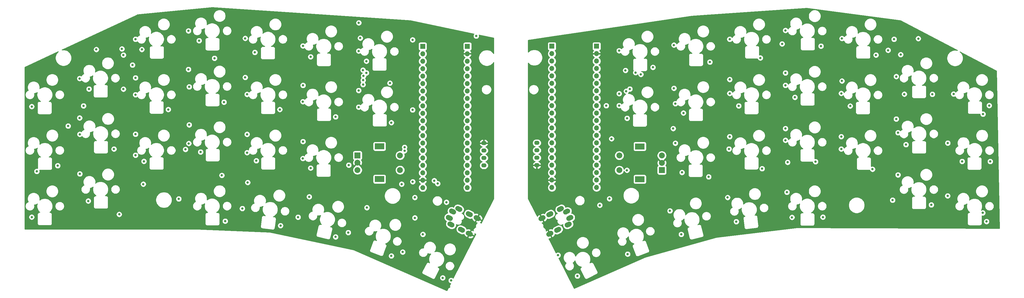
<source format=gbr>
%TF.GenerationSoftware,KiCad,Pcbnew,(5.1.9-0-10_14)*%
%TF.CreationDate,2021-03-29T23:19:48+01:00*%
%TF.ProjectId,peautkb,70656175-746b-4622-9e6b-696361645f70,rev?*%
%TF.SameCoordinates,Original*%
%TF.FileFunction,Copper,L2,Inr*%
%TF.FilePolarity,Positive*%
%FSLAX46Y46*%
G04 Gerber Fmt 4.6, Leading zero omitted, Abs format (unit mm)*
G04 Created by KiCad (PCBNEW (5.1.9-0-10_14)) date 2021-03-29 23:19:48*
%MOMM*%
%LPD*%
G01*
G04 APERTURE LIST*
%TA.AperFunction,ComponentPad*%
%ADD10O,1.778000X1.397000*%
%TD*%
%TA.AperFunction,ComponentPad*%
%ADD11C,2.000000*%
%TD*%
%TA.AperFunction,ComponentPad*%
%ADD12R,3.200000X2.000000*%
%TD*%
%TA.AperFunction,ComponentPad*%
%ADD13R,2.000000X2.000000*%
%TD*%
%TA.AperFunction,ComponentPad*%
%ADD14O,1.700000X1.700000*%
%TD*%
%TA.AperFunction,ComponentPad*%
%ADD15R,1.700000X1.700000*%
%TD*%
%TA.AperFunction,ViaPad*%
%ADD16C,0.800000*%
%TD*%
%TA.AperFunction,Conductor*%
%ADD17C,0.254000*%
%TD*%
%TA.AperFunction,Conductor*%
%ADD18C,0.100000*%
%TD*%
G04 APERTURE END LIST*
D10*
%TO.N,LSCA*%
%TO.C,J1*%
X177017160Y-74116180D03*
%TO.N,LSCL*%
X177017160Y-71576180D03*
%TO.N,VDD*%
X177017160Y-69036180D03*
%TO.N,GND1*%
X177017160Y-66496180D03*
%TD*%
%TO.N,TRRS_VDD*%
%TO.C,J2*%
%TA.AperFunction,ComponentPad*%
G36*
G01*
X166376720Y-88909842D02*
X167091418Y-89269298D01*
G75*
G02*
X167468863Y-90410585I-381921J-759366D01*
G01*
X167468863Y-90410585D01*
G75*
G02*
X166327576Y-90788030I-759366J381921D01*
G01*
X165612878Y-90428574D01*
G75*
G02*
X165235433Y-89287287I381921J759366D01*
G01*
X165235433Y-89287287D01*
G75*
G02*
X166376720Y-88909842I759366J-381921D01*
G01*
G37*
%TD.AperFunction*%
%TO.N,LUSART_TX*%
%TA.AperFunction,ComponentPad*%
G36*
G01*
X165829637Y-93335980D02*
X166544335Y-93695436D01*
G75*
G02*
X166921780Y-94836723I-381921J-759366D01*
G01*
X166921780Y-94836723D01*
G75*
G02*
X165780493Y-95214168I-759366J381921D01*
G01*
X165065795Y-94854712D01*
G75*
G02*
X164688350Y-93713425I381921J759366D01*
G01*
X164688350Y-93713425D01*
G75*
G02*
X165829637Y-93335980I759366J-381921D01*
G01*
G37*
%TD.AperFunction*%
%TO.N,LUSART_RX*%
%TA.AperFunction,ComponentPad*%
G36*
G01*
X169403122Y-95133256D02*
X170117820Y-95492712D01*
G75*
G02*
X170495265Y-96633999I-381921J-759366D01*
G01*
X170495265Y-96633999D01*
G75*
G02*
X169353978Y-97011444I-759366J381921D01*
G01*
X168639280Y-96651988D01*
G75*
G02*
X168261835Y-95510701I381921J759366D01*
G01*
X168261835Y-95510701D01*
G75*
G02*
X169403122Y-95133256I759366J-381921D01*
G01*
G37*
%TD.AperFunction*%
%TO.N,GND1*%
%TA.AperFunction,ComponentPad*%
G36*
G01*
X172083237Y-96481213D02*
X172797935Y-96840669D01*
G75*
G02*
X173175380Y-97981956I-381921J-759366D01*
G01*
X173175380Y-97981956D01*
G75*
G02*
X172034093Y-98359401I-759366J381921D01*
G01*
X171319395Y-97999945D01*
G75*
G02*
X170941950Y-96858658I381921J759366D01*
G01*
X170941950Y-96858658D01*
G75*
G02*
X172083237Y-96481213I759366J-381921D01*
G01*
G37*
%TD.AperFunction*%
%TO.N,LUSART_RX*%
%TA.AperFunction,ComponentPad*%
G36*
G01*
X172076570Y-89817696D02*
X172791268Y-90177152D01*
G75*
G02*
X173168713Y-91318439I-381921J-759366D01*
G01*
X173168713Y-91318439D01*
G75*
G02*
X172027426Y-91695884I-759366J381921D01*
G01*
X171312728Y-91336428D01*
G75*
G02*
X170935283Y-90195141I381921J759366D01*
G01*
X170935283Y-90195141D01*
G75*
G02*
X172076570Y-89817696I759366J-381921D01*
G01*
G37*
%TD.AperFunction*%
%TO.N,GND1*%
%TA.AperFunction,ComponentPad*%
G36*
G01*
X174756685Y-91165653D02*
X175471383Y-91525109D01*
G75*
G02*
X175848828Y-92666396I-381921J-759366D01*
G01*
X175848828Y-92666396D01*
G75*
G02*
X174707541Y-93043841I-759366J381921D01*
G01*
X173992843Y-92684385D01*
G75*
G02*
X173615398Y-91543098I381921J759366D01*
G01*
X173615398Y-91543098D01*
G75*
G02*
X174756685Y-91165653I759366J-381921D01*
G01*
G37*
%TD.AperFunction*%
%TO.N,TRRS_VDD*%
%TA.AperFunction,ComponentPad*%
G36*
G01*
X165275888Y-91098602D02*
X165990586Y-91458058D01*
G75*
G02*
X166368031Y-92599345I-381921J-759366D01*
G01*
X166368031Y-92599345D01*
G75*
G02*
X165226744Y-92976790I-759366J381921D01*
G01*
X164512046Y-92617334D01*
G75*
G02*
X164134601Y-91476047I381921J759366D01*
G01*
X164134601Y-91476047D01*
G75*
G02*
X165275888Y-91098602I759366J-381921D01*
G01*
G37*
%TD.AperFunction*%
%TO.N,LUSART_TX*%
%TA.AperFunction,ComponentPad*%
G36*
G01*
X168503085Y-88020420D02*
X169217783Y-88379876D01*
G75*
G02*
X169595228Y-89521163I-381921J-759366D01*
G01*
X169595228Y-89521163D01*
G75*
G02*
X168453941Y-89898608I-759366J381921D01*
G01*
X167739243Y-89539152D01*
G75*
G02*
X167361798Y-88397865I381921J759366D01*
G01*
X167361798Y-88397865D01*
G75*
G02*
X168503085Y-88020420I759366J-381921D01*
G01*
G37*
%TD.AperFunction*%
%TD*%
%TO.N,GND2*%
%TO.C,J3*%
X195067920Y-74047600D03*
%TO.N,VCC*%
X195067920Y-71507600D03*
%TO.N,RSCL*%
X195067920Y-68967600D03*
%TO.N,RSCA*%
X195067920Y-66427600D03*
%TD*%
%TO.N,RUSART_RX*%
%TO.C,J4*%
%TA.AperFunction,ComponentPad*%
G36*
G01*
X206484793Y-94876332D02*
X205770095Y-95235788D01*
G75*
G02*
X204628808Y-94858343I-381921J759366D01*
G01*
X204628808Y-94858343D01*
G75*
G02*
X205006253Y-93717056I759366J381921D01*
G01*
X205720951Y-93357600D01*
G75*
G02*
X206862238Y-93735045I381921J-759366D01*
G01*
X206862238Y-93735045D01*
G75*
G02*
X206484793Y-94876332I-759366J-381921D01*
G01*
G37*
%TD.AperFunction*%
%TO.N,TRRS_VCC*%
%TA.AperFunction,ComponentPad*%
G36*
G01*
X205937711Y-90450194D02*
X205223013Y-90809650D01*
G75*
G02*
X204081726Y-90432205I-381921J759366D01*
G01*
X204081726Y-90432205D01*
G75*
G02*
X204459171Y-89290918I759366J381921D01*
G01*
X205173869Y-88931462D01*
G75*
G02*
X206315156Y-89308907I381921J-759366D01*
G01*
X206315156Y-89308907D01*
G75*
G02*
X205937711Y-90450194I-759366J-381921D01*
G01*
G37*
%TD.AperFunction*%
%TO.N,GND2*%
%TA.AperFunction,ComponentPad*%
G36*
G01*
X200231194Y-98021565D02*
X199516496Y-98381021D01*
G75*
G02*
X198375209Y-98003576I-381921J759366D01*
G01*
X198375209Y-98003576D01*
G75*
G02*
X198752654Y-96862289I759366J381921D01*
G01*
X199467352Y-96502833D01*
G75*
G02*
X200608639Y-96880278I381921J-759366D01*
G01*
X200608639Y-96880278D01*
G75*
G02*
X200231194Y-98021565I-759366J-381921D01*
G01*
G37*
%TD.AperFunction*%
%TO.N,RUSART_TX*%
%TA.AperFunction,ComponentPad*%
G36*
G01*
X202911308Y-96673608D02*
X202196610Y-97033064D01*
G75*
G02*
X201055323Y-96655619I-381921J759366D01*
G01*
X201055323Y-96655619D01*
G75*
G02*
X201432768Y-95514332I759366J381921D01*
G01*
X202147466Y-95154876D01*
G75*
G02*
X203288753Y-95532321I381921J-759366D01*
G01*
X203288753Y-95532321D01*
G75*
G02*
X202911308Y-96673608I-759366J-381921D01*
G01*
G37*
%TD.AperFunction*%
%TO.N,GND2*%
%TA.AperFunction,ComponentPad*%
G36*
G01*
X197557746Y-92706005D02*
X196843048Y-93065461D01*
G75*
G02*
X195701761Y-92688016I-381921J759366D01*
G01*
X195701761Y-92688016D01*
G75*
G02*
X196079206Y-91546729I759366J381921D01*
G01*
X196793904Y-91187273D01*
G75*
G02*
X197935191Y-91564718I381921J-759366D01*
G01*
X197935191Y-91564718D01*
G75*
G02*
X197557746Y-92706005I-759366J-381921D01*
G01*
G37*
%TD.AperFunction*%
%TO.N,RUSART_TX*%
%TA.AperFunction,ComponentPad*%
G36*
G01*
X200237860Y-91358048D02*
X199523162Y-91717504D01*
G75*
G02*
X198381875Y-91340059I-381921J759366D01*
G01*
X198381875Y-91340059D01*
G75*
G02*
X198759320Y-90198772I759366J381921D01*
G01*
X199474018Y-89839316D01*
G75*
G02*
X200615305Y-90216761I381921J-759366D01*
G01*
X200615305Y-90216761D01*
G75*
G02*
X200237860Y-91358048I-759366J-381921D01*
G01*
G37*
%TD.AperFunction*%
%TO.N,RUSART_RX*%
%TA.AperFunction,ComponentPad*%
G36*
G01*
X203811345Y-89560772D02*
X203096647Y-89920228D01*
G75*
G02*
X201955360Y-89542783I-381921J759366D01*
G01*
X201955360Y-89542783D01*
G75*
G02*
X202332805Y-88401496I759366J381921D01*
G01*
X203047503Y-88042040D01*
G75*
G02*
X204188790Y-88419485I381921J-759366D01*
G01*
X204188790Y-88419485D01*
G75*
G02*
X203811345Y-89560772I-759366J-381921D01*
G01*
G37*
%TD.AperFunction*%
%TO.N,TRRS_VCC*%
%TA.AperFunction,ComponentPad*%
G36*
G01*
X207038542Y-92638954D02*
X206323844Y-92998410D01*
G75*
G02*
X205182557Y-92620965I-381921J759366D01*
G01*
X205182557Y-92620965D01*
G75*
G02*
X205560002Y-91479678I759366J381921D01*
G01*
X206274700Y-91120222D01*
G75*
G02*
X207415987Y-91497667I381921J-759366D01*
G01*
X207415987Y-91497667D01*
G75*
G02*
X207038542Y-92638954I-759366J-381921D01*
G01*
G37*
%TD.AperFunction*%
%TD*%
D11*
%TO.N,Net-(D32-Pad2)*%
%TO.C,SW28*%
X148464160Y-75687180D03*
%TO.N,LCol7*%
X148464160Y-70687180D03*
D12*
%TO.N,N/C*%
X141464160Y-78787180D03*
X141464160Y-67587180D03*
D11*
%TO.N,LENCB*%
X133964160Y-75687180D03*
%TO.N,GND1*%
X133964160Y-73187180D03*
D13*
%TO.N,LENCA*%
X133964160Y-70687180D03*
%TD*%
%TO.N,RENCA*%
%TO.C,SW57*%
X237640860Y-75716380D03*
D11*
%TO.N,GND2*%
X237640860Y-73216380D03*
%TO.N,RENCB*%
X237640860Y-70716380D03*
D12*
%TO.N,N/C*%
X230140860Y-78816380D03*
X230140860Y-67616380D03*
D11*
%TO.N,RCol7*%
X223140860Y-75716380D03*
%TO.N,Net-(D67-Pad2)*%
X223140860Y-70716380D03*
%TD*%
D14*
%TO.N,LUSART_TX*%
%TO.C,U1*%
X156185360Y-46146980D03*
%TO.N,Net-(U1-Pad10)*%
X156185360Y-56306980D03*
%TO.N,Net-(U1-Pad12)*%
X156185360Y-61386980D03*
%TO.N,Net-(U1-Pad20)*%
X156185360Y-81706980D03*
%TO.N,Net-(U1-Pad16)*%
X156185360Y-71546980D03*
%TO.N,Net-(U1-Pad5)*%
X156185360Y-43606980D03*
%TO.N,LLED_In*%
X156185360Y-58846980D03*
%TO.N,LUSART_RX*%
X156185360Y-48686980D03*
%TO.N,GND1*%
X156185360Y-79166980D03*
%TO.N,Net-(U1-Pad4)*%
X156185360Y-41066980D03*
%TO.N,Net-(U1-Pad3)*%
X156185360Y-38526980D03*
%TO.N,Net-(U1-Pad17)*%
X156185360Y-74086980D03*
%TO.N,Net-(U1-Pad8)*%
X156185360Y-51226980D03*
%TO.N,LSCA*%
X156185360Y-69006980D03*
%TO.N,Net-(U1-Pad9)*%
X156185360Y-53766980D03*
%TO.N,TRRS_VDD*%
X156185360Y-76626980D03*
%TO.N,Net-(U1-Pad2)*%
X156185360Y-35986980D03*
D15*
%TO.N,Net-(U1-Pad1)*%
X156185360Y-33446980D03*
D14*
%TO.N,LSCL*%
X156185360Y-66466980D03*
%TO.N,Net-(U1-Pad13)*%
X156185360Y-63926980D03*
%TO.N,LCol5*%
X171399960Y-63926980D03*
%TO.N,LCol6*%
X171399960Y-66466980D03*
D15*
%TO.N,VDD*%
X171399960Y-33446980D03*
D14*
%TO.N,GND1*%
X171399960Y-35986980D03*
%TO.N,LENCA*%
X171399960Y-76626980D03*
%TO.N,LCol1*%
X171399960Y-53766980D03*
%TO.N,Net-(U1-Pad26)*%
X171399960Y-69006980D03*
%TO.N,LCol7*%
X171399960Y-51226980D03*
%TO.N,Net-(U1-Pad24)*%
X171399960Y-74086980D03*
%TO.N,Net-(U1-Pad38)*%
X171399960Y-38526980D03*
%TO.N,LRow0*%
X171399960Y-41066980D03*
%TO.N,LENCB*%
X171399960Y-79166980D03*
%TO.N,LRow3*%
X171399960Y-48686980D03*
%TO.N,LCol3*%
X171399960Y-58846980D03*
%TO.N,LRow1*%
X171399960Y-43606980D03*
%TO.N,Net-(U1-Pad25)*%
X171399960Y-71546980D03*
%TO.N,Net-(U1-Pad21)*%
X171399960Y-81706980D03*
%TO.N,LCol4*%
X171399960Y-61386980D03*
%TO.N,LCol2*%
X171399960Y-56306980D03*
%TO.N,LRow2*%
X171399960Y-46146980D03*
%TD*%
%TO.N,RRow2*%
%TO.C,U2*%
X215409520Y-46103800D03*
%TO.N,RCol2*%
X215409520Y-56263800D03*
%TO.N,RCol4*%
X215409520Y-61343800D03*
%TO.N,Net-(U2-Pad21)*%
X215409520Y-81663800D03*
%TO.N,Net-(U2-Pad25)*%
X215409520Y-71503800D03*
%TO.N,RRow1*%
X215409520Y-43563800D03*
%TO.N,RCol3*%
X215409520Y-58803800D03*
%TO.N,RRow3*%
X215409520Y-48643800D03*
%TO.N,RENCB*%
X215409520Y-79123800D03*
%TO.N,RRow0*%
X215409520Y-41023800D03*
%TO.N,Net-(U2-Pad38)*%
X215409520Y-38483800D03*
%TO.N,Net-(U2-Pad24)*%
X215409520Y-74043800D03*
%TO.N,RCol7*%
X215409520Y-51183800D03*
%TO.N,Net-(U2-Pad26)*%
X215409520Y-68963800D03*
%TO.N,RCol1*%
X215409520Y-53723800D03*
%TO.N,RENCA*%
X215409520Y-76583800D03*
%TO.N,GND2*%
X215409520Y-35943800D03*
D15*
%TO.N,VCC*%
X215409520Y-33403800D03*
D14*
%TO.N,RCol6*%
X215409520Y-66423800D03*
%TO.N,RCol5*%
X215409520Y-63883800D03*
%TO.N,Net-(U2-Pad13)*%
X200194920Y-63883800D03*
%TO.N,RSCL*%
X200194920Y-66423800D03*
D15*
%TO.N,Net-(U2-Pad1)*%
X200194920Y-33403800D03*
D14*
%TO.N,Net-(U2-Pad2)*%
X200194920Y-35943800D03*
%TO.N,TRRS_VCC*%
X200194920Y-76583800D03*
%TO.N,Net-(U2-Pad9)*%
X200194920Y-53723800D03*
%TO.N,RSCA*%
X200194920Y-68963800D03*
%TO.N,Net-(U2-Pad8)*%
X200194920Y-51183800D03*
%TO.N,Net-(U2-Pad17)*%
X200194920Y-74043800D03*
%TO.N,Net-(U2-Pad3)*%
X200194920Y-38483800D03*
%TO.N,Net-(U2-Pad4)*%
X200194920Y-41023800D03*
%TO.N,GND2*%
X200194920Y-79123800D03*
%TO.N,RUSART_RX*%
X200194920Y-48643800D03*
%TO.N,RLED_In*%
X200194920Y-58803800D03*
%TO.N,Net-(U2-Pad5)*%
X200194920Y-43563800D03*
%TO.N,Net-(U2-Pad16)*%
X200194920Y-71503800D03*
%TO.N,Net-(U2-Pad20)*%
X200194920Y-81663800D03*
%TO.N,Net-(U2-Pad12)*%
X200194920Y-61343800D03*
%TO.N,Net-(U2-Pad10)*%
X200194920Y-56263800D03*
%TO.N,RUSART_TX*%
X200194920Y-46103800D03*
%TD*%
D16*
%TO.N,VDD*%
X60500000Y-34500000D03*
X23000000Y-54000000D03*
X42500000Y-48000000D03*
X45000000Y-34500000D03*
X80000000Y-31500000D03*
X99000000Y-35500000D03*
X118000000Y-37000000D03*
X137000000Y-38500000D03*
X145000000Y-46000000D03*
X145500000Y-59500000D03*
X126500000Y-57500000D03*
X107500000Y-55000000D03*
X88500000Y-52500000D03*
X69500000Y-55000000D03*
X51000000Y-68500000D03*
X31818820Y-74181180D03*
X52803780Y-90803780D03*
X61204980Y-72704980D03*
X80500000Y-69500000D03*
X88881620Y-93118380D03*
X99500000Y-72500000D03*
X107750000Y-94658219D03*
X118000000Y-75000000D03*
X126500000Y-98500000D03*
X145500000Y-105000000D03*
X163000000Y-112500000D03*
X153500000Y-92000000D03*
X87750000Y-77500000D03*
X23000000Y-91750000D03*
X42250000Y-86250000D03*
X85250000Y-37500000D03*
%TO.N,Net-(D1-Pad4)*%
X54230000Y-36400000D03*
X54220000Y-48040000D03*
%TO.N,Net-(D1-Pad2)*%
X57320000Y-39810000D03*
X53710000Y-34310000D03*
%TO.N,GND1*%
X32000000Y-55000000D03*
X51000000Y-49500000D03*
X53000000Y-31000000D03*
X70000000Y-36000000D03*
X89000000Y-33500000D03*
X106500000Y-37500000D03*
X126500000Y-39500000D03*
X136500000Y-40500000D03*
X137000000Y-58000000D03*
X118000000Y-56000000D03*
X99000000Y-53500000D03*
X80000000Y-51000000D03*
X61000000Y-54000000D03*
X42000000Y-67500000D03*
X23000000Y-72500000D03*
X32000000Y-93000000D03*
X51000000Y-87500000D03*
X61000000Y-87500000D03*
X70000000Y-74000000D03*
X89000000Y-71500000D03*
X80000000Y-91500000D03*
X106500000Y-75500000D03*
X100500000Y-91000000D03*
X126500000Y-76500000D03*
X118500000Y-95000000D03*
X137000000Y-100000000D03*
X155500000Y-107500000D03*
X151500000Y-44000000D03*
X161364220Y-89635780D03*
X132000000Y-38500000D03*
X113000000Y-37000000D03*
X94450000Y-35950000D03*
X80000000Y-33500000D03*
X60500000Y-36500000D03*
X45000000Y-32500000D03*
X23000000Y-56000000D03*
X42000000Y-50000000D03*
X34500000Y-77000000D03*
X51000000Y-71000000D03*
X69575000Y-57575000D03*
X88575000Y-55075000D03*
X107575000Y-57575000D03*
X126575000Y-60075000D03*
X142250000Y-61750000D03*
X113250000Y-75000000D03*
X95147490Y-73147490D03*
X86500000Y-73750000D03*
X79250000Y-72750000D03*
X60000000Y-75750000D03*
X22500000Y-94500000D03*
X48000000Y-91000000D03*
X93250000Y-93250000D03*
X112000000Y-95500000D03*
X129250000Y-101250000D03*
X148000000Y-108500000D03*
X165175000Y-115575000D03*
X150000000Y-89250000D03*
X39250000Y-88500000D03*
%TO.N,LRow1*%
X152720000Y-31210000D03*
X152720000Y-55140000D03*
%TO.N,LRow2*%
X160110000Y-79310000D03*
X152770000Y-79660000D03*
X149000000Y-80500000D03*
X131000000Y-74000000D03*
X75374830Y-68625170D03*
X61000000Y-80500000D03*
%TO.N,LRow3*%
X94719780Y-88819780D03*
X165860000Y-113380000D03*
X149360000Y-103670000D03*
X130820000Y-97020000D03*
X113720000Y-91770000D03*
X161280000Y-80300000D03*
X153480000Y-85050000D03*
%TO.N,RRow2*%
X220500000Y-65000000D03*
%TO.N,VCC*%
X234600000Y-40600000D03*
X254000000Y-38800000D03*
X271200000Y-37400000D03*
X278600000Y-32600000D03*
X291854400Y-33345600D03*
X310600000Y-36400000D03*
X347030220Y-56569780D03*
X325000000Y-30800000D03*
X329800000Y-49800000D03*
X301800000Y-53800000D03*
X282966960Y-50833040D03*
X263835800Y-53764200D03*
X245000000Y-56200000D03*
X225800000Y-58000000D03*
X339927840Y-72727840D03*
X320800000Y-67000000D03*
X309400000Y-75400000D03*
X290000000Y-72800000D03*
X271800000Y-75200000D03*
X253600000Y-78000000D03*
X216514580Y-87685420D03*
X208855526Y-111855526D03*
X225979601Y-104379601D03*
X244250000Y-97650000D03*
X263000000Y-93300000D03*
X281971360Y-91828640D03*
X316250000Y-85950000D03*
X329426440Y-87573560D03*
X225250000Y-41650000D03*
X280479400Y-73020600D03*
X348250000Y-93250000D03*
%TO.N,GND2*%
X225632200Y-39032200D03*
X239800000Y-40200000D03*
X244869600Y-37330400D03*
X259600000Y-38800000D03*
X263846200Y-34753800D03*
X267200000Y-39000000D03*
X283000000Y-31800000D03*
X297000000Y-33600000D03*
X315600000Y-36400000D03*
X316800000Y-33200000D03*
X328325000Y-32875000D03*
X343600000Y-58000000D03*
X341000000Y-52200000D03*
X329675000Y-51875000D03*
X320869140Y-48269140D03*
X297400000Y-52400000D03*
X278200000Y-52200000D03*
X258800000Y-54800000D03*
X272564200Y-55164200D03*
X290022460Y-53577540D03*
X308876880Y-56523120D03*
X240100000Y-56500000D03*
X253687800Y-57512200D03*
X225800000Y-61000000D03*
X234600000Y-59400000D03*
X348600000Y-74400000D03*
X336200000Y-70200000D03*
X319400000Y-70600000D03*
X329600000Y-69400000D03*
X305400000Y-76800000D03*
X302000000Y-72400000D03*
X286000000Y-74400000D03*
X282271240Y-69928760D03*
X274000000Y-77400000D03*
X263636400Y-72636400D03*
X252437500Y-80837500D03*
X244800000Y-74600000D03*
X212800000Y-86000000D03*
X210200000Y-93800000D03*
X209746254Y-113853746D03*
X217360707Y-109439293D03*
X220600000Y-105400000D03*
X240825000Y-97525000D03*
X233800000Y-103500000D03*
X252700000Y-98500000D03*
X257700000Y-94500000D03*
X270791509Y-95191509D03*
X277400000Y-92400000D03*
X291771360Y-93228640D03*
X315000000Y-80700000D03*
X312208740Y-92291260D03*
X330800000Y-91600000D03*
X320826440Y-86173560D03*
X351325000Y-95275000D03*
X339722260Y-91677740D03*
X220300000Y-40700000D03*
X219500000Y-45100000D03*
X275411760Y-38888240D03*
X301900000Y-34400000D03*
%TO.N,RRow3*%
X219774999Y-85475001D03*
%TO.N,Net-(D51-Pad4)*%
X319000000Y-36250000D03*
X320250000Y-49750000D03*
%TO.N,LUSART_RX*%
X164260000Y-86670000D03*
%TO.N,Net-(LED1-Pad2)*%
X35380000Y-60640000D03*
X24720000Y-76130000D03*
%TO.N,Net-(LED26-Pad2)*%
X349152440Y-53652440D03*
X349500000Y-72750000D03*
%TO.N,Net-(LED46-Pad4)*%
X241500000Y-61500000D03*
X244500000Y-76500000D03*
%TO.N,LCol2*%
X39310000Y-44420000D03*
X39310000Y-57890000D03*
X39350760Y-63470760D03*
X39350760Y-76989240D03*
X40620000Y-53750000D03*
X135830000Y-41540000D03*
%TO.N,LCol3*%
X58349960Y-31000040D03*
X58349960Y-44180040D03*
X58349960Y-49939960D03*
X58349960Y-63429960D03*
X58349960Y-70610040D03*
X73090000Y-85530000D03*
X137000000Y-42500000D03*
%TO.N,LCol4*%
X76380000Y-28140000D03*
X76380000Y-41310000D03*
X76630000Y-47260000D03*
X76630000Y-60230000D03*
X76480000Y-66610000D03*
X96550000Y-79930000D03*
X136000000Y-43550000D03*
%TO.N,LCol5*%
X95710000Y-30710000D03*
X95710000Y-44040000D03*
X96350000Y-49820000D03*
X96350000Y-63470000D03*
X96330000Y-69740000D03*
X117540000Y-84810000D03*
X135880000Y-45000000D03*
%TO.N,LCol6*%
X115370000Y-33260000D03*
X115420000Y-46760000D03*
X115347560Y-52312440D03*
X115400000Y-65940000D03*
X115347560Y-71737560D03*
X137160000Y-88510000D03*
X135860000Y-46500000D03*
%TO.N,LCol7*%
X134346760Y-35023240D03*
X134346760Y-48506760D03*
X134346760Y-54173240D03*
X156250000Y-97630000D03*
X174400000Y-29900000D03*
X134400000Y-25400000D03*
X134900000Y-30600000D03*
%TO.N,LENCB*%
X150000000Y-69080000D03*
%TO.N,LENCA*%
X150000000Y-67900000D03*
%TO.N,RCol1*%
X337030120Y-49719880D03*
X335047000Y-66453000D03*
X335000000Y-84500000D03*
X226750000Y-48000000D03*
X228700000Y-42400000D03*
%TO.N,RCol2*%
X317500000Y-58250000D03*
X317500000Y-43750000D03*
X318081720Y-62918280D03*
X318081720Y-77331720D03*
X225500000Y-48750000D03*
X230500000Y-43000000D03*
%TO.N,RCol3*%
X299000000Y-30750000D03*
X299000000Y-45250000D03*
X298750000Y-49500000D03*
X298750000Y-64250000D03*
X298750000Y-68500000D03*
X280250000Y-83250000D03*
%TO.N,RCol4*%
X279750000Y-28000000D03*
X279750000Y-42500000D03*
X279750000Y-46750000D03*
X279750000Y-61500000D03*
X279750000Y-65500000D03*
X260048762Y-85048762D03*
%TO.N,RCol5*%
X260750000Y-31000000D03*
X260750000Y-44750000D03*
X260750000Y-49500000D03*
X260750000Y-64250000D03*
X260500000Y-68500000D03*
X240393763Y-89606237D03*
%TO.N,RCol6*%
X241750000Y-33000000D03*
X241750000Y-47750000D03*
X242250000Y-53000000D03*
X242250000Y-66500000D03*
%TO.N,RCol7*%
X223085720Y-34914280D03*
X223085720Y-49585720D03*
X223085720Y-53664280D03*
X202250000Y-104750000D03*
X218700000Y-53700000D03*
%TO.N,RENCA*%
X225750000Y-75750000D03*
%TO.N,Net-(D51-Pad2)*%
X314727380Y-34772620D03*
X316750000Y-31000000D03*
%TO.N,Net-(LED28-Pad2)*%
X346960820Y-90289180D03*
X292500000Y-91750000D03*
%TD*%
D17*
%TO.N,GND1*%
X151982609Y-24626123D02*
X173648852Y-29187437D01*
X173596063Y-29240226D01*
X173482795Y-29409744D01*
X173404774Y-29598102D01*
X173365000Y-29798061D01*
X173365000Y-30001939D01*
X173404774Y-30201898D01*
X173482795Y-30390256D01*
X173596063Y-30559774D01*
X173740226Y-30703937D01*
X173909744Y-30817205D01*
X174098102Y-30895226D01*
X174298061Y-30935000D01*
X174501939Y-30935000D01*
X174701898Y-30895226D01*
X174890256Y-30817205D01*
X175059774Y-30703937D01*
X175203937Y-30559774D01*
X175317205Y-30390256D01*
X175395226Y-30201898D01*
X175435000Y-30001939D01*
X175435000Y-29798061D01*
X175395226Y-29598102D01*
X175375710Y-29550986D01*
X180373000Y-30603047D01*
X180373000Y-35938578D01*
X180163250Y-35624666D01*
X179775334Y-35236750D01*
X179319192Y-34931965D01*
X178812354Y-34722026D01*
X178274299Y-34615000D01*
X177725701Y-34615000D01*
X177187646Y-34722026D01*
X176680808Y-34931965D01*
X176224666Y-35236750D01*
X175836750Y-35624666D01*
X175531965Y-36080808D01*
X175322026Y-36587646D01*
X175215000Y-37125701D01*
X175215000Y-37674299D01*
X175322026Y-38212354D01*
X175531965Y-38719192D01*
X175836750Y-39175334D01*
X176224666Y-39563250D01*
X176680808Y-39868035D01*
X177187646Y-40077974D01*
X177725701Y-40185000D01*
X178274299Y-40185000D01*
X178812354Y-40077974D01*
X179319192Y-39868035D01*
X179775334Y-39563250D01*
X180163250Y-39175334D01*
X180373000Y-38861422D01*
X180373000Y-85469594D01*
X176140878Y-93801584D01*
X175981603Y-93695159D01*
X175765287Y-93605558D01*
X175932319Y-93513681D01*
X176155930Y-93325629D01*
X176216878Y-93250992D01*
X176211787Y-92991103D01*
X174788508Y-92275269D01*
X174178332Y-93488467D01*
X174535681Y-93668195D01*
X174756182Y-93732201D01*
X174609344Y-93830315D01*
X174437324Y-94002335D01*
X174302168Y-94204610D01*
X174209071Y-94429366D01*
X174161611Y-94667965D01*
X174161611Y-94911239D01*
X174209071Y-95149838D01*
X174220599Y-95177668D01*
X174025311Y-95258559D01*
X173823036Y-95393715D01*
X173651016Y-95565735D01*
X173515860Y-95768010D01*
X173422763Y-95992766D01*
X173375303Y-96231365D01*
X173375303Y-96466066D01*
X173196710Y-96330442D01*
X172839362Y-96150714D01*
X172229187Y-97363912D01*
X173652466Y-98079747D01*
X173864144Y-97928882D01*
X173887726Y-97835452D01*
X173905375Y-97543812D01*
X173878811Y-97349557D01*
X174025311Y-97447445D01*
X174243175Y-97537687D01*
X166576050Y-112632339D01*
X166519774Y-112576063D01*
X166350256Y-112462795D01*
X166161898Y-112384774D01*
X165961939Y-112345000D01*
X165758061Y-112345000D01*
X165558102Y-112384774D01*
X165369744Y-112462795D01*
X165200226Y-112576063D01*
X165056063Y-112720226D01*
X164942795Y-112889744D01*
X164864774Y-113078102D01*
X164825000Y-113278061D01*
X164825000Y-113481939D01*
X164864774Y-113681898D01*
X164942795Y-113870256D01*
X165056063Y-114039774D01*
X165200226Y-114183937D01*
X165369744Y-114297205D01*
X165558102Y-114375226D01*
X165678600Y-114399194D01*
X164441064Y-116835593D01*
X132550904Y-102883648D01*
X132526163Y-102875724D01*
X104026163Y-96875724D01*
X104005179Y-96873106D01*
X79505179Y-95873106D01*
X79500000Y-95873000D01*
X20627000Y-95873000D01*
X20627000Y-91648061D01*
X21965000Y-91648061D01*
X21965000Y-91851939D01*
X22004774Y-92051898D01*
X22082795Y-92240256D01*
X22196063Y-92409774D01*
X22340226Y-92553937D01*
X22509744Y-92667205D01*
X22698102Y-92745226D01*
X22898061Y-92785000D01*
X23101939Y-92785000D01*
X23301898Y-92745226D01*
X23490256Y-92667205D01*
X23659774Y-92553937D01*
X23803937Y-92409774D01*
X23917205Y-92240256D01*
X23995226Y-92051898D01*
X24035000Y-91851939D01*
X24035000Y-91648061D01*
X23995226Y-91448102D01*
X23917205Y-91259744D01*
X23803937Y-91090226D01*
X23659774Y-90946063D01*
X23490256Y-90832795D01*
X23301898Y-90754774D01*
X23101939Y-90715000D01*
X22898061Y-90715000D01*
X22698102Y-90754774D01*
X22509744Y-90832795D01*
X22340226Y-90946063D01*
X22196063Y-91090226D01*
X22082795Y-91259744D01*
X22004774Y-91448102D01*
X21965000Y-91648061D01*
X20627000Y-91648061D01*
X20627000Y-87853871D01*
X20771560Y-87853871D01*
X20771560Y-88166089D01*
X20832471Y-88472307D01*
X20951951Y-88760759D01*
X21125410Y-89020359D01*
X21346181Y-89241130D01*
X21605781Y-89414589D01*
X21894233Y-89534069D01*
X22200451Y-89594980D01*
X22512669Y-89594980D01*
X22818887Y-89534069D01*
X23107339Y-89414589D01*
X23366939Y-89241130D01*
X23587710Y-89020359D01*
X23761169Y-88760759D01*
X23880649Y-88472307D01*
X23941560Y-88166089D01*
X23941560Y-87853871D01*
X23889951Y-87594415D01*
X24249316Y-87522933D01*
X24637862Y-87361992D01*
X24860308Y-87213358D01*
X24854743Y-87226794D01*
X24751560Y-87745531D01*
X24751560Y-88274429D01*
X24854743Y-88793166D01*
X25057143Y-89281805D01*
X25350984Y-89721568D01*
X25724972Y-90095556D01*
X25765416Y-90122580D01*
X25652095Y-90122580D01*
X25617960Y-90119218D01*
X25583826Y-90122580D01*
X25583825Y-90122580D01*
X25481716Y-90132637D01*
X25350708Y-90172378D01*
X25229971Y-90236913D01*
X25124143Y-90323763D01*
X25037293Y-90429591D01*
X24972758Y-90550328D01*
X24933017Y-90681336D01*
X24919598Y-90817580D01*
X24922961Y-90851725D01*
X24922960Y-93883445D01*
X24919598Y-93917580D01*
X24933017Y-94053824D01*
X24972758Y-94184832D01*
X25037293Y-94305569D01*
X25124143Y-94411397D01*
X25186044Y-94462197D01*
X25229971Y-94498247D01*
X25350708Y-94562782D01*
X25481716Y-94602523D01*
X25617960Y-94615942D01*
X25652094Y-94612580D01*
X29183826Y-94612580D01*
X29217960Y-94615942D01*
X29354204Y-94602523D01*
X29485212Y-94562782D01*
X29605949Y-94498247D01*
X29711777Y-94411397D01*
X29798627Y-94305569D01*
X29863162Y-94184832D01*
X29902903Y-94053824D01*
X29912960Y-93951715D01*
X29912960Y-93951714D01*
X29916322Y-93917580D01*
X29912960Y-93883445D01*
X29912960Y-90851715D01*
X29916322Y-90817580D01*
X29908189Y-90735000D01*
X29904923Y-90701841D01*
X51768780Y-90701841D01*
X51768780Y-90905719D01*
X51808554Y-91105678D01*
X51886575Y-91294036D01*
X51999843Y-91463554D01*
X52144006Y-91607717D01*
X52313524Y-91720985D01*
X52501882Y-91799006D01*
X52701841Y-91838780D01*
X52905719Y-91838780D01*
X53105678Y-91799006D01*
X53294036Y-91720985D01*
X53463554Y-91607717D01*
X53607717Y-91463554D01*
X53720985Y-91294036D01*
X53799006Y-91105678D01*
X53838780Y-90905719D01*
X53838780Y-90701841D01*
X53799006Y-90501882D01*
X53720985Y-90313524D01*
X53607717Y-90144006D01*
X53463554Y-89999843D01*
X53294036Y-89886575D01*
X53105678Y-89808554D01*
X52905719Y-89768780D01*
X52701841Y-89768780D01*
X52501882Y-89808554D01*
X52313524Y-89886575D01*
X52144006Y-89999843D01*
X51999843Y-90144006D01*
X51886575Y-90313524D01*
X51808554Y-90501882D01*
X51768780Y-90701841D01*
X29904923Y-90701841D01*
X29902903Y-90681336D01*
X29863162Y-90550328D01*
X29798627Y-90429591D01*
X29755520Y-90377065D01*
X29711777Y-90323763D01*
X29605949Y-90236913D01*
X29485212Y-90172378D01*
X29354204Y-90132637D01*
X29252095Y-90122580D01*
X29252094Y-90122580D01*
X29217960Y-90119218D01*
X29183825Y-90122580D01*
X29107704Y-90122580D01*
X29148148Y-90095556D01*
X29522136Y-89721568D01*
X29815977Y-89281805D01*
X30018377Y-88793166D01*
X30121560Y-88274429D01*
X30121560Y-87853871D01*
X30931560Y-87853871D01*
X30931560Y-88166089D01*
X30992471Y-88472307D01*
X31111951Y-88760759D01*
X31285410Y-89020359D01*
X31506181Y-89241130D01*
X31765781Y-89414589D01*
X32054233Y-89534069D01*
X32360451Y-89594980D01*
X32672669Y-89594980D01*
X32978887Y-89534069D01*
X33267339Y-89414589D01*
X33526939Y-89241130D01*
X33747710Y-89020359D01*
X33921169Y-88760759D01*
X34040649Y-88472307D01*
X34101560Y-88166089D01*
X34101560Y-87853871D01*
X34040649Y-87547653D01*
X33921169Y-87259201D01*
X33747710Y-86999601D01*
X33526939Y-86778830D01*
X33267339Y-86605371D01*
X32978887Y-86485891D01*
X32672669Y-86424980D01*
X32360451Y-86424980D01*
X32054233Y-86485891D01*
X31765781Y-86605371D01*
X31506181Y-86778830D01*
X31285410Y-86999601D01*
X31111951Y-87259201D01*
X30992471Y-87547653D01*
X30931560Y-87853871D01*
X30121560Y-87853871D01*
X30121560Y-87745531D01*
X30018377Y-87226794D01*
X29815977Y-86738155D01*
X29522136Y-86298392D01*
X29371805Y-86148061D01*
X41215000Y-86148061D01*
X41215000Y-86351939D01*
X41254774Y-86551898D01*
X41332795Y-86740256D01*
X41446063Y-86909774D01*
X41590226Y-87053937D01*
X41759744Y-87167205D01*
X41948102Y-87245226D01*
X42148061Y-87285000D01*
X42351939Y-87285000D01*
X42551898Y-87245226D01*
X42740256Y-87167205D01*
X42909774Y-87053937D01*
X43053937Y-86909774D01*
X43167205Y-86740256D01*
X43245226Y-86551898D01*
X43285000Y-86351939D01*
X43285000Y-86148061D01*
X43245226Y-85948102D01*
X43167205Y-85759744D01*
X43053937Y-85590226D01*
X42909774Y-85446063D01*
X42740256Y-85332795D01*
X42551898Y-85254774D01*
X42351939Y-85215000D01*
X42148061Y-85215000D01*
X41948102Y-85254774D01*
X41759744Y-85332795D01*
X41590226Y-85446063D01*
X41446063Y-85590226D01*
X41332795Y-85759744D01*
X41254774Y-85948102D01*
X41215000Y-86148061D01*
X29371805Y-86148061D01*
X29148148Y-85924404D01*
X28708385Y-85630563D01*
X28219746Y-85428163D01*
X27701009Y-85324980D01*
X27172111Y-85324980D01*
X26653374Y-85428163D01*
X26164735Y-85630563D01*
X25724972Y-85924404D01*
X25710023Y-85939353D01*
X25761560Y-85680259D01*
X25761560Y-85259701D01*
X25679513Y-84847224D01*
X25518572Y-84458678D01*
X25284923Y-84108997D01*
X24987543Y-83811617D01*
X24637862Y-83577968D01*
X24249316Y-83417027D01*
X23836839Y-83334980D01*
X23416281Y-83334980D01*
X23003804Y-83417027D01*
X22615258Y-83577968D01*
X22265577Y-83811617D01*
X21968197Y-84108997D01*
X21734548Y-84458678D01*
X21573607Y-84847224D01*
X21491560Y-85259701D01*
X21491560Y-85680259D01*
X21573607Y-86092736D01*
X21734548Y-86481282D01*
X21771575Y-86536697D01*
X21605781Y-86605371D01*
X21346181Y-86778830D01*
X21125410Y-86999601D01*
X20951951Y-87259201D01*
X20832471Y-87547653D01*
X20771560Y-87853871D01*
X20627000Y-87853871D01*
X20627000Y-82719701D01*
X27841560Y-82719701D01*
X27841560Y-83140259D01*
X27923607Y-83552736D01*
X28084548Y-83941282D01*
X28318197Y-84290963D01*
X28615577Y-84588343D01*
X28965258Y-84821992D01*
X29353804Y-84982933D01*
X29766281Y-85064980D01*
X30186839Y-85064980D01*
X30599316Y-84982933D01*
X30987862Y-84821992D01*
X31337543Y-84588343D01*
X31634923Y-84290963D01*
X31868572Y-83941282D01*
X32029513Y-83552736D01*
X32111560Y-83140259D01*
X32111560Y-82719701D01*
X32029513Y-82307224D01*
X31949258Y-82113471D01*
X39770760Y-82113471D01*
X39770760Y-82425689D01*
X39831671Y-82731907D01*
X39951151Y-83020359D01*
X40124610Y-83279959D01*
X40345381Y-83500730D01*
X40604981Y-83674189D01*
X40893433Y-83793669D01*
X41199651Y-83854580D01*
X41511869Y-83854580D01*
X41818087Y-83793669D01*
X42106539Y-83674189D01*
X42366139Y-83500730D01*
X42586910Y-83279959D01*
X42760369Y-83020359D01*
X42879849Y-82731907D01*
X42940760Y-82425689D01*
X42940760Y-82113471D01*
X42889151Y-81854015D01*
X43248516Y-81782533D01*
X43637062Y-81621592D01*
X43859508Y-81472958D01*
X43853943Y-81486394D01*
X43750760Y-82005131D01*
X43750760Y-82534029D01*
X43853943Y-83052766D01*
X44056343Y-83541405D01*
X44350184Y-83981168D01*
X44724172Y-84355156D01*
X44878657Y-84458380D01*
X44778295Y-84458380D01*
X44744160Y-84455018D01*
X44710026Y-84458380D01*
X44710025Y-84458380D01*
X44607916Y-84468437D01*
X44476908Y-84508178D01*
X44356171Y-84572713D01*
X44250343Y-84659563D01*
X44163493Y-84765391D01*
X44098958Y-84886128D01*
X44059217Y-85017136D01*
X44045798Y-85153380D01*
X44049161Y-85187525D01*
X44049160Y-88219245D01*
X44045798Y-88253380D01*
X44059217Y-88389624D01*
X44098958Y-88520632D01*
X44163493Y-88641369D01*
X44250343Y-88747197D01*
X44329182Y-88811898D01*
X44356171Y-88834047D01*
X44476908Y-88898582D01*
X44607916Y-88938323D01*
X44744160Y-88951742D01*
X44778294Y-88948380D01*
X48310026Y-88948380D01*
X48344160Y-88951742D01*
X48480404Y-88938323D01*
X48611412Y-88898582D01*
X48732149Y-88834047D01*
X48837977Y-88747197D01*
X48924827Y-88641369D01*
X48989362Y-88520632D01*
X49029103Y-88389624D01*
X49039160Y-88287515D01*
X49039160Y-88287514D01*
X49042522Y-88253380D01*
X49039160Y-88219245D01*
X49039160Y-85625701D01*
X65215000Y-85625701D01*
X65215000Y-86174299D01*
X65322026Y-86712354D01*
X65531965Y-87219192D01*
X65836750Y-87675334D01*
X66224666Y-88063250D01*
X66680808Y-88368035D01*
X67187646Y-88577974D01*
X67725701Y-88685000D01*
X68274299Y-88685000D01*
X68812354Y-88577974D01*
X69319192Y-88368035D01*
X69775334Y-88063250D01*
X70035513Y-87803071D01*
X77769160Y-87803071D01*
X77769160Y-88115289D01*
X77830071Y-88421507D01*
X77949551Y-88709959D01*
X78123010Y-88969559D01*
X78343781Y-89190330D01*
X78603381Y-89363789D01*
X78891833Y-89483269D01*
X79198051Y-89544180D01*
X79510269Y-89544180D01*
X79816487Y-89483269D01*
X80104939Y-89363789D01*
X80364539Y-89190330D01*
X80585310Y-88969559D01*
X80758769Y-88709959D01*
X80878249Y-88421507D01*
X80939160Y-88115289D01*
X80939160Y-87803071D01*
X80887551Y-87543615D01*
X81246916Y-87472133D01*
X81635462Y-87311192D01*
X81857908Y-87162558D01*
X81852343Y-87175994D01*
X81749160Y-87694731D01*
X81749160Y-88223629D01*
X81852343Y-88742366D01*
X82054743Y-89231005D01*
X82348584Y-89670768D01*
X82722572Y-90044756D01*
X82915071Y-90173380D01*
X82776695Y-90173380D01*
X82742560Y-90170018D01*
X82708426Y-90173380D01*
X82708425Y-90173380D01*
X82606316Y-90183437D01*
X82475308Y-90223178D01*
X82354571Y-90287713D01*
X82248743Y-90374563D01*
X82161893Y-90480391D01*
X82097358Y-90601128D01*
X82057617Y-90732136D01*
X82044198Y-90868380D01*
X82047561Y-90902525D01*
X82047560Y-93934245D01*
X82044198Y-93968380D01*
X82057617Y-94104624D01*
X82097358Y-94235632D01*
X82161893Y-94356369D01*
X82248743Y-94462197D01*
X82335247Y-94533188D01*
X82354571Y-94549047D01*
X82475308Y-94613582D01*
X82606316Y-94653323D01*
X82742560Y-94666742D01*
X82776694Y-94663380D01*
X86308426Y-94663380D01*
X86342560Y-94666742D01*
X86478804Y-94653323D01*
X86609812Y-94613582D01*
X86730549Y-94549047D01*
X86836377Y-94462197D01*
X86923227Y-94356369D01*
X86987762Y-94235632D01*
X87027503Y-94104624D01*
X87037560Y-94002515D01*
X87037560Y-94002514D01*
X87040922Y-93968380D01*
X87037560Y-93934245D01*
X87037560Y-93016441D01*
X87846620Y-93016441D01*
X87846620Y-93220319D01*
X87886394Y-93420278D01*
X87964415Y-93608636D01*
X88077683Y-93778154D01*
X88221846Y-93922317D01*
X88391364Y-94035585D01*
X88579722Y-94113606D01*
X88779681Y-94153380D01*
X88983559Y-94153380D01*
X89183518Y-94113606D01*
X89371876Y-94035585D01*
X89541394Y-93922317D01*
X89685557Y-93778154D01*
X89798825Y-93608636D01*
X89876846Y-93420278D01*
X89916620Y-93220319D01*
X89916620Y-93016441D01*
X89876846Y-92816482D01*
X89798825Y-92628124D01*
X89685557Y-92458606D01*
X89541394Y-92314443D01*
X89371876Y-92201175D01*
X89183518Y-92123154D01*
X88983559Y-92083380D01*
X88779681Y-92083380D01*
X88579722Y-92123154D01*
X88391364Y-92201175D01*
X88221846Y-92314443D01*
X88077683Y-92458606D01*
X87964415Y-92628124D01*
X87886394Y-92816482D01*
X87846620Y-93016441D01*
X87037560Y-93016441D01*
X87037560Y-90902515D01*
X87040922Y-90868380D01*
X87027503Y-90732136D01*
X86987762Y-90601128D01*
X86923227Y-90480391D01*
X86836377Y-90374563D01*
X86730549Y-90287713D01*
X86609812Y-90223178D01*
X86478804Y-90183437D01*
X86376695Y-90173380D01*
X86376694Y-90173380D01*
X86342560Y-90170018D01*
X86308425Y-90173380D01*
X85953249Y-90173380D01*
X86145748Y-90044756D01*
X86519736Y-89670768D01*
X86813577Y-89231005D01*
X87015977Y-88742366D01*
X87119160Y-88223629D01*
X87119160Y-87803071D01*
X87929160Y-87803071D01*
X87929160Y-88115289D01*
X87990071Y-88421507D01*
X88109551Y-88709959D01*
X88283010Y-88969559D01*
X88503781Y-89190330D01*
X88763381Y-89363789D01*
X89051833Y-89483269D01*
X89358051Y-89544180D01*
X89670269Y-89544180D01*
X89976487Y-89483269D01*
X90264939Y-89363789D01*
X90524539Y-89190330D01*
X90745310Y-88969559D01*
X90913502Y-88717841D01*
X93684780Y-88717841D01*
X93684780Y-88921719D01*
X93724554Y-89121678D01*
X93802575Y-89310036D01*
X93915843Y-89479554D01*
X94060006Y-89623717D01*
X94229524Y-89736985D01*
X94417882Y-89815006D01*
X94617841Y-89854780D01*
X94821719Y-89854780D01*
X95021678Y-89815006D01*
X95210036Y-89736985D01*
X95379554Y-89623717D01*
X95523717Y-89479554D01*
X95636985Y-89310036D01*
X95715006Y-89121678D01*
X95754780Y-88921719D01*
X95754780Y-88717841D01*
X95715006Y-88517882D01*
X95657390Y-88378784D01*
X97565053Y-88378784D01*
X97565053Y-88691002D01*
X97625964Y-88997220D01*
X97745444Y-89285672D01*
X97918903Y-89545272D01*
X98139674Y-89766043D01*
X98399274Y-89939502D01*
X98687726Y-90058982D01*
X98993944Y-90119893D01*
X99306162Y-90119893D01*
X99612380Y-90058982D01*
X99900832Y-89939502D01*
X100160432Y-89766043D01*
X100381203Y-89545272D01*
X100554662Y-89285672D01*
X100674142Y-88997220D01*
X100735053Y-88691002D01*
X100735053Y-88378784D01*
X100718469Y-88295411D01*
X100918002Y-88295411D01*
X101330479Y-88213364D01*
X101719025Y-88052423D01*
X101740395Y-88038144D01*
X101613543Y-88344394D01*
X101510360Y-88863131D01*
X101510360Y-89392029D01*
X101613543Y-89910766D01*
X101815943Y-90399405D01*
X102109784Y-90839168D01*
X102483772Y-91213156D01*
X102558815Y-91263298D01*
X102074985Y-91206461D01*
X102041481Y-91199141D01*
X102007191Y-91198497D01*
X102007187Y-91198497D01*
X101979852Y-91197984D01*
X101904602Y-91196572D01*
X101769852Y-91220757D01*
X101642410Y-91270765D01*
X101527173Y-91344675D01*
X101428569Y-91439647D01*
X101350388Y-91552030D01*
X101295634Y-91677507D01*
X101273732Y-91777745D01*
X101273731Y-91777752D01*
X101266411Y-91811255D01*
X101265768Y-91845542D01*
X100912052Y-94856580D01*
X100904732Y-94890084D01*
X100904089Y-94924372D01*
X100904088Y-94924378D01*
X100903418Y-94960117D01*
X100902164Y-95026962D01*
X100926348Y-95161712D01*
X100976356Y-95289154D01*
X101050266Y-95404392D01*
X101145238Y-95502996D01*
X101257621Y-95581177D01*
X101383098Y-95635931D01*
X101483336Y-95657833D01*
X101483343Y-95657834D01*
X101516846Y-95665154D01*
X101551132Y-95665797D01*
X105058758Y-96077849D01*
X105092261Y-96085169D01*
X105126548Y-96085812D01*
X105126554Y-96085813D01*
X105229139Y-96087738D01*
X105363889Y-96063553D01*
X105491331Y-96013545D01*
X105606569Y-95939635D01*
X105705173Y-95844663D01*
X105783354Y-95732280D01*
X105838108Y-95606803D01*
X105843707Y-95581177D01*
X105860010Y-95506564D01*
X105860011Y-95506559D01*
X105867331Y-95473055D01*
X105867975Y-95438765D01*
X105971643Y-94556280D01*
X106715000Y-94556280D01*
X106715000Y-94760158D01*
X106754774Y-94960117D01*
X106832795Y-95148475D01*
X106946063Y-95317993D01*
X107090226Y-95462156D01*
X107259744Y-95575424D01*
X107448102Y-95653445D01*
X107648061Y-95693219D01*
X107851939Y-95693219D01*
X108051898Y-95653445D01*
X108240256Y-95575424D01*
X108409774Y-95462156D01*
X108553937Y-95317993D01*
X108667205Y-95148475D01*
X108745226Y-94960117D01*
X108785000Y-94760158D01*
X108785000Y-94556280D01*
X108745226Y-94356321D01*
X108667205Y-94167963D01*
X108553937Y-93998445D01*
X108409774Y-93854282D01*
X108240256Y-93741014D01*
X108051898Y-93662993D01*
X107851939Y-93623219D01*
X107648061Y-93623219D01*
X107448102Y-93662993D01*
X107259744Y-93741014D01*
X107090226Y-93854282D01*
X106946063Y-93998445D01*
X106832795Y-94167963D01*
X106754774Y-94356321D01*
X106715000Y-94556280D01*
X105971643Y-94556280D01*
X106221690Y-92427729D01*
X106229010Y-92394226D01*
X106229780Y-92353236D01*
X106230706Y-92303850D01*
X106231579Y-92257347D01*
X106207394Y-92122597D01*
X106157386Y-91995155D01*
X106083476Y-91879918D01*
X105988504Y-91781314D01*
X105876121Y-91703133D01*
X105795749Y-91668061D01*
X112685000Y-91668061D01*
X112685000Y-91871939D01*
X112724774Y-92071898D01*
X112802795Y-92260256D01*
X112916063Y-92429774D01*
X113060226Y-92573937D01*
X113229744Y-92687205D01*
X113418102Y-92765226D01*
X113618061Y-92805000D01*
X113821939Y-92805000D01*
X114021898Y-92765226D01*
X114210256Y-92687205D01*
X114379774Y-92573937D01*
X114523937Y-92429774D01*
X114637205Y-92260256D01*
X114715226Y-92071898D01*
X114755000Y-91871939D01*
X114755000Y-91668061D01*
X114715226Y-91468102D01*
X114637205Y-91279744D01*
X114582447Y-91197792D01*
X117175859Y-91197792D01*
X117175859Y-91510010D01*
X117236770Y-91816228D01*
X117356250Y-92104680D01*
X117529709Y-92364280D01*
X117750480Y-92585051D01*
X118010080Y-92758510D01*
X118298532Y-92877990D01*
X118604750Y-92938901D01*
X118916968Y-92938901D01*
X119223186Y-92877990D01*
X119511638Y-92758510D01*
X119771238Y-92585051D01*
X119992009Y-92364280D01*
X120165468Y-92104680D01*
X120284948Y-91816228D01*
X120345859Y-91510010D01*
X120345859Y-91306644D01*
X120374645Y-91312370D01*
X120795203Y-91312370D01*
X121207680Y-91230323D01*
X121394151Y-91153084D01*
X121323143Y-91259355D01*
X121120743Y-91747994D01*
X121017560Y-92266731D01*
X121017560Y-92795629D01*
X121120743Y-93314366D01*
X121323143Y-93803005D01*
X121616984Y-94242768D01*
X121649049Y-94274833D01*
X121463646Y-94230664D01*
X121431217Y-94219482D01*
X121295572Y-94200961D01*
X121158921Y-94209259D01*
X121026515Y-94244057D01*
X120903440Y-94304017D01*
X120794429Y-94386837D01*
X120703671Y-94489331D01*
X120634651Y-94607562D01*
X120601204Y-94704561D01*
X120601202Y-94704571D01*
X120590024Y-94736987D01*
X120585385Y-94770962D01*
X119882787Y-97720164D01*
X119871605Y-97752592D01*
X119853084Y-97888237D01*
X119861382Y-98024887D01*
X119896180Y-98157293D01*
X119956140Y-98280368D01*
X120038960Y-98389379D01*
X120141454Y-98480137D01*
X120259685Y-98549157D01*
X120356586Y-98582570D01*
X120389110Y-98593785D01*
X120423095Y-98598425D01*
X123858677Y-99416897D01*
X123891103Y-99428078D01*
X123980439Y-99440276D01*
X124026747Y-99446599D01*
X124026748Y-99446599D01*
X124095073Y-99442450D01*
X124163399Y-99438301D01*
X124295804Y-99403503D01*
X124418879Y-99343543D01*
X124527890Y-99260723D01*
X124618648Y-99158229D01*
X124687668Y-99039998D01*
X124717219Y-98954298D01*
X124721115Y-98942999D01*
X124732296Y-98910573D01*
X124736936Y-98876588D01*
X124850937Y-98398061D01*
X125465000Y-98398061D01*
X125465000Y-98601939D01*
X125504774Y-98801898D01*
X125582795Y-98990256D01*
X125696063Y-99159774D01*
X125840226Y-99303937D01*
X126009744Y-99417205D01*
X126198102Y-99495226D01*
X126398061Y-99535000D01*
X126601939Y-99535000D01*
X126801898Y-99495226D01*
X126990256Y-99417205D01*
X127159774Y-99303937D01*
X127303937Y-99159774D01*
X127417205Y-98990256D01*
X127495226Y-98801898D01*
X127535000Y-98601939D01*
X127535000Y-98398061D01*
X127495226Y-98198102D01*
X127417205Y-98009744D01*
X127303937Y-97840226D01*
X127159774Y-97696063D01*
X126990256Y-97582795D01*
X126801898Y-97504774D01*
X126601939Y-97465000D01*
X126398061Y-97465000D01*
X126198102Y-97504774D01*
X126009744Y-97582795D01*
X125840226Y-97696063D01*
X125696063Y-97840226D01*
X125582795Y-98009744D01*
X125504774Y-98198102D01*
X125465000Y-98398061D01*
X124850937Y-98398061D01*
X125203523Y-96918061D01*
X129785000Y-96918061D01*
X129785000Y-97121939D01*
X129824774Y-97321898D01*
X129902795Y-97510256D01*
X130016063Y-97679774D01*
X130160226Y-97823937D01*
X130329744Y-97937205D01*
X130518102Y-98015226D01*
X130718061Y-98055000D01*
X130921939Y-98055000D01*
X131121898Y-98015226D01*
X131310256Y-97937205D01*
X131479774Y-97823937D01*
X131623937Y-97679774D01*
X131737205Y-97510256D01*
X131815226Y-97321898D01*
X131855000Y-97121939D01*
X131855000Y-96918061D01*
X131815226Y-96718102D01*
X131737205Y-96529744D01*
X131635820Y-96378009D01*
X136343121Y-96378009D01*
X136343121Y-96690227D01*
X136404032Y-96996445D01*
X136523512Y-97284897D01*
X136696971Y-97544497D01*
X136917742Y-97765268D01*
X137177342Y-97938727D01*
X137465794Y-98058207D01*
X137772012Y-98119118D01*
X138084230Y-98119118D01*
X138390448Y-98058207D01*
X138678900Y-97938727D01*
X138938500Y-97765268D01*
X139159271Y-97544497D01*
X139332730Y-97284897D01*
X139452210Y-96996445D01*
X139513121Y-96690227D01*
X139513121Y-96663582D01*
X139779983Y-96716664D01*
X140200541Y-96716664D01*
X140559163Y-96645329D01*
X140322343Y-96999755D01*
X140119943Y-97488394D01*
X140016760Y-98007131D01*
X140016760Y-98536029D01*
X140119943Y-99054766D01*
X140322343Y-99543405D01*
X140460485Y-99750148D01*
X140108420Y-99622007D01*
X140077498Y-99607175D01*
X140044278Y-99598661D01*
X140044272Y-99598659D01*
X139944881Y-99573186D01*
X139808183Y-99565723D01*
X139808182Y-99565723D01*
X139672654Y-99585072D01*
X139543504Y-99630489D01*
X139425696Y-99700230D01*
X139323759Y-99791614D01*
X139241607Y-99901129D01*
X139197233Y-99993640D01*
X139197229Y-99993652D01*
X139182400Y-100024567D01*
X139173887Y-100057782D01*
X138136969Y-102906692D01*
X138122137Y-102937614D01*
X138113622Y-102970837D01*
X138113621Y-102970840D01*
X138113167Y-102972613D01*
X138088148Y-103070231D01*
X138080685Y-103206929D01*
X138100034Y-103342457D01*
X138145451Y-103471607D01*
X138215192Y-103589415D01*
X138306576Y-103691352D01*
X138416091Y-103773504D01*
X138508602Y-103817878D01*
X138508605Y-103817879D01*
X138539529Y-103832712D01*
X138572753Y-103841227D01*
X141891503Y-105049155D01*
X141922422Y-105063985D01*
X141955641Y-105072499D01*
X141955647Y-105072501D01*
X142055038Y-105097974D01*
X142191737Y-105105437D01*
X142327265Y-105086088D01*
X142456415Y-105040671D01*
X142574223Y-104970930D01*
X142606806Y-104941720D01*
X142655507Y-104898061D01*
X144465000Y-104898061D01*
X144465000Y-105101939D01*
X144504774Y-105301898D01*
X144582795Y-105490256D01*
X144696063Y-105659774D01*
X144840226Y-105803937D01*
X145009744Y-105917205D01*
X145198102Y-105995226D01*
X145398061Y-106035000D01*
X145601939Y-106035000D01*
X145801898Y-105995226D01*
X145990256Y-105917205D01*
X146159774Y-105803937D01*
X146303937Y-105659774D01*
X146417205Y-105490256D01*
X146495226Y-105301898D01*
X146535000Y-105101939D01*
X146535000Y-104898061D01*
X146495226Y-104698102D01*
X146417205Y-104509744D01*
X146303937Y-104340226D01*
X146159774Y-104196063D01*
X145990256Y-104082795D01*
X145801898Y-104004774D01*
X145601939Y-103965000D01*
X145398061Y-103965000D01*
X145198102Y-104004774D01*
X145009744Y-104082795D01*
X144840226Y-104196063D01*
X144696063Y-104340226D01*
X144582795Y-104509744D01*
X144504774Y-104698102D01*
X144465000Y-104898061D01*
X142655507Y-104898061D01*
X142676161Y-104879546D01*
X142758312Y-104770031D01*
X142817520Y-104646594D01*
X142826036Y-104613366D01*
X143206496Y-103568061D01*
X148325000Y-103568061D01*
X148325000Y-103771939D01*
X148364774Y-103971898D01*
X148442795Y-104160256D01*
X148556063Y-104329774D01*
X148700226Y-104473937D01*
X148869744Y-104587205D01*
X149058102Y-104665226D01*
X149258061Y-104705000D01*
X149461939Y-104705000D01*
X149661898Y-104665226D01*
X149850256Y-104587205D01*
X150019774Y-104473937D01*
X150163937Y-104329774D01*
X150277205Y-104160256D01*
X150355226Y-103971898D01*
X150395000Y-103771939D01*
X150395000Y-103706930D01*
X154764833Y-103706930D01*
X154764833Y-104019148D01*
X154825744Y-104325366D01*
X154945224Y-104613818D01*
X155118683Y-104873418D01*
X155339454Y-105094189D01*
X155599054Y-105267648D01*
X155887506Y-105387128D01*
X156193724Y-105448039D01*
X156505942Y-105448039D01*
X156812160Y-105387128D01*
X157100612Y-105267648D01*
X157360212Y-105094189D01*
X157580983Y-104873418D01*
X157754442Y-104613818D01*
X157873922Y-104325366D01*
X157903572Y-104176309D01*
X158002929Y-104217464D01*
X158415406Y-104299511D01*
X158835964Y-104299511D01*
X158962169Y-104274407D01*
X158802584Y-104433992D01*
X158508743Y-104873755D01*
X158306343Y-105362394D01*
X158203160Y-105881131D01*
X158203160Y-106410029D01*
X158306343Y-106928766D01*
X158483598Y-107356699D01*
X158338108Y-107283525D01*
X158309123Y-107265184D01*
X158181377Y-107215955D01*
X158046482Y-107192594D01*
X157909622Y-107195998D01*
X157776055Y-107226037D01*
X157650915Y-107281557D01*
X157539012Y-107360423D01*
X157444644Y-107459606D01*
X157389780Y-107546308D01*
X157389775Y-107546318D01*
X157371440Y-107575293D01*
X157359110Y-107607289D01*
X155996892Y-110315759D01*
X155978551Y-110344744D01*
X155929322Y-110472490D01*
X155905961Y-110607385D01*
X155909365Y-110744244D01*
X155939404Y-110877811D01*
X155994924Y-111002951D01*
X156073791Y-111114854D01*
X156172973Y-111209222D01*
X156219915Y-111238926D01*
X156288660Y-111282427D01*
X156320664Y-111294760D01*
X159475816Y-112881637D01*
X159504797Y-112899976D01*
X159536799Y-112912308D01*
X159536802Y-112912310D01*
X159632542Y-112949205D01*
X159767437Y-112972566D01*
X159767438Y-112972566D01*
X159904297Y-112969162D01*
X160037864Y-112939123D01*
X160163004Y-112883603D01*
X160274907Y-112804736D01*
X160369275Y-112705554D01*
X160383406Y-112683223D01*
X160442480Y-112589867D01*
X160454815Y-112557859D01*
X160535185Y-112398061D01*
X161965000Y-112398061D01*
X161965000Y-112601939D01*
X162004774Y-112801898D01*
X162082795Y-112990256D01*
X162196063Y-113159774D01*
X162340226Y-113303937D01*
X162509744Y-113417205D01*
X162698102Y-113495226D01*
X162898061Y-113535000D01*
X163101939Y-113535000D01*
X163301898Y-113495226D01*
X163490256Y-113417205D01*
X163659774Y-113303937D01*
X163803937Y-113159774D01*
X163917205Y-112990256D01*
X163995226Y-112801898D01*
X164035000Y-112601939D01*
X164035000Y-112398061D01*
X163995226Y-112198102D01*
X163917205Y-112009744D01*
X163803937Y-111840226D01*
X163659774Y-111696063D01*
X163490256Y-111582795D01*
X163301898Y-111504774D01*
X163101939Y-111465000D01*
X162898061Y-111465000D01*
X162698102Y-111504774D01*
X162509744Y-111582795D01*
X162340226Y-111696063D01*
X162196063Y-111840226D01*
X162082795Y-112009744D01*
X162004774Y-112198102D01*
X161965000Y-112398061D01*
X160535185Y-112398061D01*
X161817030Y-109849397D01*
X161835369Y-109820416D01*
X161884598Y-109692670D01*
X161907959Y-109557775D01*
X161906738Y-109508703D01*
X161904555Y-109420916D01*
X161879366Y-109308916D01*
X161874516Y-109287348D01*
X161845706Y-109222412D01*
X161818996Y-109162209D01*
X161778174Y-109104287D01*
X161740129Y-109050305D01*
X161640947Y-108955937D01*
X161554244Y-108901073D01*
X161554239Y-108901071D01*
X161525260Y-108882733D01*
X161493260Y-108870401D01*
X161339980Y-108793310D01*
X161671346Y-108727397D01*
X162159985Y-108524997D01*
X162538602Y-108272012D01*
X163841487Y-108272012D01*
X163841487Y-108584230D01*
X163902398Y-108890448D01*
X164021878Y-109178900D01*
X164195337Y-109438500D01*
X164416108Y-109659271D01*
X164675708Y-109832730D01*
X164964160Y-109952210D01*
X165270378Y-110013121D01*
X165582596Y-110013121D01*
X165888814Y-109952210D01*
X166177266Y-109832730D01*
X166436866Y-109659271D01*
X166657637Y-109438500D01*
X166831096Y-109178900D01*
X166950576Y-108890448D01*
X167011487Y-108584230D01*
X167011487Y-108272012D01*
X166950576Y-107965794D01*
X166831096Y-107677342D01*
X166657637Y-107417742D01*
X166436866Y-107196971D01*
X166177266Y-107023512D01*
X165888814Y-106904032D01*
X165582596Y-106843121D01*
X165270378Y-106843121D01*
X164964160Y-106904032D01*
X164675708Y-107023512D01*
X164416108Y-107196971D01*
X164195337Y-107417742D01*
X164021878Y-107677342D01*
X163902398Y-107965794D01*
X163841487Y-108272012D01*
X162538602Y-108272012D01*
X162599748Y-108231156D01*
X162973736Y-107857168D01*
X163267577Y-107417405D01*
X163469977Y-106928766D01*
X163573160Y-106410029D01*
X163573160Y-105881131D01*
X163469977Y-105362394D01*
X163267577Y-104873755D01*
X162973736Y-104433992D01*
X162599748Y-104060004D01*
X162159985Y-103766163D01*
X161671346Y-103563763D01*
X161152609Y-103460580D01*
X160623711Y-103460580D01*
X160280741Y-103528801D01*
X160284048Y-103525494D01*
X160517697Y-103175813D01*
X160678638Y-102787267D01*
X160728171Y-102538245D01*
X163304864Y-102538245D01*
X163304864Y-102958803D01*
X163386911Y-103371280D01*
X163547852Y-103759826D01*
X163781501Y-104109507D01*
X164078881Y-104406887D01*
X164428562Y-104640536D01*
X164817108Y-104801477D01*
X165229585Y-104883524D01*
X165650143Y-104883524D01*
X166062620Y-104801477D01*
X166451166Y-104640536D01*
X166800847Y-104406887D01*
X167098227Y-104109507D01*
X167331876Y-103759826D01*
X167492817Y-103371280D01*
X167574864Y-102958803D01*
X167574864Y-102538245D01*
X167492817Y-102125768D01*
X167331876Y-101737222D01*
X167098227Y-101387541D01*
X166800847Y-101090161D01*
X166451166Y-100856512D01*
X166062620Y-100695571D01*
X165650143Y-100613524D01*
X165229585Y-100613524D01*
X164817108Y-100695571D01*
X164428562Y-100856512D01*
X164078881Y-101090161D01*
X163781501Y-101387541D01*
X163547852Y-101737222D01*
X163386911Y-102125768D01*
X163304864Y-102538245D01*
X160728171Y-102538245D01*
X160760685Y-102374790D01*
X160760685Y-101954232D01*
X160678638Y-101541755D01*
X160517697Y-101153209D01*
X160284048Y-100803528D01*
X159986668Y-100506148D01*
X159636987Y-100272499D01*
X159248441Y-100111558D01*
X158835964Y-100029511D01*
X158415406Y-100029511D01*
X158002929Y-100111558D01*
X157614383Y-100272499D01*
X157264702Y-100506148D01*
X156967322Y-100803528D01*
X156733673Y-101153209D01*
X156572732Y-101541755D01*
X156490685Y-101954232D01*
X156490685Y-102278039D01*
X156193724Y-102278039D01*
X155887506Y-102338950D01*
X155599054Y-102458430D01*
X155339454Y-102631889D01*
X155118683Y-102852660D01*
X154945224Y-103112260D01*
X154825744Y-103400712D01*
X154764833Y-103706930D01*
X150395000Y-103706930D01*
X150395000Y-103568061D01*
X150355226Y-103368102D01*
X150277205Y-103179744D01*
X150163937Y-103010226D01*
X150019774Y-102866063D01*
X149850256Y-102752795D01*
X149661898Y-102674774D01*
X149461939Y-102635000D01*
X149258061Y-102635000D01*
X149058102Y-102674774D01*
X148869744Y-102752795D01*
X148700226Y-102866063D01*
X148556063Y-103010226D01*
X148442795Y-103179744D01*
X148364774Y-103368102D01*
X148325000Y-103568061D01*
X143206496Y-103568061D01*
X143862951Y-101764468D01*
X143877783Y-101733547D01*
X143887502Y-101695628D01*
X143911772Y-101600931D01*
X143919235Y-101464231D01*
X143919235Y-101464230D01*
X143899886Y-101328702D01*
X143854469Y-101199552D01*
X143784728Y-101081744D01*
X143693345Y-100979807D01*
X143583830Y-100897655D01*
X143491318Y-100853281D01*
X143491306Y-100853277D01*
X143488494Y-100851928D01*
X143973585Y-100650997D01*
X144413348Y-100357156D01*
X144787336Y-99983168D01*
X144874356Y-99852933D01*
X145890399Y-99852933D01*
X145890399Y-100165151D01*
X145951310Y-100471369D01*
X146070790Y-100759821D01*
X146244249Y-101019421D01*
X146465020Y-101240192D01*
X146724620Y-101413651D01*
X147013072Y-101533131D01*
X147319290Y-101594042D01*
X147631508Y-101594042D01*
X147937726Y-101533131D01*
X148226178Y-101413651D01*
X148485778Y-101240192D01*
X148706549Y-101019421D01*
X148880008Y-100759821D01*
X148999488Y-100471369D01*
X149060399Y-100165151D01*
X149060399Y-99852933D01*
X148999488Y-99546715D01*
X148880008Y-99258263D01*
X148706549Y-98998663D01*
X148511913Y-98804027D01*
X171504884Y-98804027D01*
X171862233Y-98983755D01*
X172142824Y-99065204D01*
X172433914Y-99090349D01*
X172724316Y-99058221D01*
X173002870Y-98970056D01*
X173258871Y-98829241D01*
X173482482Y-98641189D01*
X173543430Y-98566552D01*
X173538339Y-98306663D01*
X172115060Y-97590829D01*
X171504884Y-98804027D01*
X148511913Y-98804027D01*
X148485778Y-98777892D01*
X148226178Y-98604433D01*
X147937726Y-98484953D01*
X147631508Y-98424042D01*
X147319290Y-98424042D01*
X147013072Y-98484953D01*
X146724620Y-98604433D01*
X146465020Y-98777892D01*
X146244249Y-98998663D01*
X146070790Y-99258263D01*
X145951310Y-99546715D01*
X145890399Y-99852933D01*
X144874356Y-99852933D01*
X145081177Y-99543405D01*
X145283577Y-99054766D01*
X145386760Y-98536029D01*
X145386760Y-98007131D01*
X145291468Y-97528061D01*
X155215000Y-97528061D01*
X155215000Y-97731939D01*
X155254774Y-97931898D01*
X155332795Y-98120256D01*
X155446063Y-98289774D01*
X155590226Y-98433937D01*
X155759744Y-98547205D01*
X155948102Y-98625226D01*
X156148061Y-98665000D01*
X156351939Y-98665000D01*
X156551898Y-98625226D01*
X156740256Y-98547205D01*
X156909774Y-98433937D01*
X157053937Y-98289774D01*
X157167205Y-98120256D01*
X157245226Y-97931898D01*
X157285000Y-97731939D01*
X157285000Y-97528061D01*
X157245226Y-97328102D01*
X157167205Y-97139744D01*
X157053937Y-96970226D01*
X156909774Y-96826063D01*
X156740256Y-96712795D01*
X156551898Y-96634774D01*
X156351939Y-96595000D01*
X156148061Y-96595000D01*
X155948102Y-96634774D01*
X155759744Y-96712795D01*
X155590226Y-96826063D01*
X155446063Y-96970226D01*
X155332795Y-97139744D01*
X155254774Y-97328102D01*
X155215000Y-97528061D01*
X145291468Y-97528061D01*
X145283577Y-97488394D01*
X145081177Y-96999755D01*
X144787336Y-96559992D01*
X144413348Y-96186004D01*
X143973585Y-95892163D01*
X143484946Y-95689763D01*
X142966209Y-95586580D01*
X142437311Y-95586580D01*
X141918574Y-95689763D01*
X141778954Y-95747595D01*
X141882274Y-95592966D01*
X142043215Y-95204420D01*
X142125262Y-94791943D01*
X142125262Y-94371385D01*
X142082498Y-94156394D01*
X144691042Y-94156394D01*
X144691042Y-94576952D01*
X144773089Y-94989429D01*
X144934030Y-95377975D01*
X145167679Y-95727656D01*
X145465059Y-96025036D01*
X145814740Y-96258685D01*
X146203286Y-96419626D01*
X146615763Y-96501673D01*
X147036321Y-96501673D01*
X147448798Y-96419626D01*
X147837344Y-96258685D01*
X148187025Y-96025036D01*
X148484405Y-95727656D01*
X148718054Y-95377975D01*
X148878995Y-94989429D01*
X148961042Y-94576952D01*
X148961042Y-94156394D01*
X148878995Y-93743917D01*
X148718054Y-93355371D01*
X148484405Y-93005690D01*
X148187025Y-92708310D01*
X147837344Y-92474661D01*
X147448798Y-92313720D01*
X147036321Y-92231673D01*
X146615763Y-92231673D01*
X146203286Y-92313720D01*
X145814740Y-92474661D01*
X145465059Y-92708310D01*
X145167679Y-93005690D01*
X144934030Y-93355371D01*
X144773089Y-93743917D01*
X144691042Y-94156394D01*
X142082498Y-94156394D01*
X142043215Y-93958908D01*
X141882274Y-93570362D01*
X141648625Y-93220681D01*
X141351245Y-92923301D01*
X141001564Y-92689652D01*
X140613018Y-92528711D01*
X140200541Y-92446664D01*
X139779983Y-92446664D01*
X139367506Y-92528711D01*
X138978960Y-92689652D01*
X138629279Y-92923301D01*
X138331899Y-93220681D01*
X138098250Y-93570362D01*
X137937309Y-93958908D01*
X137855262Y-94371385D01*
X137855262Y-94791943D01*
X137886526Y-94949118D01*
X137772012Y-94949118D01*
X137465794Y-95010029D01*
X137177342Y-95129509D01*
X136917742Y-95302968D01*
X136696971Y-95523739D01*
X136523512Y-95783339D01*
X136404032Y-96071791D01*
X136343121Y-96378009D01*
X131635820Y-96378009D01*
X131623937Y-96360226D01*
X131479774Y-96216063D01*
X131310256Y-96102795D01*
X131121898Y-96024774D01*
X130921939Y-95985000D01*
X130718061Y-95985000D01*
X130518102Y-96024774D01*
X130329744Y-96102795D01*
X130160226Y-96216063D01*
X130016063Y-96360226D01*
X129902795Y-96529744D01*
X129824774Y-96718102D01*
X129785000Y-96918061D01*
X125203523Y-96918061D01*
X125439534Y-95927394D01*
X125450715Y-95894968D01*
X125466086Y-95782393D01*
X125469236Y-95759324D01*
X125460938Y-95622672D01*
X125453131Y-95592966D01*
X125426140Y-95490266D01*
X125366180Y-95367191D01*
X125283360Y-95258180D01*
X125180866Y-95167422D01*
X125062635Y-95098402D01*
X124965636Y-95064955D01*
X124965626Y-95064953D01*
X124933210Y-95053775D01*
X124899235Y-95049136D01*
X124734607Y-95009916D01*
X124974385Y-94910597D01*
X125414148Y-94616756D01*
X125788136Y-94242768D01*
X126081977Y-93803005D01*
X126185801Y-93552350D01*
X127059261Y-93552350D01*
X127059261Y-93864568D01*
X127120172Y-94170786D01*
X127239652Y-94459238D01*
X127413111Y-94718838D01*
X127633882Y-94939609D01*
X127893482Y-95113068D01*
X128181934Y-95232548D01*
X128488152Y-95293459D01*
X128800370Y-95293459D01*
X129106588Y-95232548D01*
X129395040Y-95113068D01*
X129654640Y-94939609D01*
X129875411Y-94718838D01*
X130048870Y-94459238D01*
X130168350Y-94170786D01*
X130229261Y-93864568D01*
X130229261Y-93552350D01*
X130168350Y-93246132D01*
X130048870Y-92957680D01*
X129875411Y-92698080D01*
X129654640Y-92477309D01*
X129395040Y-92303850D01*
X129106588Y-92184370D01*
X128800370Y-92123459D01*
X128488152Y-92123459D01*
X128181934Y-92184370D01*
X127893482Y-92303850D01*
X127633882Y-92477309D01*
X127413111Y-92698080D01*
X127239652Y-92957680D01*
X127120172Y-93246132D01*
X127059261Y-93552350D01*
X126185801Y-93552350D01*
X126284377Y-93314366D01*
X126387560Y-92795629D01*
X126387560Y-92266731D01*
X126314228Y-91898061D01*
X152465000Y-91898061D01*
X152465000Y-92101939D01*
X152504774Y-92301898D01*
X152582795Y-92490256D01*
X152696063Y-92659774D01*
X152840226Y-92803937D01*
X153009744Y-92917205D01*
X153198102Y-92995226D01*
X153398061Y-93035000D01*
X153601939Y-93035000D01*
X153801898Y-92995226D01*
X153990256Y-92917205D01*
X154159774Y-92803937D01*
X154303937Y-92659774D01*
X154417205Y-92490256D01*
X154495226Y-92301898D01*
X154535000Y-92101939D01*
X154535000Y-91898061D01*
X154505288Y-91748683D01*
X163405790Y-91748683D01*
X163413064Y-92041112D01*
X163477249Y-92326502D01*
X163595877Y-92593886D01*
X163764391Y-92832992D01*
X163976313Y-93034626D01*
X164161557Y-93151846D01*
X164257028Y-93199863D01*
X164114641Y-93424879D01*
X164009454Y-93697832D01*
X163959539Y-93986061D01*
X163966813Y-94278490D01*
X164030998Y-94563880D01*
X164149626Y-94831264D01*
X164318140Y-95070370D01*
X164530062Y-95272004D01*
X164715306Y-95389224D01*
X165560346Y-95814236D01*
X165764899Y-95893064D01*
X166053127Y-95942979D01*
X166345557Y-95935704D01*
X166630948Y-95871520D01*
X166829709Y-95783337D01*
X167533024Y-95783337D01*
X167540298Y-96075766D01*
X167604483Y-96361156D01*
X167723111Y-96628540D01*
X167891625Y-96867646D01*
X168103547Y-97069280D01*
X168288791Y-97186500D01*
X169133831Y-97611512D01*
X169338384Y-97690340D01*
X169626612Y-97740255D01*
X169919042Y-97732980D01*
X170204433Y-97668796D01*
X170269978Y-97639716D01*
X170346842Y-97862476D01*
X170494194Y-98114771D01*
X170687935Y-98333471D01*
X170920620Y-98510172D01*
X171277968Y-98689900D01*
X171888143Y-97476702D01*
X171870276Y-97467716D01*
X171984403Y-97240799D01*
X172002270Y-97249785D01*
X172612446Y-96036587D01*
X172255097Y-95856859D01*
X171974506Y-95775410D01*
X171683416Y-95750265D01*
X171393014Y-95782393D01*
X171168350Y-95853501D01*
X171152617Y-95783544D01*
X171033989Y-95516159D01*
X170865475Y-95277054D01*
X170653553Y-95075420D01*
X170468309Y-94958200D01*
X169623268Y-94533188D01*
X169418715Y-94454360D01*
X169130486Y-94404445D01*
X168838057Y-94411719D01*
X168552667Y-94475904D01*
X168285283Y-94594532D01*
X168046177Y-94763046D01*
X167844543Y-94974968D01*
X167688126Y-95222155D01*
X167582939Y-95495108D01*
X167533024Y-95783337D01*
X166829709Y-95783337D01*
X166898332Y-95752892D01*
X167137437Y-95584378D01*
X167339072Y-95372456D01*
X167495488Y-95125269D01*
X167600676Y-94852316D01*
X167650591Y-94564087D01*
X167643316Y-94271657D01*
X167628697Y-94206653D01*
X167771711Y-94302212D01*
X167996467Y-94395309D01*
X168235066Y-94442769D01*
X168478340Y-94442769D01*
X168716939Y-94395309D01*
X168941695Y-94302212D01*
X169143970Y-94167056D01*
X169315990Y-93995036D01*
X169451146Y-93792761D01*
X169544243Y-93568005D01*
X169591703Y-93329406D01*
X169591703Y-93086132D01*
X169544243Y-92847533D01*
X169532715Y-92819703D01*
X169728003Y-92738812D01*
X169930278Y-92603656D01*
X170102298Y-92431636D01*
X170237454Y-92229361D01*
X170330551Y-92004605D01*
X170378011Y-91766006D01*
X170378011Y-91522732D01*
X170330551Y-91284133D01*
X170237454Y-91059377D01*
X170102298Y-90857102D01*
X169930278Y-90685082D01*
X169728003Y-90549926D01*
X169529679Y-90467777D01*
X170206472Y-90467777D01*
X170213746Y-90760206D01*
X170277931Y-91045596D01*
X170396559Y-91312980D01*
X170565073Y-91552086D01*
X170776995Y-91753720D01*
X170962239Y-91870940D01*
X171807279Y-92295952D01*
X172011832Y-92374780D01*
X172300060Y-92424695D01*
X172592490Y-92417420D01*
X172877881Y-92353236D01*
X172943426Y-92324156D01*
X173020290Y-92546916D01*
X173167642Y-92799211D01*
X173361383Y-93017911D01*
X173594068Y-93194612D01*
X173951416Y-93374340D01*
X174561591Y-92161142D01*
X174543724Y-92152156D01*
X174595931Y-92048352D01*
X174902635Y-92048352D01*
X176325914Y-92764187D01*
X176537592Y-92613322D01*
X176561174Y-92519892D01*
X176578823Y-92228252D01*
X176539237Y-91938772D01*
X176443936Y-91662578D01*
X176296584Y-91410283D01*
X176102843Y-91191583D01*
X175870158Y-91014882D01*
X175512810Y-90835154D01*
X174902635Y-92048352D01*
X174595931Y-92048352D01*
X174657851Y-91925239D01*
X174675718Y-91934225D01*
X175285894Y-90721027D01*
X174928545Y-90541299D01*
X174647954Y-90459850D01*
X174356864Y-90434705D01*
X174066462Y-90466833D01*
X173841798Y-90537941D01*
X173826065Y-90467984D01*
X173707437Y-90200599D01*
X173538923Y-89961494D01*
X173327001Y-89759860D01*
X173141757Y-89642640D01*
X172296716Y-89217628D01*
X172092163Y-89138800D01*
X171803934Y-89088885D01*
X171511505Y-89096159D01*
X171226115Y-89160344D01*
X170958731Y-89278972D01*
X170719625Y-89447486D01*
X170517991Y-89659408D01*
X170361574Y-89906595D01*
X170256387Y-90179548D01*
X170206472Y-90467777D01*
X169529679Y-90467777D01*
X169515963Y-90462096D01*
X169571780Y-90437332D01*
X169810885Y-90268818D01*
X170012520Y-90056896D01*
X170168936Y-89809709D01*
X170274124Y-89536756D01*
X170324039Y-89248527D01*
X170316764Y-88956097D01*
X170252580Y-88670708D01*
X170133952Y-88403323D01*
X169965438Y-88164218D01*
X169753516Y-87962584D01*
X169568272Y-87845364D01*
X168723231Y-87420352D01*
X168518678Y-87341524D01*
X168230449Y-87291609D01*
X167938020Y-87298883D01*
X167652630Y-87363068D01*
X167385246Y-87481696D01*
X167146140Y-87650210D01*
X166944506Y-87862132D01*
X166788089Y-88109319D01*
X166692336Y-88357791D01*
X166596866Y-88309774D01*
X166392313Y-88230946D01*
X166104084Y-88181031D01*
X165811655Y-88188305D01*
X165526265Y-88252490D01*
X165258881Y-88371118D01*
X165019775Y-88539632D01*
X164818141Y-88751554D01*
X164661724Y-88998741D01*
X164556537Y-89271694D01*
X164506622Y-89559923D01*
X164513896Y-89852352D01*
X164578081Y-90137742D01*
X164686669Y-90382497D01*
X164425433Y-90441250D01*
X164158049Y-90559878D01*
X163918943Y-90728392D01*
X163717309Y-90940314D01*
X163560892Y-91187501D01*
X163455705Y-91460454D01*
X163405790Y-91748683D01*
X154505288Y-91748683D01*
X154495226Y-91698102D01*
X154417205Y-91509744D01*
X154303937Y-91340226D01*
X154159774Y-91196063D01*
X153990256Y-91082795D01*
X153801898Y-91004774D01*
X153601939Y-90965000D01*
X153398061Y-90965000D01*
X153198102Y-91004774D01*
X153009744Y-91082795D01*
X152840226Y-91196063D01*
X152696063Y-91340226D01*
X152582795Y-91509744D01*
X152504774Y-91698102D01*
X152465000Y-91898061D01*
X126314228Y-91898061D01*
X126284377Y-91747994D01*
X126081977Y-91259355D01*
X125788136Y-90819592D01*
X125414148Y-90445604D01*
X124974385Y-90151763D01*
X124485746Y-89949363D01*
X123967009Y-89846180D01*
X123438111Y-89846180D01*
X122919374Y-89949363D01*
X122504959Y-90121019D01*
X122637877Y-89800126D01*
X122719924Y-89387649D01*
X122719924Y-88967091D01*
X122637877Y-88554614D01*
X122476936Y-88166068D01*
X122344484Y-87967839D01*
X125215690Y-87967839D01*
X125215690Y-88388397D01*
X125297737Y-88800874D01*
X125458678Y-89189420D01*
X125692327Y-89539101D01*
X125989707Y-89836481D01*
X126339388Y-90070130D01*
X126727934Y-90231071D01*
X127140411Y-90313118D01*
X127560969Y-90313118D01*
X127973446Y-90231071D01*
X128361992Y-90070130D01*
X128711673Y-89836481D01*
X129009053Y-89539101D01*
X129242702Y-89189420D01*
X129403643Y-88800874D01*
X129481778Y-88408061D01*
X136125000Y-88408061D01*
X136125000Y-88611939D01*
X136164774Y-88811898D01*
X136242795Y-89000256D01*
X136356063Y-89169774D01*
X136500226Y-89313937D01*
X136669744Y-89427205D01*
X136858102Y-89505226D01*
X137058061Y-89545000D01*
X137261939Y-89545000D01*
X137461898Y-89505226D01*
X137650256Y-89427205D01*
X137819774Y-89313937D01*
X137963937Y-89169774D01*
X138077205Y-89000256D01*
X138155226Y-88811898D01*
X138195000Y-88611939D01*
X138195000Y-88408061D01*
X138155226Y-88208102D01*
X138077205Y-88019744D01*
X137963937Y-87850226D01*
X137819774Y-87706063D01*
X137650256Y-87592795D01*
X137461898Y-87514774D01*
X137261939Y-87475000D01*
X137058061Y-87475000D01*
X136858102Y-87514774D01*
X136669744Y-87592795D01*
X136500226Y-87706063D01*
X136356063Y-87850226D01*
X136242795Y-88019744D01*
X136164774Y-88208102D01*
X136125000Y-88408061D01*
X129481778Y-88408061D01*
X129485690Y-88388397D01*
X129485690Y-87967839D01*
X129403643Y-87555362D01*
X129242702Y-87166816D01*
X129009053Y-86817135D01*
X128711673Y-86519755D01*
X128361992Y-86286106D01*
X127973446Y-86125165D01*
X127560969Y-86043118D01*
X127140411Y-86043118D01*
X126727934Y-86125165D01*
X126339388Y-86286106D01*
X125989707Y-86519755D01*
X125692327Y-86817135D01*
X125458678Y-87166816D01*
X125297737Y-87555362D01*
X125215690Y-87967839D01*
X122344484Y-87967839D01*
X122243287Y-87816387D01*
X121945907Y-87519007D01*
X121596226Y-87285358D01*
X121207680Y-87124417D01*
X120795203Y-87042370D01*
X120374645Y-87042370D01*
X119962168Y-87124417D01*
X119573622Y-87285358D01*
X119223941Y-87519007D01*
X118926561Y-87816387D01*
X118692912Y-88166068D01*
X118531971Y-88554614D01*
X118449924Y-88967091D01*
X118449924Y-89387649D01*
X118528766Y-89784015D01*
X118298532Y-89829812D01*
X118010080Y-89949292D01*
X117750480Y-90122751D01*
X117529709Y-90343522D01*
X117356250Y-90603122D01*
X117236770Y-90891574D01*
X117175859Y-91197792D01*
X114582447Y-91197792D01*
X114523937Y-91110226D01*
X114379774Y-90966063D01*
X114210256Y-90852795D01*
X114021898Y-90774774D01*
X113821939Y-90735000D01*
X113618061Y-90735000D01*
X113418102Y-90774774D01*
X113229744Y-90852795D01*
X113060226Y-90966063D01*
X112916063Y-91110226D01*
X112802795Y-91279744D01*
X112724774Y-91468102D01*
X112685000Y-91668061D01*
X105795749Y-91668061D01*
X105750644Y-91648379D01*
X105650406Y-91626477D01*
X105650399Y-91626476D01*
X105616896Y-91619156D01*
X105582607Y-91618512D01*
X105282947Y-91583310D01*
X105467185Y-91506997D01*
X105906948Y-91213156D01*
X106280936Y-90839168D01*
X106574777Y-90399405D01*
X106777177Y-89910766D01*
X106846121Y-89564158D01*
X107655667Y-89564158D01*
X107655667Y-89876376D01*
X107716578Y-90182594D01*
X107836058Y-90471046D01*
X108009517Y-90730646D01*
X108230288Y-90951417D01*
X108489888Y-91124876D01*
X108778340Y-91244356D01*
X109084558Y-91305267D01*
X109396776Y-91305267D01*
X109702994Y-91244356D01*
X109991446Y-91124876D01*
X110251046Y-90951417D01*
X110471817Y-90730646D01*
X110645276Y-90471046D01*
X110764756Y-90182594D01*
X110825667Y-89876376D01*
X110825667Y-89564158D01*
X110764756Y-89257940D01*
X110645276Y-88969488D01*
X110471817Y-88709888D01*
X110251046Y-88489117D01*
X109991446Y-88315658D01*
X109702994Y-88196178D01*
X109396776Y-88135267D01*
X109084558Y-88135267D01*
X108778340Y-88196178D01*
X108489888Y-88315658D01*
X108230288Y-88489117D01*
X108009517Y-88709888D01*
X107836058Y-88969488D01*
X107716578Y-89257940D01*
X107655667Y-89564158D01*
X106846121Y-89564158D01*
X106880360Y-89392029D01*
X106880360Y-88863131D01*
X106777177Y-88344394D01*
X106574777Y-87855755D01*
X106280936Y-87415992D01*
X105906948Y-87042004D01*
X105467185Y-86748163D01*
X104978546Y-86545763D01*
X104459809Y-86442580D01*
X103930911Y-86442580D01*
X103412174Y-86545763D01*
X102923535Y-86748163D01*
X102718400Y-86885230D01*
X102760676Y-86783167D01*
X102842723Y-86370690D01*
X102842723Y-85950132D01*
X102760676Y-85537655D01*
X102599735Y-85149109D01*
X102366086Y-84799428D01*
X102068706Y-84502048D01*
X101719025Y-84268399D01*
X101477457Y-84168338D01*
X105175701Y-84168338D01*
X105175701Y-84588896D01*
X105257748Y-85001373D01*
X105418689Y-85389919D01*
X105652338Y-85739600D01*
X105949718Y-86036980D01*
X106299399Y-86270629D01*
X106687945Y-86431570D01*
X107100422Y-86513617D01*
X107520980Y-86513617D01*
X107933457Y-86431570D01*
X108322003Y-86270629D01*
X108671684Y-86036980D01*
X108969064Y-85739600D01*
X109202713Y-85389919D01*
X109363654Y-85001373D01*
X109421997Y-84708061D01*
X116505000Y-84708061D01*
X116505000Y-84911939D01*
X116544774Y-85111898D01*
X116622795Y-85300256D01*
X116736063Y-85469774D01*
X116880226Y-85613937D01*
X117049744Y-85727205D01*
X117238102Y-85805226D01*
X117438061Y-85845000D01*
X117641939Y-85845000D01*
X117841898Y-85805226D01*
X118030256Y-85727205D01*
X118199774Y-85613937D01*
X118343937Y-85469774D01*
X118457205Y-85300256D01*
X118535226Y-85111898D01*
X118575000Y-84911939D01*
X118575000Y-84708061D01*
X118535226Y-84508102D01*
X118457205Y-84319744D01*
X118394368Y-84225701D01*
X143115000Y-84225701D01*
X143115000Y-84774299D01*
X143222026Y-85312354D01*
X143431965Y-85819192D01*
X143736750Y-86275334D01*
X144124666Y-86663250D01*
X144580808Y-86968035D01*
X145087646Y-87177974D01*
X145625701Y-87285000D01*
X146174299Y-87285000D01*
X146712354Y-87177974D01*
X147219192Y-86968035D01*
X147675334Y-86663250D01*
X148063250Y-86275334D01*
X148368035Y-85819192D01*
X148577974Y-85312354D01*
X148650436Y-84948061D01*
X152445000Y-84948061D01*
X152445000Y-85151939D01*
X152484774Y-85351898D01*
X152562795Y-85540256D01*
X152676063Y-85709774D01*
X152820226Y-85853937D01*
X152989744Y-85967205D01*
X153178102Y-86045226D01*
X153378061Y-86085000D01*
X153581939Y-86085000D01*
X153781898Y-86045226D01*
X153820788Y-86029117D01*
X159465000Y-86029117D01*
X159465000Y-86370883D01*
X159531675Y-86706081D01*
X159662463Y-87021831D01*
X159852337Y-87305998D01*
X160094002Y-87547663D01*
X160378169Y-87737537D01*
X160693919Y-87868325D01*
X161029117Y-87935000D01*
X161370883Y-87935000D01*
X161706081Y-87868325D01*
X162021831Y-87737537D01*
X162305998Y-87547663D01*
X162547663Y-87305998D01*
X162737537Y-87021831D01*
X162868325Y-86706081D01*
X162895778Y-86568061D01*
X163225000Y-86568061D01*
X163225000Y-86771939D01*
X163264774Y-86971898D01*
X163342795Y-87160256D01*
X163456063Y-87329774D01*
X163600226Y-87473937D01*
X163769744Y-87587205D01*
X163958102Y-87665226D01*
X164158061Y-87705000D01*
X164361939Y-87705000D01*
X164561898Y-87665226D01*
X164750256Y-87587205D01*
X164919774Y-87473937D01*
X165063937Y-87329774D01*
X165177205Y-87160256D01*
X165255226Y-86971898D01*
X165295000Y-86771939D01*
X165295000Y-86568061D01*
X165255226Y-86368102D01*
X165177205Y-86179744D01*
X165063937Y-86010226D01*
X164919774Y-85866063D01*
X164750256Y-85752795D01*
X164561898Y-85674774D01*
X164361939Y-85635000D01*
X164158061Y-85635000D01*
X163958102Y-85674774D01*
X163769744Y-85752795D01*
X163600226Y-85866063D01*
X163456063Y-86010226D01*
X163342795Y-86179744D01*
X163264774Y-86368102D01*
X163225000Y-86568061D01*
X162895778Y-86568061D01*
X162935000Y-86370883D01*
X162935000Y-86029117D01*
X162868325Y-85693919D01*
X162737537Y-85378169D01*
X162547663Y-85094002D01*
X162305998Y-84852337D01*
X162021831Y-84662463D01*
X161706081Y-84531675D01*
X161370883Y-84465000D01*
X161029117Y-84465000D01*
X160693919Y-84531675D01*
X160378169Y-84662463D01*
X160094002Y-84852337D01*
X159852337Y-85094002D01*
X159662463Y-85378169D01*
X159531675Y-85693919D01*
X159465000Y-86029117D01*
X153820788Y-86029117D01*
X153970256Y-85967205D01*
X154139774Y-85853937D01*
X154283937Y-85709774D01*
X154397205Y-85540256D01*
X154475226Y-85351898D01*
X154515000Y-85151939D01*
X154515000Y-84948061D01*
X154475226Y-84748102D01*
X154397205Y-84559744D01*
X154283937Y-84390226D01*
X154139774Y-84246063D01*
X153970256Y-84132795D01*
X153781898Y-84054774D01*
X153581939Y-84015000D01*
X153378061Y-84015000D01*
X153178102Y-84054774D01*
X152989744Y-84132795D01*
X152820226Y-84246063D01*
X152676063Y-84390226D01*
X152562795Y-84559744D01*
X152484774Y-84748102D01*
X152445000Y-84948061D01*
X148650436Y-84948061D01*
X148685000Y-84774299D01*
X148685000Y-84225701D01*
X148577974Y-83687646D01*
X148368035Y-83180808D01*
X148063250Y-82724666D01*
X147675334Y-82336750D01*
X147219192Y-82031965D01*
X146712354Y-81822026D01*
X146174299Y-81715000D01*
X145625701Y-81715000D01*
X145087646Y-81822026D01*
X144580808Y-82031965D01*
X144124666Y-82336750D01*
X143736750Y-82724666D01*
X143431965Y-83180808D01*
X143222026Y-83687646D01*
X143115000Y-84225701D01*
X118394368Y-84225701D01*
X118343937Y-84150226D01*
X118199774Y-84006063D01*
X118030256Y-83892795D01*
X117841898Y-83814774D01*
X117641939Y-83775000D01*
X117438061Y-83775000D01*
X117238102Y-83814774D01*
X117049744Y-83892795D01*
X116880226Y-84006063D01*
X116736063Y-84150226D01*
X116622795Y-84319744D01*
X116544774Y-84508102D01*
X116505000Y-84708061D01*
X109421997Y-84708061D01*
X109445701Y-84588896D01*
X109445701Y-84168338D01*
X109363654Y-83755861D01*
X109202713Y-83367315D01*
X108969064Y-83017634D01*
X108671684Y-82720254D01*
X108322003Y-82486605D01*
X107933457Y-82325664D01*
X107520980Y-82243617D01*
X107100422Y-82243617D01*
X106687945Y-82325664D01*
X106299399Y-82486605D01*
X105949718Y-82720254D01*
X105652338Y-83017634D01*
X105418689Y-83367315D01*
X105257748Y-83755861D01*
X105175701Y-84168338D01*
X101477457Y-84168338D01*
X101330479Y-84107458D01*
X100918002Y-84025411D01*
X100497444Y-84025411D01*
X100084967Y-84107458D01*
X99696421Y-84268399D01*
X99346740Y-84502048D01*
X99049360Y-84799428D01*
X98815711Y-85149109D01*
X98654770Y-85537655D01*
X98572723Y-85950132D01*
X98572723Y-86370690D01*
X98654770Y-86783167D01*
X98744391Y-86999532D01*
X98687726Y-87010804D01*
X98399274Y-87130284D01*
X98139674Y-87303743D01*
X97918903Y-87524514D01*
X97745444Y-87784114D01*
X97625964Y-88072566D01*
X97565053Y-88378784D01*
X95657390Y-88378784D01*
X95636985Y-88329524D01*
X95523717Y-88160006D01*
X95379554Y-88015843D01*
X95210036Y-87902575D01*
X95021678Y-87824554D01*
X94821719Y-87784780D01*
X94617841Y-87784780D01*
X94417882Y-87824554D01*
X94229524Y-87902575D01*
X94060006Y-88015843D01*
X93915843Y-88160006D01*
X93802575Y-88329524D01*
X93724554Y-88517882D01*
X93684780Y-88717841D01*
X90913502Y-88717841D01*
X90918769Y-88709959D01*
X91038249Y-88421507D01*
X91099160Y-88115289D01*
X91099160Y-87803071D01*
X91038249Y-87496853D01*
X90918769Y-87208401D01*
X90745310Y-86948801D01*
X90524539Y-86728030D01*
X90264939Y-86554571D01*
X89976487Y-86435091D01*
X89670269Y-86374180D01*
X89358051Y-86374180D01*
X89051833Y-86435091D01*
X88763381Y-86554571D01*
X88503781Y-86728030D01*
X88283010Y-86948801D01*
X88109551Y-87208401D01*
X87990071Y-87496853D01*
X87929160Y-87803071D01*
X87119160Y-87803071D01*
X87119160Y-87694731D01*
X87015977Y-87175994D01*
X86813577Y-86687355D01*
X86519736Y-86247592D01*
X86145748Y-85873604D01*
X85705985Y-85579763D01*
X85217346Y-85377363D01*
X84698609Y-85274180D01*
X84169711Y-85274180D01*
X83650974Y-85377363D01*
X83162335Y-85579763D01*
X82722572Y-85873604D01*
X82707623Y-85888553D01*
X82759160Y-85629459D01*
X82759160Y-85208901D01*
X82677113Y-84796424D01*
X82516172Y-84407878D01*
X82282523Y-84058197D01*
X81985143Y-83760817D01*
X81635462Y-83527168D01*
X81246916Y-83366227D01*
X80834439Y-83284180D01*
X80413881Y-83284180D01*
X80001404Y-83366227D01*
X79612858Y-83527168D01*
X79263177Y-83760817D01*
X78965797Y-84058197D01*
X78732148Y-84407878D01*
X78571207Y-84796424D01*
X78489160Y-85208901D01*
X78489160Y-85629459D01*
X78571207Y-86041936D01*
X78732148Y-86430482D01*
X78769175Y-86485897D01*
X78603381Y-86554571D01*
X78343781Y-86728030D01*
X78123010Y-86948801D01*
X77949551Y-87208401D01*
X77830071Y-87496853D01*
X77769160Y-87803071D01*
X70035513Y-87803071D01*
X70163250Y-87675334D01*
X70468035Y-87219192D01*
X70677974Y-86712354D01*
X70785000Y-86174299D01*
X70785000Y-85625701D01*
X70745687Y-85428061D01*
X72055000Y-85428061D01*
X72055000Y-85631939D01*
X72094774Y-85831898D01*
X72172795Y-86020256D01*
X72286063Y-86189774D01*
X72430226Y-86333937D01*
X72599744Y-86447205D01*
X72788102Y-86525226D01*
X72988061Y-86565000D01*
X73191939Y-86565000D01*
X73391898Y-86525226D01*
X73580256Y-86447205D01*
X73749774Y-86333937D01*
X73893937Y-86189774D01*
X74007205Y-86020256D01*
X74085226Y-85831898D01*
X74125000Y-85631939D01*
X74125000Y-85428061D01*
X74085226Y-85228102D01*
X74007205Y-85039744D01*
X73893937Y-84870226D01*
X73749774Y-84726063D01*
X73580256Y-84612795D01*
X73391898Y-84534774D01*
X73191939Y-84495000D01*
X72988061Y-84495000D01*
X72788102Y-84534774D01*
X72599744Y-84612795D01*
X72430226Y-84726063D01*
X72286063Y-84870226D01*
X72172795Y-85039744D01*
X72094774Y-85228102D01*
X72055000Y-85428061D01*
X70745687Y-85428061D01*
X70677974Y-85087646D01*
X70468035Y-84580808D01*
X70163250Y-84124666D01*
X69775334Y-83736750D01*
X69319192Y-83431965D01*
X68812354Y-83222026D01*
X68274299Y-83115000D01*
X67725701Y-83115000D01*
X67187646Y-83222026D01*
X66680808Y-83431965D01*
X66224666Y-83736750D01*
X65836750Y-84124666D01*
X65531965Y-84580808D01*
X65322026Y-85087646D01*
X65215000Y-85625701D01*
X49039160Y-85625701D01*
X49039160Y-85187515D01*
X49042522Y-85153380D01*
X49029103Y-85017136D01*
X48989362Y-84886128D01*
X48924827Y-84765391D01*
X48837977Y-84659563D01*
X48732149Y-84572713D01*
X48611412Y-84508178D01*
X48480404Y-84468437D01*
X48378295Y-84458380D01*
X48378294Y-84458380D01*
X48344160Y-84455018D01*
X48310025Y-84458380D01*
X47992863Y-84458380D01*
X48147348Y-84355156D01*
X48521336Y-83981168D01*
X48815177Y-83541405D01*
X49017577Y-83052766D01*
X49120760Y-82534029D01*
X49120760Y-82113471D01*
X49930760Y-82113471D01*
X49930760Y-82425689D01*
X49991671Y-82731907D01*
X50111151Y-83020359D01*
X50284610Y-83279959D01*
X50505381Y-83500730D01*
X50764981Y-83674189D01*
X51053433Y-83793669D01*
X51359651Y-83854580D01*
X51671869Y-83854580D01*
X51978087Y-83793669D01*
X52266539Y-83674189D01*
X52526139Y-83500730D01*
X52746910Y-83279959D01*
X52920369Y-83020359D01*
X53039849Y-82731907D01*
X53052381Y-82668901D01*
X84839160Y-82668901D01*
X84839160Y-83089459D01*
X84921207Y-83501936D01*
X85082148Y-83890482D01*
X85315797Y-84240163D01*
X85613177Y-84537543D01*
X85962858Y-84771192D01*
X86351404Y-84932133D01*
X86763881Y-85014180D01*
X87184439Y-85014180D01*
X87596916Y-84932133D01*
X87985462Y-84771192D01*
X88335143Y-84537543D01*
X88632523Y-84240163D01*
X88866172Y-83890482D01*
X89027113Y-83501936D01*
X89109160Y-83089459D01*
X89109160Y-82668901D01*
X89027113Y-82256424D01*
X88866172Y-81867878D01*
X88660936Y-81560720D01*
X154700360Y-81560720D01*
X154700360Y-81853240D01*
X154757428Y-82140138D01*
X154869370Y-82410391D01*
X155031885Y-82653612D01*
X155238728Y-82860455D01*
X155481949Y-83022970D01*
X155752202Y-83134912D01*
X156039100Y-83191980D01*
X156331620Y-83191980D01*
X156618518Y-83134912D01*
X156888771Y-83022970D01*
X157131992Y-82860455D01*
X157338835Y-82653612D01*
X157501350Y-82410391D01*
X157613292Y-82140138D01*
X157670360Y-81853240D01*
X157670360Y-81560720D01*
X157613292Y-81273822D01*
X157501350Y-81003569D01*
X157338835Y-80760348D01*
X157131992Y-80553505D01*
X156949826Y-80431785D01*
X157066715Y-80362158D01*
X157282948Y-80167249D01*
X157457001Y-79933900D01*
X157582185Y-79671079D01*
X157626836Y-79523870D01*
X157505515Y-79293980D01*
X156312360Y-79293980D01*
X156312360Y-79313980D01*
X156058360Y-79313980D01*
X156058360Y-79293980D01*
X154865205Y-79293980D01*
X154743884Y-79523870D01*
X154788535Y-79671079D01*
X154913719Y-79933900D01*
X155087772Y-80167249D01*
X155304005Y-80362158D01*
X155420894Y-80431785D01*
X155238728Y-80553505D01*
X155031885Y-80760348D01*
X154869370Y-81003569D01*
X154757428Y-81273822D01*
X154700360Y-81560720D01*
X88660936Y-81560720D01*
X88632523Y-81518197D01*
X88335143Y-81220817D01*
X87985462Y-80987168D01*
X87596916Y-80826227D01*
X87184439Y-80744180D01*
X86763881Y-80744180D01*
X86351404Y-80826227D01*
X85962858Y-80987168D01*
X85613177Y-81220817D01*
X85315797Y-81518197D01*
X85082148Y-81867878D01*
X84921207Y-82256424D01*
X84839160Y-82668901D01*
X53052381Y-82668901D01*
X53100760Y-82425689D01*
X53100760Y-82113471D01*
X53039849Y-81807253D01*
X52920369Y-81518801D01*
X52746910Y-81259201D01*
X52526139Y-81038430D01*
X52266539Y-80864971D01*
X51978087Y-80745491D01*
X51671869Y-80684580D01*
X51359651Y-80684580D01*
X51053433Y-80745491D01*
X50764981Y-80864971D01*
X50505381Y-81038430D01*
X50284610Y-81259201D01*
X50111151Y-81518801D01*
X49991671Y-81807253D01*
X49930760Y-82113471D01*
X49120760Y-82113471D01*
X49120760Y-82005131D01*
X49017577Y-81486394D01*
X48815177Y-80997755D01*
X48521336Y-80557992D01*
X48361405Y-80398061D01*
X59965000Y-80398061D01*
X59965000Y-80601939D01*
X60004774Y-80801898D01*
X60082795Y-80990256D01*
X60196063Y-81159774D01*
X60340226Y-81303937D01*
X60509744Y-81417205D01*
X60698102Y-81495226D01*
X60898061Y-81535000D01*
X61101939Y-81535000D01*
X61301898Y-81495226D01*
X61490256Y-81417205D01*
X61659774Y-81303937D01*
X61803937Y-81159774D01*
X61917205Y-80990256D01*
X61995226Y-80801898D01*
X62035000Y-80601939D01*
X62035000Y-80398061D01*
X61995226Y-80198102D01*
X61917205Y-80009744D01*
X61803937Y-79840226D01*
X61791772Y-79828061D01*
X95515000Y-79828061D01*
X95515000Y-80031939D01*
X95554774Y-80231898D01*
X95632795Y-80420256D01*
X95746063Y-80589774D01*
X95890226Y-80733937D01*
X96059744Y-80847205D01*
X96248102Y-80925226D01*
X96448061Y-80965000D01*
X96651939Y-80965000D01*
X96851898Y-80925226D01*
X97040256Y-80847205D01*
X97209774Y-80733937D01*
X97353937Y-80589774D01*
X97467205Y-80420256D01*
X97545226Y-80231898D01*
X97585000Y-80031939D01*
X97585000Y-79828061D01*
X97545226Y-79628102D01*
X97467205Y-79439744D01*
X97353937Y-79270226D01*
X97209774Y-79126063D01*
X97040256Y-79012795D01*
X96851898Y-78934774D01*
X96651939Y-78895000D01*
X96448061Y-78895000D01*
X96248102Y-78934774D01*
X96059744Y-79012795D01*
X95890226Y-79126063D01*
X95746063Y-79270226D01*
X95632795Y-79439744D01*
X95554774Y-79628102D01*
X95515000Y-79828061D01*
X61791772Y-79828061D01*
X61659774Y-79696063D01*
X61490256Y-79582795D01*
X61301898Y-79504774D01*
X61101939Y-79465000D01*
X60898061Y-79465000D01*
X60698102Y-79504774D01*
X60509744Y-79582795D01*
X60340226Y-79696063D01*
X60196063Y-79840226D01*
X60082795Y-80009744D01*
X60004774Y-80198102D01*
X59965000Y-80398061D01*
X48361405Y-80398061D01*
X48147348Y-80184004D01*
X47707585Y-79890163D01*
X47218946Y-79687763D01*
X46700209Y-79584580D01*
X46171311Y-79584580D01*
X45652574Y-79687763D01*
X45163935Y-79890163D01*
X44724172Y-80184004D01*
X44709223Y-80198953D01*
X44760760Y-79939859D01*
X44760760Y-79519301D01*
X44678713Y-79106824D01*
X44517772Y-78718278D01*
X44284123Y-78368597D01*
X43986743Y-78071217D01*
X43637062Y-77837568D01*
X43248516Y-77676627D01*
X42836039Y-77594580D01*
X42415481Y-77594580D01*
X42003004Y-77676627D01*
X41614458Y-77837568D01*
X41264777Y-78071217D01*
X40967397Y-78368597D01*
X40733748Y-78718278D01*
X40572807Y-79106824D01*
X40490760Y-79519301D01*
X40490760Y-79939859D01*
X40572807Y-80352336D01*
X40733748Y-80740882D01*
X40770775Y-80796297D01*
X40604981Y-80864971D01*
X40345381Y-81038430D01*
X40124610Y-81259201D01*
X39951151Y-81518801D01*
X39831671Y-81807253D01*
X39770760Y-82113471D01*
X31949258Y-82113471D01*
X31868572Y-81918678D01*
X31634923Y-81568997D01*
X31337543Y-81271617D01*
X30987862Y-81037968D01*
X30599316Y-80877027D01*
X30186839Y-80794980D01*
X29766281Y-80794980D01*
X29353804Y-80877027D01*
X28965258Y-81037968D01*
X28615577Y-81271617D01*
X28318197Y-81568997D01*
X28084548Y-81918678D01*
X27923607Y-82307224D01*
X27841560Y-82719701D01*
X20627000Y-82719701D01*
X20627000Y-68803871D01*
X20771560Y-68803871D01*
X20771560Y-69116089D01*
X20832471Y-69422307D01*
X20951951Y-69710759D01*
X21125410Y-69970359D01*
X21346181Y-70191130D01*
X21605781Y-70364589D01*
X21894233Y-70484069D01*
X22200451Y-70544980D01*
X22512669Y-70544980D01*
X22818887Y-70484069D01*
X23107339Y-70364589D01*
X23366939Y-70191130D01*
X23587710Y-69970359D01*
X23761169Y-69710759D01*
X23880649Y-69422307D01*
X23941560Y-69116089D01*
X23941560Y-68803871D01*
X23889951Y-68544415D01*
X24249316Y-68472933D01*
X24637862Y-68311992D01*
X24860308Y-68163358D01*
X24854743Y-68176794D01*
X24751560Y-68695531D01*
X24751560Y-69224429D01*
X24854743Y-69743166D01*
X25057143Y-70231805D01*
X25350984Y-70671568D01*
X25724972Y-71045556D01*
X26010260Y-71236180D01*
X25721495Y-71236180D01*
X25687360Y-71232818D01*
X25653226Y-71236180D01*
X25653225Y-71236180D01*
X25551116Y-71246237D01*
X25420108Y-71285978D01*
X25299371Y-71350513D01*
X25193543Y-71437363D01*
X25106693Y-71543191D01*
X25042158Y-71663928D01*
X25002417Y-71794936D01*
X24988998Y-71931180D01*
X24992361Y-71965325D01*
X24992360Y-74997045D01*
X24988998Y-75031180D01*
X24998748Y-75130169D01*
X24821939Y-75095000D01*
X24618061Y-75095000D01*
X24418102Y-75134774D01*
X24229744Y-75212795D01*
X24060226Y-75326063D01*
X23916063Y-75470226D01*
X23802795Y-75639744D01*
X23724774Y-75828102D01*
X23685000Y-76028061D01*
X23685000Y-76231939D01*
X23724774Y-76431898D01*
X23802795Y-76620256D01*
X23916063Y-76789774D01*
X24060226Y-76933937D01*
X24229744Y-77047205D01*
X24418102Y-77125226D01*
X24618061Y-77165000D01*
X24821939Y-77165000D01*
X25021898Y-77125226D01*
X25210256Y-77047205D01*
X25379774Y-76933937D01*
X25426410Y-76887301D01*
X38315760Y-76887301D01*
X38315760Y-77091179D01*
X38355534Y-77291138D01*
X38433555Y-77479496D01*
X38546823Y-77649014D01*
X38690986Y-77793177D01*
X38860504Y-77906445D01*
X39048862Y-77984466D01*
X39248821Y-78024240D01*
X39452699Y-78024240D01*
X39652658Y-77984466D01*
X39841016Y-77906445D01*
X40010534Y-77793177D01*
X40154697Y-77649014D01*
X40267965Y-77479496D01*
X40345986Y-77291138D01*
X40385760Y-77091179D01*
X40385760Y-76979301D01*
X46840760Y-76979301D01*
X46840760Y-77399859D01*
X46922807Y-77812336D01*
X47083748Y-78200882D01*
X47317397Y-78550563D01*
X47614777Y-78847943D01*
X47964458Y-79081592D01*
X48353004Y-79242533D01*
X48765481Y-79324580D01*
X49186039Y-79324580D01*
X49598516Y-79242533D01*
X49987062Y-79081592D01*
X50336743Y-78847943D01*
X50634123Y-78550563D01*
X50867772Y-78200882D01*
X51028713Y-77812336D01*
X51110760Y-77399859D01*
X51110760Y-77398061D01*
X86715000Y-77398061D01*
X86715000Y-77601939D01*
X86754774Y-77801898D01*
X86832795Y-77990256D01*
X86946063Y-78159774D01*
X87090226Y-78303937D01*
X87259744Y-78417205D01*
X87448102Y-78495226D01*
X87648061Y-78535000D01*
X87851939Y-78535000D01*
X88051898Y-78495226D01*
X88240256Y-78417205D01*
X88409774Y-78303937D01*
X88553937Y-78159774D01*
X88667205Y-77990256D01*
X88745226Y-77801898D01*
X88785000Y-77601939D01*
X88785000Y-77398061D01*
X88745226Y-77198102D01*
X88667205Y-77009744D01*
X88553937Y-76840226D01*
X88409774Y-76696063D01*
X88240256Y-76582795D01*
X88051898Y-76504774D01*
X87851939Y-76465000D01*
X87648061Y-76465000D01*
X87448102Y-76504774D01*
X87259744Y-76582795D01*
X87090226Y-76696063D01*
X86946063Y-76840226D01*
X86832795Y-77009744D01*
X86754774Y-77198102D01*
X86715000Y-77398061D01*
X51110760Y-77398061D01*
X51110760Y-76979301D01*
X51028713Y-76566824D01*
X50867772Y-76178278D01*
X50634123Y-75828597D01*
X50336743Y-75531217D01*
X49987062Y-75297568D01*
X49598516Y-75136627D01*
X49186039Y-75054580D01*
X48765481Y-75054580D01*
X48353004Y-75136627D01*
X47964458Y-75297568D01*
X47614777Y-75531217D01*
X47317397Y-75828597D01*
X47083748Y-76178278D01*
X46922807Y-76566824D01*
X46840760Y-76979301D01*
X40385760Y-76979301D01*
X40385760Y-76887301D01*
X40345986Y-76687342D01*
X40267965Y-76498984D01*
X40154697Y-76329466D01*
X40010534Y-76185303D01*
X39841016Y-76072035D01*
X39652658Y-75994014D01*
X39452699Y-75954240D01*
X39248821Y-75954240D01*
X39048862Y-75994014D01*
X38860504Y-76072035D01*
X38690986Y-76185303D01*
X38546823Y-76329466D01*
X38433555Y-76498984D01*
X38355534Y-76687342D01*
X38315760Y-76887301D01*
X25426410Y-76887301D01*
X25523937Y-76789774D01*
X25637205Y-76620256D01*
X25715226Y-76431898D01*
X25755000Y-76231939D01*
X25755000Y-76028061D01*
X25715226Y-75828102D01*
X25673850Y-75728211D01*
X25687360Y-75729542D01*
X25721494Y-75726180D01*
X29253226Y-75726180D01*
X29287360Y-75729542D01*
X29423604Y-75716123D01*
X29554612Y-75676382D01*
X29675349Y-75611847D01*
X29781177Y-75524997D01*
X29868027Y-75419169D01*
X29932562Y-75298432D01*
X29972303Y-75167424D01*
X29982360Y-75065315D01*
X29982360Y-75065314D01*
X29985722Y-75031180D01*
X29982360Y-74997045D01*
X29982360Y-74079241D01*
X30783820Y-74079241D01*
X30783820Y-74283119D01*
X30823594Y-74483078D01*
X30901615Y-74671436D01*
X31014883Y-74840954D01*
X31159046Y-74985117D01*
X31328564Y-75098385D01*
X31516922Y-75176406D01*
X31716881Y-75216180D01*
X31920759Y-75216180D01*
X32120718Y-75176406D01*
X32309076Y-75098385D01*
X32478594Y-74985117D01*
X32622757Y-74840954D01*
X32736025Y-74671436D01*
X32814046Y-74483078D01*
X32853820Y-74283119D01*
X32853820Y-74079241D01*
X32814046Y-73879282D01*
X32736025Y-73690924D01*
X32622757Y-73521406D01*
X32478594Y-73377243D01*
X32309076Y-73263975D01*
X32120718Y-73185954D01*
X31920759Y-73146180D01*
X31716881Y-73146180D01*
X31516922Y-73185954D01*
X31328564Y-73263975D01*
X31159046Y-73377243D01*
X31014883Y-73521406D01*
X30901615Y-73690924D01*
X30823594Y-73879282D01*
X30783820Y-74079241D01*
X29982360Y-74079241D01*
X29982360Y-72603041D01*
X60169980Y-72603041D01*
X60169980Y-72806919D01*
X60209754Y-73006878D01*
X60287775Y-73195236D01*
X60401043Y-73364754D01*
X60545206Y-73508917D01*
X60714724Y-73622185D01*
X60903082Y-73700206D01*
X61103041Y-73739980D01*
X61306919Y-73739980D01*
X61506878Y-73700206D01*
X61695236Y-73622185D01*
X61864754Y-73508917D01*
X62008917Y-73364754D01*
X62122185Y-73195236D01*
X62200206Y-73006878D01*
X62239980Y-72806919D01*
X62239980Y-72603041D01*
X62200206Y-72403082D01*
X62122185Y-72214724D01*
X62008917Y-72045206D01*
X61864754Y-71901043D01*
X61695236Y-71787775D01*
X61506878Y-71709754D01*
X61306919Y-71669980D01*
X61103041Y-71669980D01*
X60903082Y-71709754D01*
X60714724Y-71787775D01*
X60545206Y-71901043D01*
X60401043Y-72045206D01*
X60287775Y-72214724D01*
X60209754Y-72403082D01*
X60169980Y-72603041D01*
X29982360Y-72603041D01*
X29982360Y-71965315D01*
X29985722Y-71931180D01*
X29972303Y-71794936D01*
X29932562Y-71663928D01*
X29868027Y-71543191D01*
X29781177Y-71437363D01*
X29675349Y-71350513D01*
X29554612Y-71285978D01*
X29423604Y-71246237D01*
X29321495Y-71236180D01*
X29321494Y-71236180D01*
X29287360Y-71232818D01*
X29253225Y-71236180D01*
X28862860Y-71236180D01*
X29148148Y-71045556D01*
X29522136Y-70671568D01*
X29815977Y-70231805D01*
X30018377Y-69743166D01*
X30121560Y-69224429D01*
X30121560Y-68803871D01*
X30931560Y-68803871D01*
X30931560Y-69116089D01*
X30992471Y-69422307D01*
X31111951Y-69710759D01*
X31285410Y-69970359D01*
X31506181Y-70191130D01*
X31765781Y-70364589D01*
X32054233Y-70484069D01*
X32360451Y-70544980D01*
X32672669Y-70544980D01*
X32858070Y-70508101D01*
X57314960Y-70508101D01*
X57314960Y-70711979D01*
X57354734Y-70911938D01*
X57432755Y-71100296D01*
X57546023Y-71269814D01*
X57690186Y-71413977D01*
X57859704Y-71527245D01*
X58048062Y-71605266D01*
X58248021Y-71645040D01*
X58451899Y-71645040D01*
X58651858Y-71605266D01*
X58840216Y-71527245D01*
X59009734Y-71413977D01*
X59153897Y-71269814D01*
X59267165Y-71100296D01*
X59345186Y-70911938D01*
X59384960Y-70711979D01*
X59384960Y-70508101D01*
X59345186Y-70308142D01*
X59267165Y-70119784D01*
X59254942Y-70101491D01*
X59344581Y-70191130D01*
X59604181Y-70364589D01*
X59892633Y-70484069D01*
X60198851Y-70544980D01*
X60511069Y-70544980D01*
X60817287Y-70484069D01*
X61105739Y-70364589D01*
X61365339Y-70191130D01*
X61586110Y-69970359D01*
X61759569Y-69710759D01*
X61879049Y-69422307D01*
X61939960Y-69116089D01*
X61939960Y-68803871D01*
X61888351Y-68544415D01*
X62247716Y-68472933D01*
X62636262Y-68311992D01*
X62858708Y-68163358D01*
X62853143Y-68176794D01*
X62749960Y-68695531D01*
X62749960Y-69224429D01*
X62853143Y-69743166D01*
X63055543Y-70231805D01*
X63349384Y-70671568D01*
X63723372Y-71045556D01*
X63894619Y-71159980D01*
X63745295Y-71159980D01*
X63711160Y-71156618D01*
X63677026Y-71159980D01*
X63677025Y-71159980D01*
X63574916Y-71170037D01*
X63443908Y-71209778D01*
X63323171Y-71274313D01*
X63217343Y-71361163D01*
X63130493Y-71466991D01*
X63065958Y-71587728D01*
X63026217Y-71718736D01*
X63012798Y-71854980D01*
X63016161Y-71889125D01*
X63016160Y-74920845D01*
X63012798Y-74954980D01*
X63026217Y-75091224D01*
X63065958Y-75222232D01*
X63130493Y-75342969D01*
X63217343Y-75448797D01*
X63297905Y-75514912D01*
X63323171Y-75535647D01*
X63443908Y-75600182D01*
X63574916Y-75639923D01*
X63711160Y-75653342D01*
X63745294Y-75649980D01*
X67277026Y-75649980D01*
X67311160Y-75653342D01*
X67447404Y-75639923D01*
X67578412Y-75600182D01*
X67699149Y-75535647D01*
X67804977Y-75448797D01*
X67891827Y-75342969D01*
X67956362Y-75222232D01*
X67996103Y-75091224D01*
X68006160Y-74989115D01*
X68006160Y-74989114D01*
X68009522Y-74954980D01*
X68006160Y-74920845D01*
X68006160Y-71889115D01*
X68009522Y-71854980D01*
X67996103Y-71718736D01*
X67956362Y-71587728D01*
X67891827Y-71466991D01*
X67804977Y-71361163D01*
X67699149Y-71274313D01*
X67578412Y-71209778D01*
X67447404Y-71170037D01*
X67345295Y-71159980D01*
X67345294Y-71159980D01*
X67311160Y-71156618D01*
X67277025Y-71159980D01*
X66975301Y-71159980D01*
X67146548Y-71045556D01*
X67520536Y-70671568D01*
X67814377Y-70231805D01*
X68016777Y-69743166D01*
X68119960Y-69224429D01*
X68119960Y-68803871D01*
X68929960Y-68803871D01*
X68929960Y-69116089D01*
X68990871Y-69422307D01*
X69110351Y-69710759D01*
X69283810Y-69970359D01*
X69504581Y-70191130D01*
X69764181Y-70364589D01*
X70052633Y-70484069D01*
X70358851Y-70544980D01*
X70671069Y-70544980D01*
X70977287Y-70484069D01*
X71265739Y-70364589D01*
X71525339Y-70191130D01*
X71746110Y-69970359D01*
X71919569Y-69710759D01*
X72039049Y-69422307D01*
X72099960Y-69116089D01*
X72099960Y-68803871D01*
X72044137Y-68523231D01*
X74339830Y-68523231D01*
X74339830Y-68727109D01*
X74379604Y-68927068D01*
X74457625Y-69115426D01*
X74570893Y-69284944D01*
X74715056Y-69429107D01*
X74884574Y-69542375D01*
X75072932Y-69620396D01*
X75272891Y-69660170D01*
X75476769Y-69660170D01*
X75676728Y-69620396D01*
X75865086Y-69542375D01*
X76034604Y-69429107D01*
X76065650Y-69398061D01*
X79465000Y-69398061D01*
X79465000Y-69601939D01*
X79504774Y-69801898D01*
X79582795Y-69990256D01*
X79696063Y-70159774D01*
X79840226Y-70303937D01*
X80009744Y-70417205D01*
X80198102Y-70495226D01*
X80398061Y-70535000D01*
X80601939Y-70535000D01*
X80801898Y-70495226D01*
X80990256Y-70417205D01*
X81159774Y-70303937D01*
X81303937Y-70159774D01*
X81417205Y-69990256D01*
X81495226Y-69801898D01*
X81535000Y-69601939D01*
X81535000Y-69398061D01*
X81495226Y-69198102D01*
X81417205Y-69009744D01*
X81303937Y-68840226D01*
X81159774Y-68696063D01*
X80990256Y-68582795D01*
X80801898Y-68504774D01*
X80601939Y-68465000D01*
X80398061Y-68465000D01*
X80198102Y-68504774D01*
X80009744Y-68582795D01*
X79840226Y-68696063D01*
X79696063Y-68840226D01*
X79582795Y-69009744D01*
X79504774Y-69198102D01*
X79465000Y-69398061D01*
X76065650Y-69398061D01*
X76178767Y-69284944D01*
X76292035Y-69115426D01*
X76370056Y-68927068D01*
X76409830Y-68727109D01*
X76409830Y-68523231D01*
X76370056Y-68323272D01*
X76292035Y-68134914D01*
X76178767Y-67965396D01*
X76034604Y-67821233D01*
X75865086Y-67707965D01*
X75676728Y-67629944D01*
X75476769Y-67590170D01*
X75272891Y-67590170D01*
X75072932Y-67629944D01*
X74884574Y-67707965D01*
X74715056Y-67821233D01*
X74570893Y-67965396D01*
X74457625Y-68134914D01*
X74379604Y-68323272D01*
X74339830Y-68523231D01*
X72044137Y-68523231D01*
X72039049Y-68497653D01*
X71919569Y-68209201D01*
X71746110Y-67949601D01*
X71525339Y-67728830D01*
X71265739Y-67555371D01*
X70977287Y-67435891D01*
X70671069Y-67374980D01*
X70358851Y-67374980D01*
X70052633Y-67435891D01*
X69764181Y-67555371D01*
X69504581Y-67728830D01*
X69283810Y-67949601D01*
X69110351Y-68209201D01*
X68990871Y-68497653D01*
X68929960Y-68803871D01*
X68119960Y-68803871D01*
X68119960Y-68695531D01*
X68016777Y-68176794D01*
X67814377Y-67688155D01*
X67520536Y-67248392D01*
X67146548Y-66874404D01*
X66706785Y-66580563D01*
X66531749Y-66508061D01*
X75445000Y-66508061D01*
X75445000Y-66711939D01*
X75484774Y-66911898D01*
X75562795Y-67100256D01*
X75676063Y-67269774D01*
X75820226Y-67413937D01*
X75989744Y-67527205D01*
X76178102Y-67605226D01*
X76378061Y-67645000D01*
X76581939Y-67645000D01*
X76781898Y-67605226D01*
X76970256Y-67527205D01*
X77139774Y-67413937D01*
X77283937Y-67269774D01*
X77397205Y-67100256D01*
X77475226Y-66911898D01*
X77515000Y-66711939D01*
X77515000Y-66508061D01*
X77475226Y-66308102D01*
X77397205Y-66119744D01*
X77289848Y-65959071D01*
X77769160Y-65959071D01*
X77769160Y-66271289D01*
X77830071Y-66577507D01*
X77949551Y-66865959D01*
X78123010Y-67125559D01*
X78343781Y-67346330D01*
X78603381Y-67519789D01*
X78891833Y-67639269D01*
X79198051Y-67700180D01*
X79510269Y-67700180D01*
X79816487Y-67639269D01*
X80104939Y-67519789D01*
X80364539Y-67346330D01*
X80585310Y-67125559D01*
X80758769Y-66865959D01*
X80878249Y-66577507D01*
X80939160Y-66271289D01*
X80939160Y-65959071D01*
X80887551Y-65699615D01*
X81246916Y-65628133D01*
X81635462Y-65467192D01*
X81857908Y-65318558D01*
X81852343Y-65331994D01*
X81749160Y-65850731D01*
X81749160Y-66379629D01*
X81852343Y-66898366D01*
X82054743Y-67387005D01*
X82348584Y-67826768D01*
X82722572Y-68200756D01*
X82893819Y-68315180D01*
X82820695Y-68315180D01*
X82786560Y-68311818D01*
X82752426Y-68315180D01*
X82752425Y-68315180D01*
X82650316Y-68325237D01*
X82519308Y-68364978D01*
X82398571Y-68429513D01*
X82292743Y-68516363D01*
X82205893Y-68622191D01*
X82141358Y-68742928D01*
X82101617Y-68873936D01*
X82088198Y-69010180D01*
X82091561Y-69044325D01*
X82091560Y-72076045D01*
X82088198Y-72110180D01*
X82101617Y-72246424D01*
X82141358Y-72377432D01*
X82205893Y-72498169D01*
X82292743Y-72603997D01*
X82397915Y-72690309D01*
X82398571Y-72690847D01*
X82519308Y-72755382D01*
X82650316Y-72795123D01*
X82786560Y-72808542D01*
X82820694Y-72805180D01*
X86352426Y-72805180D01*
X86386560Y-72808542D01*
X86522804Y-72795123D01*
X86653812Y-72755382D01*
X86774549Y-72690847D01*
X86880377Y-72603997D01*
X86967227Y-72498169D01*
X87020735Y-72398061D01*
X98465000Y-72398061D01*
X98465000Y-72601939D01*
X98504774Y-72801898D01*
X98582795Y-72990256D01*
X98696063Y-73159774D01*
X98840226Y-73303937D01*
X99009744Y-73417205D01*
X99198102Y-73495226D01*
X99398061Y-73535000D01*
X99601939Y-73535000D01*
X99801898Y-73495226D01*
X99990256Y-73417205D01*
X100159774Y-73303937D01*
X100303937Y-73159774D01*
X100417205Y-72990256D01*
X100495226Y-72801898D01*
X100535000Y-72601939D01*
X100535000Y-72398061D01*
X100495226Y-72198102D01*
X100417205Y-72009744D01*
X100303937Y-71840226D01*
X100159774Y-71696063D01*
X99990256Y-71582795D01*
X99801898Y-71504774D01*
X99601939Y-71465000D01*
X99398061Y-71465000D01*
X99198102Y-71504774D01*
X99009744Y-71582795D01*
X98840226Y-71696063D01*
X98696063Y-71840226D01*
X98582795Y-72009744D01*
X98504774Y-72198102D01*
X98465000Y-72398061D01*
X87020735Y-72398061D01*
X87031762Y-72377432D01*
X87071503Y-72246424D01*
X87081560Y-72144315D01*
X87081560Y-72144314D01*
X87084922Y-72110180D01*
X87081560Y-72076045D01*
X87081560Y-69638061D01*
X95295000Y-69638061D01*
X95295000Y-69841939D01*
X95334774Y-70041898D01*
X95412795Y-70230256D01*
X95526063Y-70399774D01*
X95670226Y-70543937D01*
X95839744Y-70657205D01*
X96028102Y-70735226D01*
X96228061Y-70775000D01*
X96431939Y-70775000D01*
X96631898Y-70735226D01*
X96820256Y-70657205D01*
X96989774Y-70543937D01*
X97133937Y-70399774D01*
X97247205Y-70230256D01*
X97286717Y-70134866D01*
X97342981Y-70191130D01*
X97602581Y-70364589D01*
X97891033Y-70484069D01*
X98197251Y-70544980D01*
X98509469Y-70544980D01*
X98815687Y-70484069D01*
X99104139Y-70364589D01*
X99363739Y-70191130D01*
X99584510Y-69970359D01*
X99757969Y-69710759D01*
X99877449Y-69422307D01*
X99938360Y-69116089D01*
X99938360Y-68803871D01*
X99886751Y-68544415D01*
X100246116Y-68472933D01*
X100634662Y-68311992D01*
X100857108Y-68163358D01*
X100851543Y-68176794D01*
X100748360Y-68695531D01*
X100748360Y-69224429D01*
X100851543Y-69743166D01*
X101053943Y-70231805D01*
X101347784Y-70671568D01*
X101721772Y-71045556D01*
X101876257Y-71148780D01*
X101750495Y-71148780D01*
X101716360Y-71145418D01*
X101682226Y-71148780D01*
X101682225Y-71148780D01*
X101580116Y-71158837D01*
X101449108Y-71198578D01*
X101328371Y-71263113D01*
X101222543Y-71349963D01*
X101135693Y-71455791D01*
X101071158Y-71576528D01*
X101031417Y-71707536D01*
X101017998Y-71843780D01*
X101021361Y-71877925D01*
X101021360Y-74909645D01*
X101017998Y-74943780D01*
X101031417Y-75080024D01*
X101071158Y-75211032D01*
X101135693Y-75331769D01*
X101222543Y-75437597D01*
X101328371Y-75524447D01*
X101449108Y-75588982D01*
X101580116Y-75628723D01*
X101716360Y-75642142D01*
X101750494Y-75638780D01*
X105282226Y-75638780D01*
X105316360Y-75642142D01*
X105452604Y-75628723D01*
X105583612Y-75588982D01*
X105704349Y-75524447D01*
X105810177Y-75437597D01*
X105897027Y-75331769D01*
X105961562Y-75211032D01*
X106001303Y-75080024D01*
X106011360Y-74977915D01*
X106011360Y-74977914D01*
X106014722Y-74943780D01*
X106011360Y-74909645D01*
X106011360Y-74898061D01*
X116965000Y-74898061D01*
X116965000Y-75101939D01*
X117004774Y-75301898D01*
X117082795Y-75490256D01*
X117196063Y-75659774D01*
X117340226Y-75803937D01*
X117509744Y-75917205D01*
X117698102Y-75995226D01*
X117898061Y-76035000D01*
X118101939Y-76035000D01*
X118301898Y-75995226D01*
X118490256Y-75917205D01*
X118659774Y-75803937D01*
X118803937Y-75659774D01*
X118917205Y-75490256D01*
X118995226Y-75301898D01*
X119035000Y-75101939D01*
X119035000Y-74898061D01*
X118995226Y-74698102D01*
X118917205Y-74509744D01*
X118803937Y-74340226D01*
X118659774Y-74196063D01*
X118490256Y-74082795D01*
X118301898Y-74004774D01*
X118101939Y-73965000D01*
X117898061Y-73965000D01*
X117698102Y-74004774D01*
X117509744Y-74082795D01*
X117340226Y-74196063D01*
X117196063Y-74340226D01*
X117082795Y-74509744D01*
X117004774Y-74698102D01*
X116965000Y-74898061D01*
X106011360Y-74898061D01*
X106011360Y-71877915D01*
X106014722Y-71843780D01*
X106001303Y-71707536D01*
X105979488Y-71635621D01*
X114312560Y-71635621D01*
X114312560Y-71839499D01*
X114352334Y-72039458D01*
X114430355Y-72227816D01*
X114543623Y-72397334D01*
X114687786Y-72541497D01*
X114857304Y-72654765D01*
X115045662Y-72732786D01*
X115245621Y-72772560D01*
X115449499Y-72772560D01*
X115649458Y-72732786D01*
X115837816Y-72654765D01*
X116007334Y-72541497D01*
X116130741Y-72418090D01*
X116342181Y-72629530D01*
X116601781Y-72802989D01*
X116890233Y-72922469D01*
X117196451Y-72983380D01*
X117508669Y-72983380D01*
X117814887Y-72922469D01*
X118103339Y-72802989D01*
X118362939Y-72629530D01*
X118583710Y-72408759D01*
X118757169Y-72149159D01*
X118876649Y-71860707D01*
X118937560Y-71554489D01*
X118937560Y-71242271D01*
X118885951Y-70982815D01*
X119245316Y-70911333D01*
X119633862Y-70750392D01*
X119856308Y-70601758D01*
X119850743Y-70615194D01*
X119747560Y-71133931D01*
X119747560Y-71662829D01*
X119850743Y-72181566D01*
X120053143Y-72670205D01*
X120346984Y-73109968D01*
X120720972Y-73483956D01*
X120854205Y-73572980D01*
X120641295Y-73572980D01*
X120607160Y-73569618D01*
X120573026Y-73572980D01*
X120573025Y-73572980D01*
X120470916Y-73583037D01*
X120339908Y-73622778D01*
X120219171Y-73687313D01*
X120113343Y-73774163D01*
X120026493Y-73879991D01*
X119961958Y-74000728D01*
X119922217Y-74131736D01*
X119908798Y-74267980D01*
X119912161Y-74302125D01*
X119912160Y-77333845D01*
X119908798Y-77367980D01*
X119922217Y-77504224D01*
X119961958Y-77635232D01*
X120026493Y-77755969D01*
X120113343Y-77861797D01*
X120219171Y-77948647D01*
X120339908Y-78013182D01*
X120470916Y-78052923D01*
X120607160Y-78066342D01*
X120641294Y-78062980D01*
X124173026Y-78062980D01*
X124207160Y-78066342D01*
X124343404Y-78052923D01*
X124474412Y-78013182D01*
X124595149Y-77948647D01*
X124700977Y-77861797D01*
X124762213Y-77787180D01*
X139226088Y-77787180D01*
X139226088Y-79787180D01*
X139238348Y-79911662D01*
X139274658Y-80031360D01*
X139333623Y-80141674D01*
X139412975Y-80238365D01*
X139509666Y-80317717D01*
X139619980Y-80376682D01*
X139739678Y-80412992D01*
X139864160Y-80425252D01*
X143064160Y-80425252D01*
X143188642Y-80412992D01*
X143237862Y-80398061D01*
X147965000Y-80398061D01*
X147965000Y-80601939D01*
X148004774Y-80801898D01*
X148082795Y-80990256D01*
X148196063Y-81159774D01*
X148340226Y-81303937D01*
X148509744Y-81417205D01*
X148698102Y-81495226D01*
X148898061Y-81535000D01*
X149101939Y-81535000D01*
X149301898Y-81495226D01*
X149490256Y-81417205D01*
X149659774Y-81303937D01*
X149803937Y-81159774D01*
X149917205Y-80990256D01*
X149995226Y-80801898D01*
X150035000Y-80601939D01*
X150035000Y-80398061D01*
X149995226Y-80198102D01*
X149917205Y-80009744D01*
X149803937Y-79840226D01*
X149659774Y-79696063D01*
X149490256Y-79582795D01*
X149430544Y-79558061D01*
X151735000Y-79558061D01*
X151735000Y-79761939D01*
X151774774Y-79961898D01*
X151852795Y-80150256D01*
X151966063Y-80319774D01*
X152110226Y-80463937D01*
X152279744Y-80577205D01*
X152468102Y-80655226D01*
X152668061Y-80695000D01*
X152871939Y-80695000D01*
X153071898Y-80655226D01*
X153260256Y-80577205D01*
X153429774Y-80463937D01*
X153573937Y-80319774D01*
X153687205Y-80150256D01*
X153765226Y-79961898D01*
X153805000Y-79761939D01*
X153805000Y-79558061D01*
X153765226Y-79358102D01*
X153703077Y-79208061D01*
X159075000Y-79208061D01*
X159075000Y-79411939D01*
X159114774Y-79611898D01*
X159192795Y-79800256D01*
X159306063Y-79969774D01*
X159450226Y-80113937D01*
X159619744Y-80227205D01*
X159808102Y-80305226D01*
X160008061Y-80345000D01*
X160211939Y-80345000D01*
X160245000Y-80338424D01*
X160245000Y-80401939D01*
X160284774Y-80601898D01*
X160362795Y-80790256D01*
X160476063Y-80959774D01*
X160620226Y-81103937D01*
X160789744Y-81217205D01*
X160978102Y-81295226D01*
X161178061Y-81335000D01*
X161381939Y-81335000D01*
X161581898Y-81295226D01*
X161770256Y-81217205D01*
X161939774Y-81103937D01*
X162083937Y-80959774D01*
X162197205Y-80790256D01*
X162275226Y-80601898D01*
X162315000Y-80401939D01*
X162315000Y-80198061D01*
X162275226Y-79998102D01*
X162197205Y-79809744D01*
X162083937Y-79640226D01*
X161939774Y-79496063D01*
X161770256Y-79382795D01*
X161581898Y-79304774D01*
X161381939Y-79265000D01*
X161178061Y-79265000D01*
X161145000Y-79271576D01*
X161145000Y-79208061D01*
X161105226Y-79008102D01*
X161027205Y-78819744D01*
X160913937Y-78650226D01*
X160769774Y-78506063D01*
X160600256Y-78392795D01*
X160411898Y-78314774D01*
X160211939Y-78275000D01*
X160008061Y-78275000D01*
X159808102Y-78314774D01*
X159619744Y-78392795D01*
X159450226Y-78506063D01*
X159306063Y-78650226D01*
X159192795Y-78819744D01*
X159114774Y-79008102D01*
X159075000Y-79208061D01*
X153703077Y-79208061D01*
X153687205Y-79169744D01*
X153573937Y-79000226D01*
X153429774Y-78856063D01*
X153260256Y-78742795D01*
X153071898Y-78664774D01*
X152871939Y-78625000D01*
X152668061Y-78625000D01*
X152468102Y-78664774D01*
X152279744Y-78742795D01*
X152110226Y-78856063D01*
X151966063Y-79000226D01*
X151852795Y-79169744D01*
X151774774Y-79358102D01*
X151735000Y-79558061D01*
X149430544Y-79558061D01*
X149301898Y-79504774D01*
X149101939Y-79465000D01*
X148898061Y-79465000D01*
X148698102Y-79504774D01*
X148509744Y-79582795D01*
X148340226Y-79696063D01*
X148196063Y-79840226D01*
X148082795Y-80009744D01*
X148004774Y-80198102D01*
X147965000Y-80398061D01*
X143237862Y-80398061D01*
X143308340Y-80376682D01*
X143418654Y-80317717D01*
X143515345Y-80238365D01*
X143594697Y-80141674D01*
X143653662Y-80031360D01*
X143689972Y-79911662D01*
X143702232Y-79787180D01*
X143702232Y-77787180D01*
X143689972Y-77662698D01*
X143653662Y-77543000D01*
X143594697Y-77432686D01*
X143515345Y-77335995D01*
X143418654Y-77256643D01*
X143308340Y-77197678D01*
X143188642Y-77161368D01*
X143064160Y-77149108D01*
X139864160Y-77149108D01*
X139739678Y-77161368D01*
X139619980Y-77197678D01*
X139509666Y-77256643D01*
X139412975Y-77335995D01*
X139333623Y-77432686D01*
X139274658Y-77543000D01*
X139238348Y-77662698D01*
X139226088Y-77787180D01*
X124762213Y-77787180D01*
X124787827Y-77755969D01*
X124852362Y-77635232D01*
X124892103Y-77504224D01*
X124902160Y-77402115D01*
X124902160Y-77402114D01*
X124905522Y-77367980D01*
X124902160Y-77333845D01*
X124902160Y-75526147D01*
X132329160Y-75526147D01*
X132329160Y-75848213D01*
X132391992Y-76164092D01*
X132515242Y-76461643D01*
X132694173Y-76729432D01*
X132921908Y-76957167D01*
X133189697Y-77136098D01*
X133487248Y-77259348D01*
X133803127Y-77322180D01*
X134125193Y-77322180D01*
X134441072Y-77259348D01*
X134738623Y-77136098D01*
X135006412Y-76957167D01*
X135234147Y-76729432D01*
X135413078Y-76461643D01*
X135536328Y-76164092D01*
X135599160Y-75848213D01*
X135599160Y-75526147D01*
X146829160Y-75526147D01*
X146829160Y-75848213D01*
X146891992Y-76164092D01*
X147015242Y-76461643D01*
X147194173Y-76729432D01*
X147421908Y-76957167D01*
X147689697Y-77136098D01*
X147987248Y-77259348D01*
X148303127Y-77322180D01*
X148625193Y-77322180D01*
X148941072Y-77259348D01*
X149238623Y-77136098D01*
X149506412Y-76957167D01*
X149734147Y-76729432D01*
X149913078Y-76461643D01*
X150036328Y-76164092D01*
X150099160Y-75848213D01*
X150099160Y-75526147D01*
X150036328Y-75210268D01*
X149913078Y-74912717D01*
X149734147Y-74644928D01*
X149506412Y-74417193D01*
X149238623Y-74238262D01*
X148941072Y-74115012D01*
X148625193Y-74052180D01*
X148303127Y-74052180D01*
X147987248Y-74115012D01*
X147689697Y-74238262D01*
X147421908Y-74417193D01*
X147194173Y-74644928D01*
X147015242Y-74912717D01*
X146891992Y-75210268D01*
X146829160Y-75526147D01*
X135599160Y-75526147D01*
X135536328Y-75210268D01*
X135413078Y-74912717D01*
X135234147Y-74644928D01*
X135006412Y-74417193D01*
X134909225Y-74352255D01*
X134919968Y-74322593D01*
X133964160Y-73366785D01*
X133008352Y-74322593D01*
X133019095Y-74352255D01*
X132921908Y-74417193D01*
X132694173Y-74644928D01*
X132515242Y-74912717D01*
X132391992Y-75210268D01*
X132329160Y-75526147D01*
X124902160Y-75526147D01*
X124902160Y-74302115D01*
X124905522Y-74267980D01*
X124892103Y-74131736D01*
X124852362Y-74000728D01*
X124797486Y-73898061D01*
X129965000Y-73898061D01*
X129965000Y-74101939D01*
X130004774Y-74301898D01*
X130082795Y-74490256D01*
X130196063Y-74659774D01*
X130340226Y-74803937D01*
X130509744Y-74917205D01*
X130698102Y-74995226D01*
X130898061Y-75035000D01*
X131101939Y-75035000D01*
X131301898Y-74995226D01*
X131490256Y-74917205D01*
X131659774Y-74803937D01*
X131803937Y-74659774D01*
X131917205Y-74490256D01*
X131995226Y-74301898D01*
X132035000Y-74101939D01*
X132035000Y-73898061D01*
X131995226Y-73698102D01*
X131917205Y-73509744D01*
X131803937Y-73340226D01*
X131713486Y-73249775D01*
X132322442Y-73249775D01*
X132366199Y-73568855D01*
X132471365Y-73873268D01*
X132564346Y-74047224D01*
X132828747Y-74142988D01*
X133784555Y-73187180D01*
X133770413Y-73173038D01*
X133950018Y-72993433D01*
X133964160Y-73007575D01*
X133978303Y-72993433D01*
X134157908Y-73173038D01*
X134143765Y-73187180D01*
X135099573Y-74142988D01*
X135363974Y-74047224D01*
X135504864Y-73757609D01*
X135586544Y-73446072D01*
X135605878Y-73124585D01*
X135562121Y-72805505D01*
X135456955Y-72501092D01*
X135363974Y-72327136D01*
X135214937Y-72273156D01*
X135318654Y-72217717D01*
X135415345Y-72138365D01*
X135494697Y-72041674D01*
X135553662Y-71931360D01*
X135589972Y-71811662D01*
X135602232Y-71687180D01*
X135602232Y-70526147D01*
X146829160Y-70526147D01*
X146829160Y-70848213D01*
X146891992Y-71164092D01*
X147015242Y-71461643D01*
X147194173Y-71729432D01*
X147421908Y-71957167D01*
X147689697Y-72136098D01*
X147987248Y-72259348D01*
X148303127Y-72322180D01*
X148625193Y-72322180D01*
X148941072Y-72259348D01*
X149238623Y-72136098D01*
X149506412Y-71957167D01*
X149734147Y-71729432D01*
X149913078Y-71461643D01*
X150036328Y-71164092D01*
X150099160Y-70848213D01*
X150099160Y-70526147D01*
X150036328Y-70210268D01*
X149996867Y-70115000D01*
X150101939Y-70115000D01*
X150301898Y-70075226D01*
X150490256Y-69997205D01*
X150659774Y-69883937D01*
X150803937Y-69739774D01*
X150917205Y-69570256D01*
X150995226Y-69381898D01*
X151035000Y-69181939D01*
X151035000Y-68978061D01*
X150995226Y-68778102D01*
X150917205Y-68589744D01*
X150850558Y-68490000D01*
X150917205Y-68390256D01*
X150995226Y-68201898D01*
X151035000Y-68001939D01*
X151035000Y-67798061D01*
X150995226Y-67598102D01*
X150917205Y-67409744D01*
X150803937Y-67240226D01*
X150659774Y-67096063D01*
X150490256Y-66982795D01*
X150301898Y-66904774D01*
X150101939Y-66865000D01*
X149898061Y-66865000D01*
X149698102Y-66904774D01*
X149509744Y-66982795D01*
X149340226Y-67096063D01*
X149196063Y-67240226D01*
X149082795Y-67409744D01*
X149004774Y-67598102D01*
X148965000Y-67798061D01*
X148965000Y-68001939D01*
X149004774Y-68201898D01*
X149082795Y-68390256D01*
X149149442Y-68490000D01*
X149082795Y-68589744D01*
X149004774Y-68778102D01*
X148965000Y-68978061D01*
X148965000Y-69124923D01*
X148941072Y-69115012D01*
X148625193Y-69052180D01*
X148303127Y-69052180D01*
X147987248Y-69115012D01*
X147689697Y-69238262D01*
X147421908Y-69417193D01*
X147194173Y-69644928D01*
X147015242Y-69912717D01*
X146891992Y-70210268D01*
X146829160Y-70526147D01*
X135602232Y-70526147D01*
X135602232Y-69687180D01*
X135589972Y-69562698D01*
X135553662Y-69443000D01*
X135494697Y-69332686D01*
X135415345Y-69235995D01*
X135318654Y-69156643D01*
X135208340Y-69097678D01*
X135088642Y-69061368D01*
X134964160Y-69049108D01*
X132964160Y-69049108D01*
X132839678Y-69061368D01*
X132719980Y-69097678D01*
X132609666Y-69156643D01*
X132512975Y-69235995D01*
X132433623Y-69332686D01*
X132374658Y-69443000D01*
X132338348Y-69562698D01*
X132326088Y-69687180D01*
X132326088Y-71687180D01*
X132338348Y-71811662D01*
X132374658Y-71931360D01*
X132433623Y-72041674D01*
X132512975Y-72138365D01*
X132609666Y-72217717D01*
X132713383Y-72273156D01*
X132564346Y-72327136D01*
X132423456Y-72616751D01*
X132341776Y-72928288D01*
X132322442Y-73249775D01*
X131713486Y-73249775D01*
X131659774Y-73196063D01*
X131490256Y-73082795D01*
X131301898Y-73004774D01*
X131101939Y-72965000D01*
X130898061Y-72965000D01*
X130698102Y-73004774D01*
X130509744Y-73082795D01*
X130340226Y-73196063D01*
X130196063Y-73340226D01*
X130082795Y-73509744D01*
X130004774Y-73698102D01*
X129965000Y-73898061D01*
X124797486Y-73898061D01*
X124787827Y-73879991D01*
X124700977Y-73774163D01*
X124595149Y-73687313D01*
X124474412Y-73622778D01*
X124343404Y-73583037D01*
X124241295Y-73572980D01*
X124241294Y-73572980D01*
X124207160Y-73569618D01*
X124173025Y-73572980D01*
X124010915Y-73572980D01*
X124144148Y-73483956D01*
X124518136Y-73109968D01*
X124811977Y-72670205D01*
X125014377Y-72181566D01*
X125117560Y-71662829D01*
X125117560Y-71242271D01*
X125927560Y-71242271D01*
X125927560Y-71554489D01*
X125988471Y-71860707D01*
X126107951Y-72149159D01*
X126281410Y-72408759D01*
X126502181Y-72629530D01*
X126761781Y-72802989D01*
X127050233Y-72922469D01*
X127356451Y-72983380D01*
X127668669Y-72983380D01*
X127974887Y-72922469D01*
X128263339Y-72802989D01*
X128522939Y-72629530D01*
X128743710Y-72408759D01*
X128917169Y-72149159D01*
X129036649Y-71860707D01*
X129097560Y-71554489D01*
X129097560Y-71242271D01*
X129036649Y-70936053D01*
X128917169Y-70647601D01*
X128743710Y-70388001D01*
X128522939Y-70167230D01*
X128263339Y-69993771D01*
X127974887Y-69874291D01*
X127668669Y-69813380D01*
X127356451Y-69813380D01*
X127050233Y-69874291D01*
X126761781Y-69993771D01*
X126502181Y-70167230D01*
X126281410Y-70388001D01*
X126107951Y-70647601D01*
X125988471Y-70936053D01*
X125927560Y-71242271D01*
X125117560Y-71242271D01*
X125117560Y-71133931D01*
X125014377Y-70615194D01*
X124811977Y-70126555D01*
X124518136Y-69686792D01*
X124144148Y-69312804D01*
X123704385Y-69018963D01*
X123215746Y-68816563D01*
X122697009Y-68713380D01*
X122168111Y-68713380D01*
X121649374Y-68816563D01*
X121160735Y-69018963D01*
X120720972Y-69312804D01*
X120706023Y-69327753D01*
X120757560Y-69068659D01*
X120757560Y-68648101D01*
X120675513Y-68235624D01*
X120514572Y-67847078D01*
X120280923Y-67497397D01*
X119983543Y-67200017D01*
X119633862Y-66966368D01*
X119245316Y-66805427D01*
X118832839Y-66723380D01*
X118412281Y-66723380D01*
X117999804Y-66805427D01*
X117611258Y-66966368D01*
X117261577Y-67200017D01*
X116964197Y-67497397D01*
X116730548Y-67847078D01*
X116569607Y-68235624D01*
X116487560Y-68648101D01*
X116487560Y-69068659D01*
X116569607Y-69481136D01*
X116730548Y-69869682D01*
X116767575Y-69925097D01*
X116601781Y-69993771D01*
X116342181Y-70167230D01*
X116121410Y-70388001D01*
X115947951Y-70647601D01*
X115868032Y-70840544D01*
X115837816Y-70820355D01*
X115649458Y-70742334D01*
X115449499Y-70702560D01*
X115245621Y-70702560D01*
X115045662Y-70742334D01*
X114857304Y-70820355D01*
X114687786Y-70933623D01*
X114543623Y-71077786D01*
X114430355Y-71247304D01*
X114352334Y-71435662D01*
X114312560Y-71635621D01*
X105979488Y-71635621D01*
X105961562Y-71576528D01*
X105897027Y-71455791D01*
X105810177Y-71349963D01*
X105704349Y-71263113D01*
X105583612Y-71198578D01*
X105452604Y-71158837D01*
X105350495Y-71148780D01*
X105350494Y-71148780D01*
X105316360Y-71145418D01*
X105282225Y-71148780D01*
X104990463Y-71148780D01*
X105144948Y-71045556D01*
X105518936Y-70671568D01*
X105812777Y-70231805D01*
X106015177Y-69743166D01*
X106118360Y-69224429D01*
X106118360Y-68803871D01*
X106928360Y-68803871D01*
X106928360Y-69116089D01*
X106989271Y-69422307D01*
X107108751Y-69710759D01*
X107282210Y-69970359D01*
X107502981Y-70191130D01*
X107762581Y-70364589D01*
X108051033Y-70484069D01*
X108357251Y-70544980D01*
X108669469Y-70544980D01*
X108975687Y-70484069D01*
X109264139Y-70364589D01*
X109523739Y-70191130D01*
X109744510Y-69970359D01*
X109917969Y-69710759D01*
X110037449Y-69422307D01*
X110098360Y-69116089D01*
X110098360Y-68803871D01*
X110037449Y-68497653D01*
X109917969Y-68209201D01*
X109744510Y-67949601D01*
X109523739Y-67728830D01*
X109264139Y-67555371D01*
X108975687Y-67435891D01*
X108669469Y-67374980D01*
X108357251Y-67374980D01*
X108051033Y-67435891D01*
X107762581Y-67555371D01*
X107502981Y-67728830D01*
X107282210Y-67949601D01*
X107108751Y-68209201D01*
X106989271Y-68497653D01*
X106928360Y-68803871D01*
X106118360Y-68803871D01*
X106118360Y-68695531D01*
X106015177Y-68176794D01*
X105812777Y-67688155D01*
X105518936Y-67248392D01*
X105144948Y-66874404D01*
X104705185Y-66580563D01*
X104216546Y-66378163D01*
X103697809Y-66274980D01*
X103168911Y-66274980D01*
X102650174Y-66378163D01*
X102161535Y-66580563D01*
X101721772Y-66874404D01*
X101706823Y-66889353D01*
X101758360Y-66630259D01*
X101758360Y-66209701D01*
X101676313Y-65797224D01*
X101515372Y-65408678D01*
X101281723Y-65058997D01*
X100984343Y-64761617D01*
X100634662Y-64527968D01*
X100246116Y-64367027D01*
X99833639Y-64284980D01*
X99413081Y-64284980D01*
X99000604Y-64367027D01*
X98612058Y-64527968D01*
X98262377Y-64761617D01*
X97964997Y-65058997D01*
X97731348Y-65408678D01*
X97570407Y-65797224D01*
X97488360Y-66209701D01*
X97488360Y-66630259D01*
X97570407Y-67042736D01*
X97731348Y-67431282D01*
X97768375Y-67486697D01*
X97602581Y-67555371D01*
X97342981Y-67728830D01*
X97122210Y-67949601D01*
X96948751Y-68209201D01*
X96829271Y-68497653D01*
X96768833Y-68801495D01*
X96631898Y-68744774D01*
X96431939Y-68705000D01*
X96228061Y-68705000D01*
X96028102Y-68744774D01*
X95839744Y-68822795D01*
X95670226Y-68936063D01*
X95526063Y-69080226D01*
X95412795Y-69249744D01*
X95334774Y-69438102D01*
X95295000Y-69638061D01*
X87081560Y-69638061D01*
X87081560Y-69044315D01*
X87084922Y-69010180D01*
X87071503Y-68873936D01*
X87031762Y-68742928D01*
X86967227Y-68622191D01*
X86880377Y-68516363D01*
X86774549Y-68429513D01*
X86653812Y-68364978D01*
X86522804Y-68325237D01*
X86420695Y-68315180D01*
X86420694Y-68315180D01*
X86386560Y-68311818D01*
X86352425Y-68315180D01*
X85974501Y-68315180D01*
X86145748Y-68200756D01*
X86519736Y-67826768D01*
X86813577Y-67387005D01*
X87015977Y-66898366D01*
X87119160Y-66379629D01*
X87119160Y-65959071D01*
X87929160Y-65959071D01*
X87929160Y-66271289D01*
X87990071Y-66577507D01*
X88109551Y-66865959D01*
X88283010Y-67125559D01*
X88503781Y-67346330D01*
X88763381Y-67519789D01*
X89051833Y-67639269D01*
X89358051Y-67700180D01*
X89670269Y-67700180D01*
X89976487Y-67639269D01*
X90264939Y-67519789D01*
X90524539Y-67346330D01*
X90745310Y-67125559D01*
X90918769Y-66865959D01*
X91038249Y-66577507D01*
X91099160Y-66271289D01*
X91099160Y-65959071D01*
X91038249Y-65652853D01*
X90918769Y-65364401D01*
X90745310Y-65104801D01*
X90524539Y-64884030D01*
X90264939Y-64710571D01*
X89976487Y-64591091D01*
X89670269Y-64530180D01*
X89358051Y-64530180D01*
X89051833Y-64591091D01*
X88763381Y-64710571D01*
X88503781Y-64884030D01*
X88283010Y-65104801D01*
X88109551Y-65364401D01*
X87990071Y-65652853D01*
X87929160Y-65959071D01*
X87119160Y-65959071D01*
X87119160Y-65850731D01*
X87015977Y-65331994D01*
X86813577Y-64843355D01*
X86519736Y-64403592D01*
X86145748Y-64029604D01*
X85705985Y-63735763D01*
X85217346Y-63533363D01*
X84698609Y-63430180D01*
X84169711Y-63430180D01*
X83650974Y-63533363D01*
X83162335Y-63735763D01*
X82722572Y-64029604D01*
X82707623Y-64044553D01*
X82759160Y-63785459D01*
X82759160Y-63368061D01*
X95315000Y-63368061D01*
X95315000Y-63571939D01*
X95354774Y-63771898D01*
X95432795Y-63960256D01*
X95546063Y-64129774D01*
X95690226Y-64273937D01*
X95859744Y-64387205D01*
X96048102Y-64465226D01*
X96248061Y-64505000D01*
X96451939Y-64505000D01*
X96651898Y-64465226D01*
X96840256Y-64387205D01*
X97009774Y-64273937D01*
X97153937Y-64129774D01*
X97267205Y-63960256D01*
X97345226Y-63771898D01*
X97365554Y-63669701D01*
X103838360Y-63669701D01*
X103838360Y-64090259D01*
X103920407Y-64502736D01*
X104081348Y-64891282D01*
X104314997Y-65240963D01*
X104612377Y-65538343D01*
X104962058Y-65771992D01*
X105350604Y-65932933D01*
X105763081Y-66014980D01*
X106183639Y-66014980D01*
X106596116Y-65932933D01*
X106825157Y-65838061D01*
X114365000Y-65838061D01*
X114365000Y-66041939D01*
X114404774Y-66241898D01*
X114482795Y-66430256D01*
X114596063Y-66599774D01*
X114740226Y-66743937D01*
X114909744Y-66857205D01*
X115098102Y-66935226D01*
X115298061Y-66975000D01*
X115501939Y-66975000D01*
X115701898Y-66935226D01*
X115890256Y-66857205D01*
X116059774Y-66743937D01*
X116203937Y-66599774D01*
X116317205Y-66430256D01*
X116395226Y-66241898D01*
X116421839Y-66108101D01*
X122837560Y-66108101D01*
X122837560Y-66528659D01*
X122919607Y-66941136D01*
X123080548Y-67329682D01*
X123314197Y-67679363D01*
X123611577Y-67976743D01*
X123961258Y-68210392D01*
X124349804Y-68371333D01*
X124762281Y-68453380D01*
X125182839Y-68453380D01*
X125595316Y-68371333D01*
X125983862Y-68210392D01*
X126333543Y-67976743D01*
X126630923Y-67679363D01*
X126864572Y-67329682D01*
X127025513Y-66941136D01*
X127095919Y-66587180D01*
X139226088Y-66587180D01*
X139226088Y-68587180D01*
X139238348Y-68711662D01*
X139274658Y-68831360D01*
X139333623Y-68941674D01*
X139412975Y-69038365D01*
X139509666Y-69117717D01*
X139619980Y-69176682D01*
X139739678Y-69212992D01*
X139864160Y-69225252D01*
X143064160Y-69225252D01*
X143188642Y-69212992D01*
X143308340Y-69176682D01*
X143418654Y-69117717D01*
X143515345Y-69038365D01*
X143594697Y-68941674D01*
X143653662Y-68831360D01*
X143689972Y-68711662D01*
X143702232Y-68587180D01*
X143702232Y-66587180D01*
X143689972Y-66462698D01*
X143653662Y-66343000D01*
X143594697Y-66232686D01*
X143515345Y-66135995D01*
X143418654Y-66056643D01*
X143308340Y-65997678D01*
X143188642Y-65961368D01*
X143064160Y-65949108D01*
X139864160Y-65949108D01*
X139739678Y-65961368D01*
X139619980Y-65997678D01*
X139509666Y-66056643D01*
X139412975Y-66135995D01*
X139333623Y-66232686D01*
X139274658Y-66343000D01*
X139238348Y-66462698D01*
X139226088Y-66587180D01*
X127095919Y-66587180D01*
X127107560Y-66528659D01*
X127107560Y-66108101D01*
X127025513Y-65695624D01*
X126864572Y-65307078D01*
X126630923Y-64957397D01*
X126333543Y-64660017D01*
X125983862Y-64426368D01*
X125595316Y-64265427D01*
X125182839Y-64183380D01*
X124762281Y-64183380D01*
X124349804Y-64265427D01*
X123961258Y-64426368D01*
X123611577Y-64660017D01*
X123314197Y-64957397D01*
X123080548Y-65307078D01*
X122919607Y-65695624D01*
X122837560Y-66108101D01*
X116421839Y-66108101D01*
X116435000Y-66041939D01*
X116435000Y-65838061D01*
X116395226Y-65638102D01*
X116317205Y-65449744D01*
X116203937Y-65280226D01*
X116059774Y-65136063D01*
X115890256Y-65022795D01*
X115701898Y-64944774D01*
X115501939Y-64905000D01*
X115298061Y-64905000D01*
X115098102Y-64944774D01*
X114909744Y-65022795D01*
X114740226Y-65136063D01*
X114596063Y-65280226D01*
X114482795Y-65449744D01*
X114404774Y-65638102D01*
X114365000Y-65838061D01*
X106825157Y-65838061D01*
X106984662Y-65771992D01*
X107334343Y-65538343D01*
X107631723Y-65240963D01*
X107865372Y-64891282D01*
X108026313Y-64502736D01*
X108108360Y-64090259D01*
X108108360Y-63669701D01*
X108026313Y-63257224D01*
X107865372Y-62868678D01*
X107631723Y-62518997D01*
X107334343Y-62221617D01*
X106984662Y-61987968D01*
X106596116Y-61827027D01*
X106183639Y-61744980D01*
X105763081Y-61744980D01*
X105350604Y-61827027D01*
X104962058Y-61987968D01*
X104612377Y-62221617D01*
X104314997Y-62518997D01*
X104081348Y-62868678D01*
X103920407Y-63257224D01*
X103838360Y-63669701D01*
X97365554Y-63669701D01*
X97385000Y-63571939D01*
X97385000Y-63368061D01*
X97345226Y-63168102D01*
X97267205Y-62979744D01*
X97153937Y-62810226D01*
X97009774Y-62666063D01*
X96840256Y-62552795D01*
X96651898Y-62474774D01*
X96451939Y-62435000D01*
X96248061Y-62435000D01*
X96048102Y-62474774D01*
X95859744Y-62552795D01*
X95690226Y-62666063D01*
X95546063Y-62810226D01*
X95432795Y-62979744D01*
X95354774Y-63168102D01*
X95315000Y-63368061D01*
X82759160Y-63368061D01*
X82759160Y-63364901D01*
X82677113Y-62952424D01*
X82516172Y-62563878D01*
X82282523Y-62214197D01*
X81985143Y-61916817D01*
X81635462Y-61683168D01*
X81246916Y-61522227D01*
X80834439Y-61440180D01*
X80413881Y-61440180D01*
X80001404Y-61522227D01*
X79612858Y-61683168D01*
X79263177Y-61916817D01*
X78965797Y-62214197D01*
X78732148Y-62563878D01*
X78571207Y-62952424D01*
X78489160Y-63364901D01*
X78489160Y-63785459D01*
X78571207Y-64197936D01*
X78732148Y-64586482D01*
X78769175Y-64641897D01*
X78603381Y-64710571D01*
X78343781Y-64884030D01*
X78123010Y-65104801D01*
X77949551Y-65364401D01*
X77830071Y-65652853D01*
X77769160Y-65959071D01*
X77289848Y-65959071D01*
X77283937Y-65950226D01*
X77139774Y-65806063D01*
X76970256Y-65692795D01*
X76781898Y-65614774D01*
X76581939Y-65575000D01*
X76378061Y-65575000D01*
X76178102Y-65614774D01*
X75989744Y-65692795D01*
X75820226Y-65806063D01*
X75676063Y-65950226D01*
X75562795Y-66119744D01*
X75484774Y-66308102D01*
X75445000Y-66508061D01*
X66531749Y-66508061D01*
X66218146Y-66378163D01*
X65699409Y-66274980D01*
X65170511Y-66274980D01*
X64651774Y-66378163D01*
X64163135Y-66580563D01*
X63723372Y-66874404D01*
X63708423Y-66889353D01*
X63759960Y-66630259D01*
X63759960Y-66209701D01*
X63677913Y-65797224D01*
X63516972Y-65408678D01*
X63283323Y-65058997D01*
X62985943Y-64761617D01*
X62636262Y-64527968D01*
X62247716Y-64367027D01*
X61835239Y-64284980D01*
X61414681Y-64284980D01*
X61002204Y-64367027D01*
X60613658Y-64527968D01*
X60263977Y-64761617D01*
X59966597Y-65058997D01*
X59732948Y-65408678D01*
X59572007Y-65797224D01*
X59489960Y-66209701D01*
X59489960Y-66630259D01*
X59572007Y-67042736D01*
X59732948Y-67431282D01*
X59769975Y-67486697D01*
X59604181Y-67555371D01*
X59344581Y-67728830D01*
X59123810Y-67949601D01*
X58950351Y-68209201D01*
X58830871Y-68497653D01*
X58769960Y-68803871D01*
X58769960Y-69116089D01*
X58830871Y-69422307D01*
X58950351Y-69710759D01*
X59022764Y-69819133D01*
X59009734Y-69806103D01*
X58840216Y-69692835D01*
X58651858Y-69614814D01*
X58451899Y-69575040D01*
X58248021Y-69575040D01*
X58048062Y-69614814D01*
X57859704Y-69692835D01*
X57690186Y-69806103D01*
X57546023Y-69950266D01*
X57432755Y-70119784D01*
X57354734Y-70308142D01*
X57314960Y-70508101D01*
X32858070Y-70508101D01*
X32978887Y-70484069D01*
X33267339Y-70364589D01*
X33526939Y-70191130D01*
X33747710Y-69970359D01*
X33921169Y-69710759D01*
X34040649Y-69422307D01*
X34101560Y-69116089D01*
X34101560Y-68803871D01*
X34040649Y-68497653D01*
X33921169Y-68209201D01*
X33747710Y-67949601D01*
X33526939Y-67728830D01*
X33267339Y-67555371D01*
X32978887Y-67435891D01*
X32672669Y-67374980D01*
X32360451Y-67374980D01*
X32054233Y-67435891D01*
X31765781Y-67555371D01*
X31506181Y-67728830D01*
X31285410Y-67949601D01*
X31111951Y-68209201D01*
X30992471Y-68497653D01*
X30931560Y-68803871D01*
X30121560Y-68803871D01*
X30121560Y-68695531D01*
X30018377Y-68176794D01*
X29815977Y-67688155D01*
X29522136Y-67248392D01*
X29148148Y-66874404D01*
X28708385Y-66580563D01*
X28219746Y-66378163D01*
X27701009Y-66274980D01*
X27172111Y-66274980D01*
X26653374Y-66378163D01*
X26164735Y-66580563D01*
X25724972Y-66874404D01*
X25710023Y-66889353D01*
X25761560Y-66630259D01*
X25761560Y-66209701D01*
X25679513Y-65797224D01*
X25518572Y-65408678D01*
X25284923Y-65058997D01*
X24987543Y-64761617D01*
X24637862Y-64527968D01*
X24249316Y-64367027D01*
X23836839Y-64284980D01*
X23416281Y-64284980D01*
X23003804Y-64367027D01*
X22615258Y-64527968D01*
X22265577Y-64761617D01*
X21968197Y-65058997D01*
X21734548Y-65408678D01*
X21573607Y-65797224D01*
X21491560Y-66209701D01*
X21491560Y-66630259D01*
X21573607Y-67042736D01*
X21734548Y-67431282D01*
X21771575Y-67486697D01*
X21605781Y-67555371D01*
X21346181Y-67728830D01*
X21125410Y-67949601D01*
X20951951Y-68209201D01*
X20832471Y-68497653D01*
X20771560Y-68803871D01*
X20627000Y-68803871D01*
X20627000Y-63669701D01*
X27841560Y-63669701D01*
X27841560Y-64090259D01*
X27923607Y-64502736D01*
X28084548Y-64891282D01*
X28318197Y-65240963D01*
X28615577Y-65538343D01*
X28965258Y-65771992D01*
X29353804Y-65932933D01*
X29766281Y-66014980D01*
X30186839Y-66014980D01*
X30599316Y-65932933D01*
X30987862Y-65771992D01*
X31337543Y-65538343D01*
X31634923Y-65240963D01*
X31868572Y-64891282D01*
X32029513Y-64502736D01*
X32111560Y-64090259D01*
X32111560Y-63669701D01*
X32051712Y-63368821D01*
X38315760Y-63368821D01*
X38315760Y-63572699D01*
X38355534Y-63772658D01*
X38433555Y-63961016D01*
X38546823Y-64130534D01*
X38690986Y-64274697D01*
X38860504Y-64387965D01*
X39048862Y-64465986D01*
X39248821Y-64505760D01*
X39452699Y-64505760D01*
X39652658Y-64465986D01*
X39841016Y-64387965D01*
X40010534Y-64274697D01*
X40076489Y-64208742D01*
X40124610Y-64280759D01*
X40345381Y-64501530D01*
X40604981Y-64674989D01*
X40893433Y-64794469D01*
X41199651Y-64855380D01*
X41511869Y-64855380D01*
X41818087Y-64794469D01*
X42106539Y-64674989D01*
X42366139Y-64501530D01*
X42586910Y-64280759D01*
X42760369Y-64021159D01*
X42879849Y-63732707D01*
X42940760Y-63426489D01*
X42940760Y-63114271D01*
X42889151Y-62854815D01*
X43248516Y-62783333D01*
X43637062Y-62622392D01*
X43859508Y-62473758D01*
X43853943Y-62487194D01*
X43750760Y-63005931D01*
X43750760Y-63534829D01*
X43853943Y-64053566D01*
X44056343Y-64542205D01*
X44350184Y-64981968D01*
X44724172Y-65355956D01*
X45085488Y-65597380D01*
X44796895Y-65597380D01*
X44762760Y-65594018D01*
X44728626Y-65597380D01*
X44728625Y-65597380D01*
X44626516Y-65607437D01*
X44495508Y-65647178D01*
X44374771Y-65711713D01*
X44268943Y-65798563D01*
X44182093Y-65904391D01*
X44117558Y-66025128D01*
X44077817Y-66156136D01*
X44064398Y-66292380D01*
X44067761Y-66326525D01*
X44067760Y-69358245D01*
X44064398Y-69392380D01*
X44077817Y-69528624D01*
X44117558Y-69659632D01*
X44182093Y-69780369D01*
X44268943Y-69886197D01*
X44347012Y-69950266D01*
X44374771Y-69973047D01*
X44495508Y-70037582D01*
X44626516Y-70077323D01*
X44762760Y-70090742D01*
X44796894Y-70087380D01*
X48328626Y-70087380D01*
X48362760Y-70090742D01*
X48499004Y-70077323D01*
X48630012Y-70037582D01*
X48750749Y-69973047D01*
X48856577Y-69886197D01*
X48943427Y-69780369D01*
X49007962Y-69659632D01*
X49047703Y-69528624D01*
X49057760Y-69426515D01*
X49057760Y-69426514D01*
X49061122Y-69392380D01*
X49057760Y-69358245D01*
X49057760Y-68398061D01*
X49965000Y-68398061D01*
X49965000Y-68601939D01*
X50004774Y-68801898D01*
X50082795Y-68990256D01*
X50196063Y-69159774D01*
X50340226Y-69303937D01*
X50509744Y-69417205D01*
X50698102Y-69495226D01*
X50898061Y-69535000D01*
X51101939Y-69535000D01*
X51301898Y-69495226D01*
X51490256Y-69417205D01*
X51659774Y-69303937D01*
X51803937Y-69159774D01*
X51917205Y-68990256D01*
X51995226Y-68801898D01*
X52035000Y-68601939D01*
X52035000Y-68398061D01*
X51995226Y-68198102D01*
X51917205Y-68009744D01*
X51803937Y-67840226D01*
X51659774Y-67696063D01*
X51490256Y-67582795D01*
X51301898Y-67504774D01*
X51101939Y-67465000D01*
X50898061Y-67465000D01*
X50698102Y-67504774D01*
X50509744Y-67582795D01*
X50340226Y-67696063D01*
X50196063Y-67840226D01*
X50082795Y-68009744D01*
X50004774Y-68198102D01*
X49965000Y-68398061D01*
X49057760Y-68398061D01*
X49057760Y-66326515D01*
X49061122Y-66292380D01*
X49047703Y-66156136D01*
X49007962Y-66025128D01*
X48943427Y-65904391D01*
X48856577Y-65798563D01*
X48750749Y-65711713D01*
X48630012Y-65647178D01*
X48499004Y-65607437D01*
X48396895Y-65597380D01*
X48396894Y-65597380D01*
X48362760Y-65594018D01*
X48328625Y-65597380D01*
X47786032Y-65597380D01*
X48147348Y-65355956D01*
X48521336Y-64981968D01*
X48815177Y-64542205D01*
X49017577Y-64053566D01*
X49120760Y-63534829D01*
X49120760Y-63114271D01*
X49930760Y-63114271D01*
X49930760Y-63426489D01*
X49991671Y-63732707D01*
X50111151Y-64021159D01*
X50284610Y-64280759D01*
X50505381Y-64501530D01*
X50764981Y-64674989D01*
X51053433Y-64794469D01*
X51359651Y-64855380D01*
X51671869Y-64855380D01*
X51978087Y-64794469D01*
X52266539Y-64674989D01*
X52526139Y-64501530D01*
X52746910Y-64280759D01*
X52920369Y-64021159D01*
X53039849Y-63732707D01*
X53100760Y-63426489D01*
X53100760Y-63328021D01*
X57314960Y-63328021D01*
X57314960Y-63531899D01*
X57354734Y-63731858D01*
X57432755Y-63920216D01*
X57546023Y-64089734D01*
X57690186Y-64233897D01*
X57859704Y-64347165D01*
X58048062Y-64425186D01*
X58248021Y-64464960D01*
X58451899Y-64464960D01*
X58651858Y-64425186D01*
X58840216Y-64347165D01*
X59009734Y-64233897D01*
X59153897Y-64089734D01*
X59267165Y-63920216D01*
X59345186Y-63731858D01*
X59357549Y-63669701D01*
X65839960Y-63669701D01*
X65839960Y-64090259D01*
X65922007Y-64502736D01*
X66082948Y-64891282D01*
X66316597Y-65240963D01*
X66613977Y-65538343D01*
X66963658Y-65771992D01*
X67352204Y-65932933D01*
X67764681Y-66014980D01*
X68185239Y-66014980D01*
X68597716Y-65932933D01*
X68986262Y-65771992D01*
X69335943Y-65538343D01*
X69633323Y-65240963D01*
X69866972Y-64891282D01*
X70027913Y-64502736D01*
X70109960Y-64090259D01*
X70109960Y-63669701D01*
X70027913Y-63257224D01*
X69866972Y-62868678D01*
X69633323Y-62518997D01*
X69335943Y-62221617D01*
X68986262Y-61987968D01*
X68597716Y-61827027D01*
X68185239Y-61744980D01*
X67764681Y-61744980D01*
X67352204Y-61827027D01*
X66963658Y-61987968D01*
X66613977Y-62221617D01*
X66316597Y-62518997D01*
X66082948Y-62868678D01*
X65922007Y-63257224D01*
X65839960Y-63669701D01*
X59357549Y-63669701D01*
X59384960Y-63531899D01*
X59384960Y-63328021D01*
X59345186Y-63128062D01*
X59267165Y-62939704D01*
X59153897Y-62770186D01*
X59009734Y-62626023D01*
X58840216Y-62512755D01*
X58651858Y-62434734D01*
X58451899Y-62394960D01*
X58248021Y-62394960D01*
X58048062Y-62434734D01*
X57859704Y-62512755D01*
X57690186Y-62626023D01*
X57546023Y-62770186D01*
X57432755Y-62939704D01*
X57354734Y-63128062D01*
X57314960Y-63328021D01*
X53100760Y-63328021D01*
X53100760Y-63114271D01*
X53039849Y-62808053D01*
X52920369Y-62519601D01*
X52746910Y-62260001D01*
X52526139Y-62039230D01*
X52266539Y-61865771D01*
X51978087Y-61746291D01*
X51671869Y-61685380D01*
X51359651Y-61685380D01*
X51053433Y-61746291D01*
X50764981Y-61865771D01*
X50505381Y-62039230D01*
X50284610Y-62260001D01*
X50111151Y-62519601D01*
X49991671Y-62808053D01*
X49930760Y-63114271D01*
X49120760Y-63114271D01*
X49120760Y-63005931D01*
X49017577Y-62487194D01*
X48815177Y-61998555D01*
X48521336Y-61558792D01*
X48147348Y-61184804D01*
X47707585Y-60890963D01*
X47218946Y-60688563D01*
X46700209Y-60585380D01*
X46171311Y-60585380D01*
X45652574Y-60688563D01*
X45163935Y-60890963D01*
X44724172Y-61184804D01*
X44709223Y-61199753D01*
X44760760Y-60940659D01*
X44760760Y-60520101D01*
X44678713Y-60107624D01*
X44517772Y-59719078D01*
X44284123Y-59369397D01*
X43986743Y-59072017D01*
X43637062Y-58838368D01*
X43248516Y-58677427D01*
X42836039Y-58595380D01*
X42415481Y-58595380D01*
X42003004Y-58677427D01*
X41614458Y-58838368D01*
X41264777Y-59072017D01*
X40967397Y-59369397D01*
X40733748Y-59719078D01*
X40572807Y-60107624D01*
X40490760Y-60520101D01*
X40490760Y-60940659D01*
X40572807Y-61353136D01*
X40733748Y-61741682D01*
X40770775Y-61797097D01*
X40604981Y-61865771D01*
X40345381Y-62039230D01*
X40124610Y-62260001D01*
X39951151Y-62519601D01*
X39916261Y-62603832D01*
X39841016Y-62553555D01*
X39652658Y-62475534D01*
X39452699Y-62435760D01*
X39248821Y-62435760D01*
X39048862Y-62475534D01*
X38860504Y-62553555D01*
X38690986Y-62666823D01*
X38546823Y-62810986D01*
X38433555Y-62980504D01*
X38355534Y-63168862D01*
X38315760Y-63368821D01*
X32051712Y-63368821D01*
X32029513Y-63257224D01*
X31868572Y-62868678D01*
X31634923Y-62518997D01*
X31337543Y-62221617D01*
X30987862Y-61987968D01*
X30599316Y-61827027D01*
X30186839Y-61744980D01*
X29766281Y-61744980D01*
X29353804Y-61827027D01*
X28965258Y-61987968D01*
X28615577Y-62221617D01*
X28318197Y-62518997D01*
X28084548Y-62868678D01*
X27923607Y-63257224D01*
X27841560Y-63669701D01*
X20627000Y-63669701D01*
X20627000Y-60538061D01*
X34345000Y-60538061D01*
X34345000Y-60741939D01*
X34384774Y-60941898D01*
X34462795Y-61130256D01*
X34576063Y-61299774D01*
X34720226Y-61443937D01*
X34889744Y-61557205D01*
X35078102Y-61635226D01*
X35278061Y-61675000D01*
X35481939Y-61675000D01*
X35681898Y-61635226D01*
X35870256Y-61557205D01*
X36039774Y-61443937D01*
X36183937Y-61299774D01*
X36297205Y-61130256D01*
X36375226Y-60941898D01*
X36415000Y-60741939D01*
X36415000Y-60538061D01*
X36375226Y-60338102D01*
X36297205Y-60149744D01*
X36183937Y-59980226D01*
X36039774Y-59836063D01*
X35870256Y-59722795D01*
X35681898Y-59644774D01*
X35481939Y-59605000D01*
X35278061Y-59605000D01*
X35078102Y-59644774D01*
X34889744Y-59722795D01*
X34720226Y-59836063D01*
X34576063Y-59980226D01*
X34462795Y-60149744D01*
X34384774Y-60338102D01*
X34345000Y-60538061D01*
X20627000Y-60538061D01*
X20627000Y-57788061D01*
X38275000Y-57788061D01*
X38275000Y-57991939D01*
X38314774Y-58191898D01*
X38392795Y-58380256D01*
X38506063Y-58549774D01*
X38650226Y-58693937D01*
X38819744Y-58807205D01*
X39008102Y-58885226D01*
X39208061Y-58925000D01*
X39411939Y-58925000D01*
X39611898Y-58885226D01*
X39800256Y-58807205D01*
X39969774Y-58693937D01*
X40113937Y-58549774D01*
X40227205Y-58380256D01*
X40305226Y-58191898D01*
X40345000Y-57991939D01*
X40345000Y-57980101D01*
X46840760Y-57980101D01*
X46840760Y-58400659D01*
X46922807Y-58813136D01*
X47083748Y-59201682D01*
X47317397Y-59551363D01*
X47614777Y-59848743D01*
X47964458Y-60082392D01*
X48353004Y-60243333D01*
X48765481Y-60325380D01*
X49186039Y-60325380D01*
X49598516Y-60243333D01*
X49876807Y-60128061D01*
X75595000Y-60128061D01*
X75595000Y-60331939D01*
X75634774Y-60531898D01*
X75712795Y-60720256D01*
X75826063Y-60889774D01*
X75970226Y-61033937D01*
X76139744Y-61147205D01*
X76328102Y-61225226D01*
X76528061Y-61265000D01*
X76731939Y-61265000D01*
X76931898Y-61225226D01*
X77120256Y-61147205D01*
X77289774Y-61033937D01*
X77433937Y-60889774D01*
X77477283Y-60824901D01*
X84839160Y-60824901D01*
X84839160Y-61245459D01*
X84921207Y-61657936D01*
X85082148Y-62046482D01*
X85315797Y-62396163D01*
X85613177Y-62693543D01*
X85962858Y-62927192D01*
X86351404Y-63088133D01*
X86763881Y-63170180D01*
X87184439Y-63170180D01*
X87596916Y-63088133D01*
X87985462Y-62927192D01*
X88335143Y-62693543D01*
X88632523Y-62396163D01*
X88866172Y-62046482D01*
X89027113Y-61657936D01*
X89109160Y-61245459D01*
X89109160Y-60824901D01*
X89027113Y-60412424D01*
X88866172Y-60023878D01*
X88632523Y-59674197D01*
X88335143Y-59376817D01*
X87985462Y-59143168D01*
X87596916Y-58982227D01*
X87184439Y-58900180D01*
X86763881Y-58900180D01*
X86351404Y-58982227D01*
X85962858Y-59143168D01*
X85613177Y-59376817D01*
X85315797Y-59674197D01*
X85082148Y-60023878D01*
X84921207Y-60412424D01*
X84839160Y-60824901D01*
X77477283Y-60824901D01*
X77547205Y-60720256D01*
X77625226Y-60531898D01*
X77665000Y-60331939D01*
X77665000Y-60128061D01*
X77625226Y-59928102D01*
X77547205Y-59739744D01*
X77433937Y-59570226D01*
X77289774Y-59426063D01*
X77120256Y-59312795D01*
X76931898Y-59234774D01*
X76731939Y-59195000D01*
X76528061Y-59195000D01*
X76328102Y-59234774D01*
X76139744Y-59312795D01*
X75970226Y-59426063D01*
X75826063Y-59570226D01*
X75712795Y-59739744D01*
X75634774Y-59928102D01*
X75595000Y-60128061D01*
X49876807Y-60128061D01*
X49987062Y-60082392D01*
X50336743Y-59848743D01*
X50634123Y-59551363D01*
X50867772Y-59201682D01*
X51028713Y-58813136D01*
X51110760Y-58400659D01*
X51110760Y-57980101D01*
X51028713Y-57567624D01*
X50867772Y-57179078D01*
X50634123Y-56829397D01*
X50336743Y-56532017D01*
X49987062Y-56298368D01*
X49598516Y-56137427D01*
X49186039Y-56055380D01*
X48765481Y-56055380D01*
X48353004Y-56137427D01*
X47964458Y-56298368D01*
X47614777Y-56532017D01*
X47317397Y-56829397D01*
X47083748Y-57179078D01*
X46922807Y-57567624D01*
X46840760Y-57980101D01*
X40345000Y-57980101D01*
X40345000Y-57788061D01*
X40305226Y-57588102D01*
X40227205Y-57399744D01*
X40113937Y-57230226D01*
X39969774Y-57086063D01*
X39800256Y-56972795D01*
X39611898Y-56894774D01*
X39411939Y-56855000D01*
X39208061Y-56855000D01*
X39008102Y-56894774D01*
X38819744Y-56972795D01*
X38650226Y-57086063D01*
X38506063Y-57230226D01*
X38392795Y-57399744D01*
X38314774Y-57588102D01*
X38275000Y-57788061D01*
X20627000Y-57788061D01*
X20627000Y-53898061D01*
X21965000Y-53898061D01*
X21965000Y-54101939D01*
X22004774Y-54301898D01*
X22082795Y-54490256D01*
X22196063Y-54659774D01*
X22340226Y-54803937D01*
X22509744Y-54917205D01*
X22698102Y-54995226D01*
X22898061Y-55035000D01*
X23101939Y-55035000D01*
X23301898Y-54995226D01*
X23490256Y-54917205D01*
X23659774Y-54803937D01*
X23803937Y-54659774D01*
X23917205Y-54490256D01*
X23995226Y-54301898D01*
X24035000Y-54101939D01*
X24035000Y-53898061D01*
X23995226Y-53698102D01*
X23917205Y-53509744D01*
X23803937Y-53340226D01*
X23659774Y-53196063D01*
X23490256Y-53082795D01*
X23301898Y-53004774D01*
X23101939Y-52965000D01*
X22898061Y-52965000D01*
X22698102Y-53004774D01*
X22509744Y-53082795D01*
X22340226Y-53196063D01*
X22196063Y-53340226D01*
X22082795Y-53509744D01*
X22004774Y-53698102D01*
X21965000Y-53898061D01*
X20627000Y-53898061D01*
X20627000Y-49804671D01*
X20771560Y-49804671D01*
X20771560Y-50116889D01*
X20832471Y-50423107D01*
X20951951Y-50711559D01*
X21125410Y-50971159D01*
X21346181Y-51191930D01*
X21605781Y-51365389D01*
X21894233Y-51484869D01*
X22200451Y-51545780D01*
X22512669Y-51545780D01*
X22818887Y-51484869D01*
X23107339Y-51365389D01*
X23366939Y-51191930D01*
X23587710Y-50971159D01*
X23761169Y-50711559D01*
X23880649Y-50423107D01*
X23941560Y-50116889D01*
X23941560Y-49804671D01*
X23889951Y-49545215D01*
X24249316Y-49473733D01*
X24637862Y-49312792D01*
X24860308Y-49164158D01*
X24854743Y-49177594D01*
X24751560Y-49696331D01*
X24751560Y-50225229D01*
X24854743Y-50743966D01*
X25057143Y-51232605D01*
X25350984Y-51672368D01*
X25724972Y-52046356D01*
X25972247Y-52211580D01*
X25594495Y-52211580D01*
X25560360Y-52208218D01*
X25526226Y-52211580D01*
X25526225Y-52211580D01*
X25424116Y-52221637D01*
X25293108Y-52261378D01*
X25172371Y-52325913D01*
X25066543Y-52412763D01*
X24979693Y-52518591D01*
X24915158Y-52639328D01*
X24875417Y-52770336D01*
X24861998Y-52906580D01*
X24865361Y-52940725D01*
X24865360Y-55972445D01*
X24861998Y-56006580D01*
X24875417Y-56142824D01*
X24915158Y-56273832D01*
X24979693Y-56394569D01*
X25066543Y-56500397D01*
X25135024Y-56556597D01*
X25172371Y-56587247D01*
X25293108Y-56651782D01*
X25424116Y-56691523D01*
X25560360Y-56704942D01*
X25594494Y-56701580D01*
X29126226Y-56701580D01*
X29160360Y-56704942D01*
X29296604Y-56691523D01*
X29427612Y-56651782D01*
X29548349Y-56587247D01*
X29654177Y-56500397D01*
X29741027Y-56394569D01*
X29805562Y-56273832D01*
X29845303Y-56142824D01*
X29855360Y-56040715D01*
X29855360Y-56040714D01*
X29858722Y-56006580D01*
X29855360Y-55972445D01*
X29855360Y-53648061D01*
X39585000Y-53648061D01*
X39585000Y-53851939D01*
X39624774Y-54051898D01*
X39702795Y-54240256D01*
X39816063Y-54409774D01*
X39960226Y-54553937D01*
X40129744Y-54667205D01*
X40318102Y-54745226D01*
X40518061Y-54785000D01*
X40721939Y-54785000D01*
X40921898Y-54745226D01*
X41110256Y-54667205D01*
X41279774Y-54553937D01*
X41423937Y-54409774D01*
X41537205Y-54240256D01*
X41615226Y-54051898D01*
X41655000Y-53851939D01*
X41655000Y-53648061D01*
X41615226Y-53448102D01*
X41537205Y-53259744D01*
X41423937Y-53090226D01*
X41279774Y-52946063D01*
X41110256Y-52832795D01*
X40921898Y-52754774D01*
X40721939Y-52715000D01*
X40518061Y-52715000D01*
X40318102Y-52754774D01*
X40129744Y-52832795D01*
X39960226Y-52946063D01*
X39816063Y-53090226D01*
X39702795Y-53259744D01*
X39624774Y-53448102D01*
X39585000Y-53648061D01*
X29855360Y-53648061D01*
X29855360Y-52940715D01*
X29858722Y-52906580D01*
X29845303Y-52770336D01*
X29805562Y-52639328D01*
X29741027Y-52518591D01*
X29654177Y-52412763D01*
X29548349Y-52325913D01*
X29427612Y-52261378D01*
X29296604Y-52221637D01*
X29194495Y-52211580D01*
X29194494Y-52211580D01*
X29160360Y-52208218D01*
X29126225Y-52211580D01*
X28900873Y-52211580D01*
X29148148Y-52046356D01*
X29522136Y-51672368D01*
X29815977Y-51232605D01*
X30018377Y-50743966D01*
X30121560Y-50225229D01*
X30121560Y-49804671D01*
X30931560Y-49804671D01*
X30931560Y-50116889D01*
X30992471Y-50423107D01*
X31111951Y-50711559D01*
X31285410Y-50971159D01*
X31506181Y-51191930D01*
X31765781Y-51365389D01*
X32054233Y-51484869D01*
X32360451Y-51545780D01*
X32672669Y-51545780D01*
X32978887Y-51484869D01*
X33267339Y-51365389D01*
X33526939Y-51191930D01*
X33747710Y-50971159D01*
X33921169Y-50711559D01*
X34040649Y-50423107D01*
X34101560Y-50116889D01*
X34101560Y-49804671D01*
X34040649Y-49498453D01*
X33921169Y-49210001D01*
X33747710Y-48950401D01*
X33526939Y-48729630D01*
X33267339Y-48556171D01*
X32978887Y-48436691D01*
X32672669Y-48375780D01*
X32360451Y-48375780D01*
X32054233Y-48436691D01*
X31765781Y-48556171D01*
X31506181Y-48729630D01*
X31285410Y-48950401D01*
X31111951Y-49210001D01*
X30992471Y-49498453D01*
X30931560Y-49804671D01*
X30121560Y-49804671D01*
X30121560Y-49696331D01*
X30018377Y-49177594D01*
X29815977Y-48688955D01*
X29522136Y-48249192D01*
X29171005Y-47898061D01*
X41465000Y-47898061D01*
X41465000Y-48101939D01*
X41504774Y-48301898D01*
X41582795Y-48490256D01*
X41696063Y-48659774D01*
X41840226Y-48803937D01*
X42009744Y-48917205D01*
X42198102Y-48995226D01*
X42398061Y-49035000D01*
X42601939Y-49035000D01*
X42801898Y-48995226D01*
X42990256Y-48917205D01*
X43159774Y-48803937D01*
X43303937Y-48659774D01*
X43417205Y-48490256D01*
X43495226Y-48301898D01*
X43535000Y-48101939D01*
X43535000Y-47898061D01*
X43495226Y-47698102D01*
X43417205Y-47509744D01*
X43303937Y-47340226D01*
X43159774Y-47196063D01*
X42990256Y-47082795D01*
X42801898Y-47004774D01*
X42601939Y-46965000D01*
X42398061Y-46965000D01*
X42198102Y-47004774D01*
X42009744Y-47082795D01*
X41840226Y-47196063D01*
X41696063Y-47340226D01*
X41582795Y-47509744D01*
X41504774Y-47698102D01*
X41465000Y-47898061D01*
X29171005Y-47898061D01*
X29148148Y-47875204D01*
X28708385Y-47581363D01*
X28219746Y-47378963D01*
X27701009Y-47275780D01*
X27172111Y-47275780D01*
X26653374Y-47378963D01*
X26164735Y-47581363D01*
X25724972Y-47875204D01*
X25710023Y-47890153D01*
X25761560Y-47631059D01*
X25761560Y-47210501D01*
X25679513Y-46798024D01*
X25518572Y-46409478D01*
X25284923Y-46059797D01*
X24987543Y-45762417D01*
X24637862Y-45528768D01*
X24249316Y-45367827D01*
X23836839Y-45285780D01*
X23416281Y-45285780D01*
X23003804Y-45367827D01*
X22615258Y-45528768D01*
X22265577Y-45762417D01*
X21968197Y-46059797D01*
X21734548Y-46409478D01*
X21573607Y-46798024D01*
X21491560Y-47210501D01*
X21491560Y-47631059D01*
X21573607Y-48043536D01*
X21734548Y-48432082D01*
X21771575Y-48487497D01*
X21605781Y-48556171D01*
X21346181Y-48729630D01*
X21125410Y-48950401D01*
X20951951Y-49210001D01*
X20832471Y-49498453D01*
X20771560Y-49804671D01*
X20627000Y-49804671D01*
X20627000Y-44670501D01*
X27841560Y-44670501D01*
X27841560Y-45091059D01*
X27923607Y-45503536D01*
X28084548Y-45892082D01*
X28318197Y-46241763D01*
X28615577Y-46539143D01*
X28965258Y-46772792D01*
X29353804Y-46933733D01*
X29766281Y-47015780D01*
X30186839Y-47015780D01*
X30599316Y-46933733D01*
X30987862Y-46772792D01*
X31337543Y-46539143D01*
X31634923Y-46241763D01*
X31868572Y-45892082D01*
X32029513Y-45503536D01*
X32111560Y-45091059D01*
X32111560Y-44670501D01*
X32041456Y-44318061D01*
X38275000Y-44318061D01*
X38275000Y-44521939D01*
X38314774Y-44721898D01*
X38392795Y-44910256D01*
X38506063Y-45079774D01*
X38650226Y-45223937D01*
X38819744Y-45337205D01*
X39008102Y-45415226D01*
X39208061Y-45455000D01*
X39411939Y-45455000D01*
X39611898Y-45415226D01*
X39800256Y-45337205D01*
X39969774Y-45223937D01*
X40009059Y-45184652D01*
X40073810Y-45281559D01*
X40294581Y-45502330D01*
X40554181Y-45675789D01*
X40842633Y-45795269D01*
X41148851Y-45856180D01*
X41461069Y-45856180D01*
X41767287Y-45795269D01*
X42055739Y-45675789D01*
X42315339Y-45502330D01*
X42536110Y-45281559D01*
X42709569Y-45021959D01*
X42829049Y-44733507D01*
X42889960Y-44427289D01*
X42889960Y-44115071D01*
X42838351Y-43855615D01*
X43197716Y-43784133D01*
X43586262Y-43623192D01*
X43808708Y-43474558D01*
X43803143Y-43487994D01*
X43699960Y-44006731D01*
X43699960Y-44535629D01*
X43803143Y-45054366D01*
X44005543Y-45543005D01*
X44299384Y-45982768D01*
X44673372Y-46356756D01*
X44882633Y-46496580D01*
X44695295Y-46496580D01*
X44661160Y-46493218D01*
X44627026Y-46496580D01*
X44627025Y-46496580D01*
X44524916Y-46506637D01*
X44393908Y-46546378D01*
X44273171Y-46610913D01*
X44167343Y-46697763D01*
X44080493Y-46803591D01*
X44015958Y-46924328D01*
X43976217Y-47055336D01*
X43962798Y-47191580D01*
X43966161Y-47225725D01*
X43966160Y-50257445D01*
X43962798Y-50291580D01*
X43976217Y-50427824D01*
X44015958Y-50558832D01*
X44080493Y-50679569D01*
X44167343Y-50785397D01*
X44271020Y-50870482D01*
X44273171Y-50872247D01*
X44393908Y-50936782D01*
X44524916Y-50976523D01*
X44661160Y-50989942D01*
X44695294Y-50986580D01*
X48227026Y-50986580D01*
X48261160Y-50989942D01*
X48397404Y-50976523D01*
X48528412Y-50936782D01*
X48649149Y-50872247D01*
X48754977Y-50785397D01*
X48841827Y-50679569D01*
X48906362Y-50558832D01*
X48946103Y-50427824D01*
X48956160Y-50325715D01*
X48956160Y-50325714D01*
X48959522Y-50291580D01*
X48956160Y-50257445D01*
X48956160Y-49838021D01*
X57314960Y-49838021D01*
X57314960Y-50041899D01*
X57354734Y-50241858D01*
X57432755Y-50430216D01*
X57546023Y-50599734D01*
X57690186Y-50743897D01*
X57859704Y-50857165D01*
X58048062Y-50935186D01*
X58248021Y-50974960D01*
X58451899Y-50974960D01*
X58651858Y-50935186D01*
X58840216Y-50857165D01*
X58983618Y-50761347D01*
X59123810Y-50971159D01*
X59344581Y-51191930D01*
X59604181Y-51365389D01*
X59892633Y-51484869D01*
X60198851Y-51545780D01*
X60511069Y-51545780D01*
X60817287Y-51484869D01*
X61105739Y-51365389D01*
X61365339Y-51191930D01*
X61586110Y-50971159D01*
X61759569Y-50711559D01*
X61879049Y-50423107D01*
X61939960Y-50116889D01*
X61939960Y-49804671D01*
X61888351Y-49545215D01*
X62247716Y-49473733D01*
X62636262Y-49312792D01*
X62858708Y-49164158D01*
X62853143Y-49177594D01*
X62749960Y-49696331D01*
X62749960Y-50225229D01*
X62853143Y-50743966D01*
X63055543Y-51232605D01*
X63349384Y-51672368D01*
X63723372Y-52046356D01*
X63742092Y-52058865D01*
X63711160Y-52055818D01*
X63677026Y-52059180D01*
X63677025Y-52059180D01*
X63574916Y-52069237D01*
X63443908Y-52108978D01*
X63323171Y-52173513D01*
X63217343Y-52260363D01*
X63130493Y-52366191D01*
X63065958Y-52486928D01*
X63026217Y-52617936D01*
X63012798Y-52754180D01*
X63016161Y-52788325D01*
X63016160Y-55820045D01*
X63012798Y-55854180D01*
X63026217Y-55990424D01*
X63065958Y-56121432D01*
X63130493Y-56242169D01*
X63217343Y-56347997D01*
X63323171Y-56434847D01*
X63443908Y-56499382D01*
X63574916Y-56539123D01*
X63711160Y-56552542D01*
X63745294Y-56549180D01*
X67277026Y-56549180D01*
X67311160Y-56552542D01*
X67447404Y-56539123D01*
X67578412Y-56499382D01*
X67699149Y-56434847D01*
X67804977Y-56347997D01*
X67891827Y-56242169D01*
X67956362Y-56121432D01*
X67996103Y-55990424D01*
X68006160Y-55888315D01*
X68006160Y-55888314D01*
X68009522Y-55854180D01*
X68006160Y-55820045D01*
X68006160Y-54898061D01*
X68465000Y-54898061D01*
X68465000Y-55101939D01*
X68504774Y-55301898D01*
X68582795Y-55490256D01*
X68696063Y-55659774D01*
X68840226Y-55803937D01*
X69009744Y-55917205D01*
X69198102Y-55995226D01*
X69398061Y-56035000D01*
X69601939Y-56035000D01*
X69801898Y-55995226D01*
X69990256Y-55917205D01*
X70159774Y-55803937D01*
X70303937Y-55659774D01*
X70417205Y-55490256D01*
X70495226Y-55301898D01*
X70535000Y-55101939D01*
X70535000Y-54898061D01*
X70495226Y-54698102D01*
X70417205Y-54509744D01*
X70303937Y-54340226D01*
X70159774Y-54196063D01*
X69990256Y-54082795D01*
X69801898Y-54004774D01*
X69601939Y-53965000D01*
X69398061Y-53965000D01*
X69198102Y-54004774D01*
X69009744Y-54082795D01*
X68840226Y-54196063D01*
X68696063Y-54340226D01*
X68582795Y-54509744D01*
X68504774Y-54698102D01*
X68465000Y-54898061D01*
X68006160Y-54898061D01*
X68006160Y-52788315D01*
X68009522Y-52754180D01*
X67996103Y-52617936D01*
X67956362Y-52486928D01*
X67891827Y-52366191D01*
X67804977Y-52260363D01*
X67699149Y-52173513D01*
X67578412Y-52108978D01*
X67447404Y-52069237D01*
X67345295Y-52059180D01*
X67345294Y-52059180D01*
X67311160Y-52055818D01*
X67277025Y-52059180D01*
X67127356Y-52059180D01*
X67146548Y-52046356D01*
X67520536Y-51672368D01*
X67814377Y-51232605D01*
X68016777Y-50743966D01*
X68119960Y-50225229D01*
X68119960Y-49804671D01*
X68929960Y-49804671D01*
X68929960Y-50116889D01*
X68990871Y-50423107D01*
X69110351Y-50711559D01*
X69283810Y-50971159D01*
X69504581Y-51191930D01*
X69764181Y-51365389D01*
X70052633Y-51484869D01*
X70358851Y-51545780D01*
X70671069Y-51545780D01*
X70977287Y-51484869D01*
X71265739Y-51365389D01*
X71525339Y-51191930D01*
X71746110Y-50971159D01*
X71919569Y-50711559D01*
X72039049Y-50423107D01*
X72099960Y-50116889D01*
X72099960Y-49804671D01*
X72039049Y-49498453D01*
X71919569Y-49210001D01*
X71746110Y-48950401D01*
X71525339Y-48729630D01*
X71265739Y-48556171D01*
X70977287Y-48436691D01*
X70671069Y-48375780D01*
X70358851Y-48375780D01*
X70052633Y-48436691D01*
X69764181Y-48556171D01*
X69504581Y-48729630D01*
X69283810Y-48950401D01*
X69110351Y-49210001D01*
X68990871Y-49498453D01*
X68929960Y-49804671D01*
X68119960Y-49804671D01*
X68119960Y-49696331D01*
X68016777Y-49177594D01*
X67814377Y-48688955D01*
X67520536Y-48249192D01*
X67146548Y-47875204D01*
X66706785Y-47581363D01*
X66218146Y-47378963D01*
X65699409Y-47275780D01*
X65170511Y-47275780D01*
X64651774Y-47378963D01*
X64163135Y-47581363D01*
X63723372Y-47875204D01*
X63708423Y-47890153D01*
X63759960Y-47631059D01*
X63759960Y-47210501D01*
X63749530Y-47158061D01*
X75595000Y-47158061D01*
X75595000Y-47361939D01*
X75634774Y-47561898D01*
X75712795Y-47750256D01*
X75826063Y-47919774D01*
X75970226Y-48063937D01*
X76139744Y-48177205D01*
X76328102Y-48255226D01*
X76528061Y-48295000D01*
X76731939Y-48295000D01*
X76931898Y-48255226D01*
X77120256Y-48177205D01*
X77289774Y-48063937D01*
X77433937Y-47919774D01*
X77547205Y-47750256D01*
X77625226Y-47561898D01*
X77665000Y-47361939D01*
X77665000Y-47158061D01*
X77625578Y-46959871D01*
X77769160Y-46959871D01*
X77769160Y-47272089D01*
X77830071Y-47578307D01*
X77949551Y-47866759D01*
X78123010Y-48126359D01*
X78343781Y-48347130D01*
X78603381Y-48520589D01*
X78891833Y-48640069D01*
X79198051Y-48700980D01*
X79510269Y-48700980D01*
X79816487Y-48640069D01*
X80104939Y-48520589D01*
X80364539Y-48347130D01*
X80585310Y-48126359D01*
X80758769Y-47866759D01*
X80878249Y-47578307D01*
X80939160Y-47272089D01*
X80939160Y-46959871D01*
X80887551Y-46700415D01*
X81246916Y-46628933D01*
X81635462Y-46467992D01*
X81857908Y-46319358D01*
X81852343Y-46332794D01*
X81749160Y-46851531D01*
X81749160Y-47380429D01*
X81852343Y-47899166D01*
X82054743Y-48387805D01*
X82348584Y-48827568D01*
X82722572Y-49201556D01*
X83159915Y-49493780D01*
X82769895Y-49493780D01*
X82735760Y-49490418D01*
X82701626Y-49493780D01*
X82701625Y-49493780D01*
X82599516Y-49503837D01*
X82468508Y-49543578D01*
X82347771Y-49608113D01*
X82241943Y-49694963D01*
X82155093Y-49800791D01*
X82090558Y-49921528D01*
X82050817Y-50052536D01*
X82037398Y-50188780D01*
X82040761Y-50222925D01*
X82040760Y-53254645D01*
X82037398Y-53288780D01*
X82050817Y-53425024D01*
X82090558Y-53556032D01*
X82155093Y-53676769D01*
X82241943Y-53782597D01*
X82326437Y-53851939D01*
X82347771Y-53869447D01*
X82468508Y-53933982D01*
X82599516Y-53973723D01*
X82735760Y-53987142D01*
X82769894Y-53983780D01*
X86301626Y-53983780D01*
X86335760Y-53987142D01*
X86472004Y-53973723D01*
X86603012Y-53933982D01*
X86723749Y-53869447D01*
X86829577Y-53782597D01*
X86916427Y-53676769D01*
X86980962Y-53556032D01*
X87020703Y-53425024D01*
X87030760Y-53322915D01*
X87030760Y-53322914D01*
X87034122Y-53288780D01*
X87030760Y-53254645D01*
X87030760Y-52398061D01*
X87465000Y-52398061D01*
X87465000Y-52601939D01*
X87504774Y-52801898D01*
X87582795Y-52990256D01*
X87696063Y-53159774D01*
X87840226Y-53303937D01*
X88009744Y-53417205D01*
X88198102Y-53495226D01*
X88398061Y-53535000D01*
X88601939Y-53535000D01*
X88801898Y-53495226D01*
X88990256Y-53417205D01*
X89159774Y-53303937D01*
X89303937Y-53159774D01*
X89417205Y-52990256D01*
X89495226Y-52801898D01*
X89535000Y-52601939D01*
X89535000Y-52398061D01*
X89495226Y-52198102D01*
X89417205Y-52009744D01*
X89303937Y-51840226D01*
X89159774Y-51696063D01*
X88990256Y-51582795D01*
X88801898Y-51504774D01*
X88601939Y-51465000D01*
X88398061Y-51465000D01*
X88198102Y-51504774D01*
X88009744Y-51582795D01*
X87840226Y-51696063D01*
X87696063Y-51840226D01*
X87582795Y-52009744D01*
X87504774Y-52198102D01*
X87465000Y-52398061D01*
X87030760Y-52398061D01*
X87030760Y-50222915D01*
X87034122Y-50188780D01*
X87020703Y-50052536D01*
X86980962Y-49921528D01*
X86916427Y-49800791D01*
X86848533Y-49718061D01*
X95315000Y-49718061D01*
X95315000Y-49921939D01*
X95354774Y-50121898D01*
X95432795Y-50310256D01*
X95546063Y-50479774D01*
X95690226Y-50623937D01*
X95859744Y-50737205D01*
X96048102Y-50815226D01*
X96248061Y-50855000D01*
X96451939Y-50855000D01*
X96651898Y-50815226D01*
X96840256Y-50737205D01*
X96933553Y-50674866D01*
X96948751Y-50711559D01*
X97122210Y-50971159D01*
X97342981Y-51191930D01*
X97602581Y-51365389D01*
X97891033Y-51484869D01*
X98197251Y-51545780D01*
X98509469Y-51545780D01*
X98815687Y-51484869D01*
X99104139Y-51365389D01*
X99363739Y-51191930D01*
X99584510Y-50971159D01*
X99757969Y-50711559D01*
X99877449Y-50423107D01*
X99938360Y-50116889D01*
X99938360Y-49804671D01*
X99886751Y-49545215D01*
X100246116Y-49473733D01*
X100634662Y-49312792D01*
X100857108Y-49164158D01*
X100851543Y-49177594D01*
X100748360Y-49696331D01*
X100748360Y-50225229D01*
X100851543Y-50743966D01*
X101053943Y-51232605D01*
X101347784Y-51672368D01*
X101721772Y-52046356D01*
X101893019Y-52160780D01*
X101718295Y-52160780D01*
X101684160Y-52157418D01*
X101650026Y-52160780D01*
X101650025Y-52160780D01*
X101547916Y-52170837D01*
X101416908Y-52210578D01*
X101296171Y-52275113D01*
X101190343Y-52361963D01*
X101103493Y-52467791D01*
X101038958Y-52588528D01*
X100999217Y-52719536D01*
X100985798Y-52855780D01*
X100989161Y-52889925D01*
X100989160Y-55921645D01*
X100985798Y-55955780D01*
X100999217Y-56092024D01*
X101038958Y-56223032D01*
X101103493Y-56343769D01*
X101190343Y-56449597D01*
X101252244Y-56500397D01*
X101296171Y-56536447D01*
X101416908Y-56600982D01*
X101547916Y-56640723D01*
X101684160Y-56654142D01*
X101718294Y-56650780D01*
X105250026Y-56650780D01*
X105284160Y-56654142D01*
X105420404Y-56640723D01*
X105551412Y-56600982D01*
X105672149Y-56536447D01*
X105777977Y-56449597D01*
X105864827Y-56343769D01*
X105929362Y-56223032D01*
X105969103Y-56092024D01*
X105979160Y-55989915D01*
X105979160Y-55989914D01*
X105982522Y-55955780D01*
X105979160Y-55921645D01*
X105979160Y-54898061D01*
X106465000Y-54898061D01*
X106465000Y-55101939D01*
X106504774Y-55301898D01*
X106582795Y-55490256D01*
X106696063Y-55659774D01*
X106840226Y-55803937D01*
X107009744Y-55917205D01*
X107198102Y-55995226D01*
X107398061Y-56035000D01*
X107601939Y-56035000D01*
X107801898Y-55995226D01*
X107990256Y-55917205D01*
X108159774Y-55803937D01*
X108303937Y-55659774D01*
X108417205Y-55490256D01*
X108495226Y-55301898D01*
X108535000Y-55101939D01*
X108535000Y-54898061D01*
X108495226Y-54698102D01*
X108417205Y-54509744D01*
X108303937Y-54340226D01*
X108159774Y-54196063D01*
X107990256Y-54082795D01*
X107801898Y-54004774D01*
X107601939Y-53965000D01*
X107398061Y-53965000D01*
X107198102Y-54004774D01*
X107009744Y-54082795D01*
X106840226Y-54196063D01*
X106696063Y-54340226D01*
X106582795Y-54509744D01*
X106504774Y-54698102D01*
X106465000Y-54898061D01*
X105979160Y-54898061D01*
X105979160Y-52889915D01*
X105982522Y-52855780D01*
X105969103Y-52719536D01*
X105929362Y-52588528D01*
X105864827Y-52467791D01*
X105777977Y-52361963D01*
X105672149Y-52275113D01*
X105551412Y-52210578D01*
X105551159Y-52210501D01*
X114312560Y-52210501D01*
X114312560Y-52414379D01*
X114352334Y-52614338D01*
X114430355Y-52802696D01*
X114543623Y-52972214D01*
X114687786Y-53116377D01*
X114857304Y-53229645D01*
X115045662Y-53307666D01*
X115245621Y-53347440D01*
X115449499Y-53347440D01*
X115649458Y-53307666D01*
X115837816Y-53229645D01*
X115950767Y-53154174D01*
X116121410Y-53409559D01*
X116342181Y-53630330D01*
X116601781Y-53803789D01*
X116890233Y-53923269D01*
X117196451Y-53984180D01*
X117508669Y-53984180D01*
X117814887Y-53923269D01*
X118103339Y-53803789D01*
X118362939Y-53630330D01*
X118583710Y-53409559D01*
X118757169Y-53149959D01*
X118876649Y-52861507D01*
X118937560Y-52555289D01*
X118937560Y-52243071D01*
X118885951Y-51983615D01*
X119245316Y-51912133D01*
X119633862Y-51751192D01*
X119856308Y-51602558D01*
X119850743Y-51615994D01*
X119747560Y-52134731D01*
X119747560Y-52663629D01*
X119850743Y-53182366D01*
X120053143Y-53671005D01*
X120346984Y-54110768D01*
X120720972Y-54484756D01*
X120778178Y-54522980D01*
X120768295Y-54522980D01*
X120734160Y-54519618D01*
X120700026Y-54522980D01*
X120700025Y-54522980D01*
X120597916Y-54533037D01*
X120466908Y-54572778D01*
X120346171Y-54637313D01*
X120240343Y-54724163D01*
X120153493Y-54829991D01*
X120088958Y-54950728D01*
X120049217Y-55081736D01*
X120035798Y-55217980D01*
X120039161Y-55252125D01*
X120039160Y-58283845D01*
X120035798Y-58317980D01*
X120049217Y-58454224D01*
X120088958Y-58585232D01*
X120153493Y-58705969D01*
X120240343Y-58811797D01*
X120346171Y-58898647D01*
X120466908Y-58963182D01*
X120597916Y-59002923D01*
X120734160Y-59016342D01*
X120768294Y-59012980D01*
X124300026Y-59012980D01*
X124334160Y-59016342D01*
X124470404Y-59002923D01*
X124601412Y-58963182D01*
X124722149Y-58898647D01*
X124827977Y-58811797D01*
X124914827Y-58705969D01*
X124979362Y-58585232D01*
X125019103Y-58454224D01*
X125029160Y-58352115D01*
X125029160Y-58352114D01*
X125032522Y-58317980D01*
X125029160Y-58283845D01*
X125029160Y-57398061D01*
X125465000Y-57398061D01*
X125465000Y-57601939D01*
X125504774Y-57801898D01*
X125582795Y-57990256D01*
X125696063Y-58159774D01*
X125840226Y-58303937D01*
X126009744Y-58417205D01*
X126198102Y-58495226D01*
X126398061Y-58535000D01*
X126601939Y-58535000D01*
X126801898Y-58495226D01*
X126990256Y-58417205D01*
X127159774Y-58303937D01*
X127303937Y-58159774D01*
X127417205Y-57990256D01*
X127495226Y-57801898D01*
X127535000Y-57601939D01*
X127535000Y-57398061D01*
X127495226Y-57198102D01*
X127417205Y-57009744D01*
X127303937Y-56840226D01*
X127159774Y-56696063D01*
X126990256Y-56582795D01*
X126801898Y-56504774D01*
X126601939Y-56465000D01*
X126398061Y-56465000D01*
X126198102Y-56504774D01*
X126009744Y-56582795D01*
X125840226Y-56696063D01*
X125696063Y-56840226D01*
X125582795Y-57009744D01*
X125504774Y-57198102D01*
X125465000Y-57398061D01*
X125029160Y-57398061D01*
X125029160Y-55252115D01*
X125032522Y-55217980D01*
X125019103Y-55081736D01*
X124979362Y-54950728D01*
X124914827Y-54829991D01*
X124827977Y-54724163D01*
X124722149Y-54637313D01*
X124601412Y-54572778D01*
X124470404Y-54533037D01*
X124368295Y-54522980D01*
X124368294Y-54522980D01*
X124334160Y-54519618D01*
X124300025Y-54522980D01*
X124086942Y-54522980D01*
X124144148Y-54484756D01*
X124518136Y-54110768D01*
X124544507Y-54071301D01*
X133311760Y-54071301D01*
X133311760Y-54275179D01*
X133351534Y-54475138D01*
X133429555Y-54663496D01*
X133542823Y-54833014D01*
X133686986Y-54977177D01*
X133856504Y-55090445D01*
X134044862Y-55168466D01*
X134244821Y-55208240D01*
X134448699Y-55208240D01*
X134648658Y-55168466D01*
X134837016Y-55090445D01*
X134988216Y-54989417D01*
X135120610Y-55187559D01*
X135341381Y-55408330D01*
X135600981Y-55581789D01*
X135889433Y-55701269D01*
X136195651Y-55762180D01*
X136507869Y-55762180D01*
X136814087Y-55701269D01*
X137102539Y-55581789D01*
X137362139Y-55408330D01*
X137582910Y-55187559D01*
X137756369Y-54927959D01*
X137875849Y-54639507D01*
X137936760Y-54333289D01*
X137936760Y-54021071D01*
X137885151Y-53761615D01*
X138244516Y-53690133D01*
X138633062Y-53529192D01*
X138855508Y-53380558D01*
X138849943Y-53393994D01*
X138746760Y-53912731D01*
X138746760Y-54441629D01*
X138849943Y-54960366D01*
X139052343Y-55449005D01*
X139346184Y-55888768D01*
X139720172Y-56262756D01*
X139967447Y-56427980D01*
X139767495Y-56427980D01*
X139733360Y-56424618D01*
X139699226Y-56427980D01*
X139699225Y-56427980D01*
X139597116Y-56438037D01*
X139466108Y-56477778D01*
X139345371Y-56542313D01*
X139239543Y-56629163D01*
X139152693Y-56734991D01*
X139088158Y-56855728D01*
X139048417Y-56986736D01*
X139034998Y-57122980D01*
X139038361Y-57157125D01*
X139038360Y-60188845D01*
X139034998Y-60222980D01*
X139048417Y-60359224D01*
X139088158Y-60490232D01*
X139152693Y-60610969D01*
X139239543Y-60716797D01*
X139345371Y-60803647D01*
X139466108Y-60868182D01*
X139597116Y-60907923D01*
X139733360Y-60921342D01*
X139767494Y-60917980D01*
X143299226Y-60917980D01*
X143333360Y-60921342D01*
X143469604Y-60907923D01*
X143600612Y-60868182D01*
X143721349Y-60803647D01*
X143827177Y-60716797D01*
X143914027Y-60610969D01*
X143978562Y-60490232D01*
X144018303Y-60359224D01*
X144028360Y-60257115D01*
X144028360Y-60257114D01*
X144031722Y-60222980D01*
X144028360Y-60188845D01*
X144028360Y-59398061D01*
X144465000Y-59398061D01*
X144465000Y-59601939D01*
X144504774Y-59801898D01*
X144582795Y-59990256D01*
X144696063Y-60159774D01*
X144840226Y-60303937D01*
X145009744Y-60417205D01*
X145198102Y-60495226D01*
X145398061Y-60535000D01*
X145601939Y-60535000D01*
X145801898Y-60495226D01*
X145990256Y-60417205D01*
X146159774Y-60303937D01*
X146303937Y-60159774D01*
X146417205Y-59990256D01*
X146495226Y-59801898D01*
X146535000Y-59601939D01*
X146535000Y-59398061D01*
X146495226Y-59198102D01*
X146417205Y-59009744D01*
X146303937Y-58840226D01*
X146159774Y-58696063D01*
X145990256Y-58582795D01*
X145801898Y-58504774D01*
X145601939Y-58465000D01*
X145398061Y-58465000D01*
X145198102Y-58504774D01*
X145009744Y-58582795D01*
X144840226Y-58696063D01*
X144696063Y-58840226D01*
X144582795Y-59009744D01*
X144504774Y-59198102D01*
X144465000Y-59398061D01*
X144028360Y-59398061D01*
X144028360Y-57157115D01*
X144031722Y-57122980D01*
X144018303Y-56986736D01*
X143978562Y-56855728D01*
X143914027Y-56734991D01*
X143827177Y-56629163D01*
X143721349Y-56542313D01*
X143600612Y-56477778D01*
X143469604Y-56438037D01*
X143367495Y-56427980D01*
X143367494Y-56427980D01*
X143333360Y-56424618D01*
X143299225Y-56427980D01*
X142896073Y-56427980D01*
X143143348Y-56262756D01*
X143517336Y-55888768D01*
X143811177Y-55449005D01*
X144013577Y-54960366D01*
X144116760Y-54441629D01*
X144116760Y-54021071D01*
X144926760Y-54021071D01*
X144926760Y-54333289D01*
X144987671Y-54639507D01*
X145107151Y-54927959D01*
X145280610Y-55187559D01*
X145501381Y-55408330D01*
X145760981Y-55581789D01*
X146049433Y-55701269D01*
X146355651Y-55762180D01*
X146667869Y-55762180D01*
X146974087Y-55701269D01*
X147262539Y-55581789D01*
X147522139Y-55408330D01*
X147742910Y-55187559D01*
X147842801Y-55038061D01*
X151685000Y-55038061D01*
X151685000Y-55241939D01*
X151724774Y-55441898D01*
X151802795Y-55630256D01*
X151916063Y-55799774D01*
X152060226Y-55943937D01*
X152229744Y-56057205D01*
X152418102Y-56135226D01*
X152618061Y-56175000D01*
X152821939Y-56175000D01*
X153021898Y-56135226D01*
X153210256Y-56057205D01*
X153379774Y-55943937D01*
X153523937Y-55799774D01*
X153637205Y-55630256D01*
X153715226Y-55441898D01*
X153755000Y-55241939D01*
X153755000Y-55038061D01*
X153715226Y-54838102D01*
X153637205Y-54649744D01*
X153523937Y-54480226D01*
X153379774Y-54336063D01*
X153210256Y-54222795D01*
X153021898Y-54144774D01*
X152821939Y-54105000D01*
X152618061Y-54105000D01*
X152418102Y-54144774D01*
X152229744Y-54222795D01*
X152060226Y-54336063D01*
X151916063Y-54480226D01*
X151802795Y-54649744D01*
X151724774Y-54838102D01*
X151685000Y-55038061D01*
X147842801Y-55038061D01*
X147916369Y-54927959D01*
X148035849Y-54639507D01*
X148096760Y-54333289D01*
X148096760Y-54021071D01*
X148035849Y-53714853D01*
X147916369Y-53426401D01*
X147742910Y-53166801D01*
X147522139Y-52946030D01*
X147262539Y-52772571D01*
X146974087Y-52653091D01*
X146667869Y-52592180D01*
X146355651Y-52592180D01*
X146049433Y-52653091D01*
X145760981Y-52772571D01*
X145501381Y-52946030D01*
X145280610Y-53166801D01*
X145107151Y-53426401D01*
X144987671Y-53714853D01*
X144926760Y-54021071D01*
X144116760Y-54021071D01*
X144116760Y-53912731D01*
X144013577Y-53393994D01*
X143811177Y-52905355D01*
X143517336Y-52465592D01*
X143143348Y-52091604D01*
X142703585Y-51797763D01*
X142214946Y-51595363D01*
X141696209Y-51492180D01*
X141167311Y-51492180D01*
X140648574Y-51595363D01*
X140159935Y-51797763D01*
X139720172Y-52091604D01*
X139705223Y-52106553D01*
X139756760Y-51847459D01*
X139756760Y-51426901D01*
X139674713Y-51014424D01*
X139513772Y-50625878D01*
X139280123Y-50276197D01*
X138982743Y-49978817D01*
X138633062Y-49745168D01*
X138244516Y-49584227D01*
X137832039Y-49502180D01*
X137411481Y-49502180D01*
X136999004Y-49584227D01*
X136610458Y-49745168D01*
X136260777Y-49978817D01*
X135963397Y-50276197D01*
X135729748Y-50625878D01*
X135568807Y-51014424D01*
X135486760Y-51426901D01*
X135486760Y-51847459D01*
X135568807Y-52259936D01*
X135729748Y-52648482D01*
X135766775Y-52703897D01*
X135600981Y-52772571D01*
X135341381Y-52946030D01*
X135120610Y-53166801D01*
X134991856Y-53359495D01*
X134837016Y-53256035D01*
X134648658Y-53178014D01*
X134448699Y-53138240D01*
X134244821Y-53138240D01*
X134044862Y-53178014D01*
X133856504Y-53256035D01*
X133686986Y-53369303D01*
X133542823Y-53513466D01*
X133429555Y-53682984D01*
X133351534Y-53871342D01*
X133311760Y-54071301D01*
X124544507Y-54071301D01*
X124811977Y-53671005D01*
X125014377Y-53182366D01*
X125117560Y-52663629D01*
X125117560Y-52243071D01*
X125927560Y-52243071D01*
X125927560Y-52555289D01*
X125988471Y-52861507D01*
X126107951Y-53149959D01*
X126281410Y-53409559D01*
X126502181Y-53630330D01*
X126761781Y-53803789D01*
X127050233Y-53923269D01*
X127356451Y-53984180D01*
X127668669Y-53984180D01*
X127974887Y-53923269D01*
X128263339Y-53803789D01*
X128522939Y-53630330D01*
X128743710Y-53409559D01*
X128917169Y-53149959D01*
X129036649Y-52861507D01*
X129097560Y-52555289D01*
X129097560Y-52243071D01*
X129036649Y-51936853D01*
X128917169Y-51648401D01*
X128743710Y-51388801D01*
X128522939Y-51168030D01*
X128263339Y-50994571D01*
X127974887Y-50875091D01*
X127668669Y-50814180D01*
X127356451Y-50814180D01*
X127050233Y-50875091D01*
X126761781Y-50994571D01*
X126502181Y-51168030D01*
X126281410Y-51388801D01*
X126107951Y-51648401D01*
X125988471Y-51936853D01*
X125927560Y-52243071D01*
X125117560Y-52243071D01*
X125117560Y-52134731D01*
X125014377Y-51615994D01*
X124811977Y-51127355D01*
X124518136Y-50687592D01*
X124144148Y-50313604D01*
X123704385Y-50019763D01*
X123215746Y-49817363D01*
X122697009Y-49714180D01*
X122168111Y-49714180D01*
X121649374Y-49817363D01*
X121160735Y-50019763D01*
X120720972Y-50313604D01*
X120706023Y-50328553D01*
X120757560Y-50069459D01*
X120757560Y-49648901D01*
X120675513Y-49236424D01*
X120514572Y-48847878D01*
X120280923Y-48498197D01*
X119983543Y-48200817D01*
X119633862Y-47967168D01*
X119245316Y-47806227D01*
X118832839Y-47724180D01*
X118412281Y-47724180D01*
X117999804Y-47806227D01*
X117611258Y-47967168D01*
X117261577Y-48200817D01*
X116964197Y-48498197D01*
X116730548Y-48847878D01*
X116569607Y-49236424D01*
X116487560Y-49648901D01*
X116487560Y-50069459D01*
X116569607Y-50481936D01*
X116730548Y-50870482D01*
X116767575Y-50925897D01*
X116601781Y-50994571D01*
X116342181Y-51168030D01*
X116121410Y-51388801D01*
X116027772Y-51528941D01*
X116007334Y-51508503D01*
X115837816Y-51395235D01*
X115649458Y-51317214D01*
X115449499Y-51277440D01*
X115245621Y-51277440D01*
X115045662Y-51317214D01*
X114857304Y-51395235D01*
X114687786Y-51508503D01*
X114543623Y-51652666D01*
X114430355Y-51822184D01*
X114352334Y-52010542D01*
X114312560Y-52210501D01*
X105551159Y-52210501D01*
X105420404Y-52170837D01*
X105318295Y-52160780D01*
X105318294Y-52160780D01*
X105284160Y-52157418D01*
X105250025Y-52160780D01*
X104973701Y-52160780D01*
X105144948Y-52046356D01*
X105518936Y-51672368D01*
X105812777Y-51232605D01*
X106015177Y-50743966D01*
X106118360Y-50225229D01*
X106118360Y-49804671D01*
X106928360Y-49804671D01*
X106928360Y-50116889D01*
X106989271Y-50423107D01*
X107108751Y-50711559D01*
X107282210Y-50971159D01*
X107502981Y-51191930D01*
X107762581Y-51365389D01*
X108051033Y-51484869D01*
X108357251Y-51545780D01*
X108669469Y-51545780D01*
X108975687Y-51484869D01*
X109264139Y-51365389D01*
X109523739Y-51191930D01*
X109744510Y-50971159D01*
X109917969Y-50711559D01*
X110037449Y-50423107D01*
X110098360Y-50116889D01*
X110098360Y-49804671D01*
X110037449Y-49498453D01*
X109917969Y-49210001D01*
X109744510Y-48950401D01*
X109523739Y-48729630D01*
X109264139Y-48556171D01*
X108975687Y-48436691D01*
X108669469Y-48375780D01*
X108357251Y-48375780D01*
X108051033Y-48436691D01*
X107762581Y-48556171D01*
X107502981Y-48729630D01*
X107282210Y-48950401D01*
X107108751Y-49210001D01*
X106989271Y-49498453D01*
X106928360Y-49804671D01*
X106118360Y-49804671D01*
X106118360Y-49696331D01*
X106015177Y-49177594D01*
X105812777Y-48688955D01*
X105518936Y-48249192D01*
X105144948Y-47875204D01*
X104705185Y-47581363D01*
X104216546Y-47378963D01*
X103697809Y-47275780D01*
X103168911Y-47275780D01*
X102650174Y-47378963D01*
X102161535Y-47581363D01*
X101721772Y-47875204D01*
X101706823Y-47890153D01*
X101758360Y-47631059D01*
X101758360Y-47210501D01*
X101676313Y-46798024D01*
X101515372Y-46409478D01*
X101281723Y-46059797D01*
X100984343Y-45762417D01*
X100634662Y-45528768D01*
X100246116Y-45367827D01*
X99833639Y-45285780D01*
X99413081Y-45285780D01*
X99000604Y-45367827D01*
X98612058Y-45528768D01*
X98262377Y-45762417D01*
X97964997Y-46059797D01*
X97731348Y-46409478D01*
X97570407Y-46798024D01*
X97488360Y-47210501D01*
X97488360Y-47631059D01*
X97570407Y-48043536D01*
X97731348Y-48432082D01*
X97768375Y-48487497D01*
X97602581Y-48556171D01*
X97342981Y-48729630D01*
X97122210Y-48950401D01*
X97050874Y-49057163D01*
X97009774Y-49016063D01*
X96840256Y-48902795D01*
X96651898Y-48824774D01*
X96451939Y-48785000D01*
X96248061Y-48785000D01*
X96048102Y-48824774D01*
X95859744Y-48902795D01*
X95690226Y-49016063D01*
X95546063Y-49160226D01*
X95432795Y-49329744D01*
X95354774Y-49518102D01*
X95315000Y-49718061D01*
X86848533Y-49718061D01*
X86829577Y-49694963D01*
X86723749Y-49608113D01*
X86603012Y-49543578D01*
X86472004Y-49503837D01*
X86369895Y-49493780D01*
X86369894Y-49493780D01*
X86335760Y-49490418D01*
X86301625Y-49493780D01*
X85708405Y-49493780D01*
X86145748Y-49201556D01*
X86519736Y-48827568D01*
X86813577Y-48387805D01*
X87015977Y-47899166D01*
X87119160Y-47380429D01*
X87119160Y-46959871D01*
X87929160Y-46959871D01*
X87929160Y-47272089D01*
X87990071Y-47578307D01*
X88109551Y-47866759D01*
X88283010Y-48126359D01*
X88503781Y-48347130D01*
X88763381Y-48520589D01*
X89051833Y-48640069D01*
X89358051Y-48700980D01*
X89670269Y-48700980D01*
X89976487Y-48640069D01*
X90264939Y-48520589D01*
X90524539Y-48347130D01*
X90745310Y-48126359D01*
X90918769Y-47866759D01*
X91038249Y-47578307D01*
X91099160Y-47272089D01*
X91099160Y-46959871D01*
X91038249Y-46653653D01*
X90918769Y-46365201D01*
X90745310Y-46105601D01*
X90524539Y-45884830D01*
X90264939Y-45711371D01*
X89976487Y-45591891D01*
X89670269Y-45530980D01*
X89358051Y-45530980D01*
X89051833Y-45591891D01*
X88763381Y-45711371D01*
X88503781Y-45884830D01*
X88283010Y-46105601D01*
X88109551Y-46365201D01*
X87990071Y-46653653D01*
X87929160Y-46959871D01*
X87119160Y-46959871D01*
X87119160Y-46851531D01*
X87015977Y-46332794D01*
X86813577Y-45844155D01*
X86519736Y-45404392D01*
X86145748Y-45030404D01*
X85705985Y-44736563D01*
X85217346Y-44534163D01*
X84698609Y-44430980D01*
X84169711Y-44430980D01*
X83650974Y-44534163D01*
X83162335Y-44736563D01*
X82722572Y-45030404D01*
X82707623Y-45045353D01*
X82759160Y-44786259D01*
X82759160Y-44365701D01*
X82677113Y-43953224D01*
X82516172Y-43564678D01*
X82282523Y-43214997D01*
X81985143Y-42917617D01*
X81635462Y-42683968D01*
X81246916Y-42523027D01*
X80834439Y-42440980D01*
X80413881Y-42440980D01*
X80001404Y-42523027D01*
X79612858Y-42683968D01*
X79263177Y-42917617D01*
X78965797Y-43214997D01*
X78732148Y-43564678D01*
X78571207Y-43953224D01*
X78489160Y-44365701D01*
X78489160Y-44786259D01*
X78571207Y-45198736D01*
X78732148Y-45587282D01*
X78769175Y-45642697D01*
X78603381Y-45711371D01*
X78343781Y-45884830D01*
X78123010Y-46105601D01*
X77949551Y-46365201D01*
X77830071Y-46653653D01*
X77769160Y-46959871D01*
X77625578Y-46959871D01*
X77625226Y-46958102D01*
X77547205Y-46769744D01*
X77433937Y-46600226D01*
X77289774Y-46456063D01*
X77120256Y-46342795D01*
X76931898Y-46264774D01*
X76731939Y-46225000D01*
X76528061Y-46225000D01*
X76328102Y-46264774D01*
X76139744Y-46342795D01*
X75970226Y-46456063D01*
X75826063Y-46600226D01*
X75712795Y-46769744D01*
X75634774Y-46958102D01*
X75595000Y-47158061D01*
X63749530Y-47158061D01*
X63677913Y-46798024D01*
X63516972Y-46409478D01*
X63283323Y-46059797D01*
X62985943Y-45762417D01*
X62636262Y-45528768D01*
X62247716Y-45367827D01*
X61835239Y-45285780D01*
X61414681Y-45285780D01*
X61002204Y-45367827D01*
X60613658Y-45528768D01*
X60263977Y-45762417D01*
X59966597Y-46059797D01*
X59732948Y-46409478D01*
X59572007Y-46798024D01*
X59489960Y-47210501D01*
X59489960Y-47631059D01*
X59572007Y-48043536D01*
X59732948Y-48432082D01*
X59769975Y-48487497D01*
X59604181Y-48556171D01*
X59344581Y-48729630D01*
X59123810Y-48950401D01*
X59002853Y-49131426D01*
X58840216Y-49022755D01*
X58651858Y-48944734D01*
X58451899Y-48904960D01*
X58248021Y-48904960D01*
X58048062Y-48944734D01*
X57859704Y-49022755D01*
X57690186Y-49136023D01*
X57546023Y-49280186D01*
X57432755Y-49449704D01*
X57354734Y-49638062D01*
X57314960Y-49838021D01*
X48956160Y-49838021D01*
X48956160Y-47938061D01*
X53185000Y-47938061D01*
X53185000Y-48141939D01*
X53224774Y-48341898D01*
X53302795Y-48530256D01*
X53416063Y-48699774D01*
X53560226Y-48843937D01*
X53729744Y-48957205D01*
X53918102Y-49035226D01*
X54118061Y-49075000D01*
X54321939Y-49075000D01*
X54521898Y-49035226D01*
X54710256Y-48957205D01*
X54879774Y-48843937D01*
X55023937Y-48699774D01*
X55137205Y-48530256D01*
X55215226Y-48341898D01*
X55255000Y-48141939D01*
X55255000Y-47938061D01*
X55215226Y-47738102D01*
X55137205Y-47549744D01*
X55023937Y-47380226D01*
X54879774Y-47236063D01*
X54710256Y-47122795D01*
X54521898Y-47044774D01*
X54321939Y-47005000D01*
X54118061Y-47005000D01*
X53918102Y-47044774D01*
X53729744Y-47122795D01*
X53560226Y-47236063D01*
X53416063Y-47380226D01*
X53302795Y-47549744D01*
X53224774Y-47738102D01*
X53185000Y-47938061D01*
X48956160Y-47938061D01*
X48956160Y-47225715D01*
X48959522Y-47191580D01*
X48946103Y-47055336D01*
X48906362Y-46924328D01*
X48841827Y-46803591D01*
X48754977Y-46697763D01*
X48649149Y-46610913D01*
X48528412Y-46546378D01*
X48397404Y-46506637D01*
X48295295Y-46496580D01*
X48295294Y-46496580D01*
X48261160Y-46493218D01*
X48227025Y-46496580D01*
X47887287Y-46496580D01*
X48096548Y-46356756D01*
X48470536Y-45982768D01*
X48764377Y-45543005D01*
X48966777Y-45054366D01*
X49069960Y-44535629D01*
X49069960Y-44115071D01*
X49879960Y-44115071D01*
X49879960Y-44427289D01*
X49940871Y-44733507D01*
X50060351Y-45021959D01*
X50233810Y-45281559D01*
X50454581Y-45502330D01*
X50714181Y-45675789D01*
X51002633Y-45795269D01*
X51308851Y-45856180D01*
X51621069Y-45856180D01*
X51927287Y-45795269D01*
X52215739Y-45675789D01*
X52475339Y-45502330D01*
X52696110Y-45281559D01*
X52869569Y-45021959D01*
X52989049Y-44733507D01*
X53049960Y-44427289D01*
X53049960Y-44115071D01*
X53042607Y-44078101D01*
X57314960Y-44078101D01*
X57314960Y-44281979D01*
X57354734Y-44481938D01*
X57432755Y-44670296D01*
X57546023Y-44839814D01*
X57690186Y-44983977D01*
X57859704Y-45097245D01*
X58048062Y-45175266D01*
X58248021Y-45215040D01*
X58451899Y-45215040D01*
X58651858Y-45175266D01*
X58840216Y-45097245D01*
X59009734Y-44983977D01*
X59153897Y-44839814D01*
X59267028Y-44670501D01*
X65839960Y-44670501D01*
X65839960Y-45091059D01*
X65922007Y-45503536D01*
X66082948Y-45892082D01*
X66316597Y-46241763D01*
X66613977Y-46539143D01*
X66963658Y-46772792D01*
X67352204Y-46933733D01*
X67764681Y-47015780D01*
X68185239Y-47015780D01*
X68597716Y-46933733D01*
X68986262Y-46772792D01*
X69335943Y-46539143D01*
X69633323Y-46241763D01*
X69866972Y-45892082D01*
X70027913Y-45503536D01*
X70109960Y-45091059D01*
X70109960Y-44670501D01*
X70027913Y-44258024D01*
X69866972Y-43869478D01*
X69633323Y-43519797D01*
X69335943Y-43222417D01*
X68986262Y-42988768D01*
X68597716Y-42827827D01*
X68185239Y-42745780D01*
X67764681Y-42745780D01*
X67352204Y-42827827D01*
X66963658Y-42988768D01*
X66613977Y-43222417D01*
X66316597Y-43519797D01*
X66082948Y-43869478D01*
X65922007Y-44258024D01*
X65839960Y-44670501D01*
X59267028Y-44670501D01*
X59267165Y-44670296D01*
X59345186Y-44481938D01*
X59384960Y-44281979D01*
X59384960Y-44078101D01*
X59345186Y-43878142D01*
X59267165Y-43689784D01*
X59153897Y-43520266D01*
X59009734Y-43376103D01*
X58840216Y-43262835D01*
X58651858Y-43184814D01*
X58451899Y-43145040D01*
X58248021Y-43145040D01*
X58048062Y-43184814D01*
X57859704Y-43262835D01*
X57690186Y-43376103D01*
X57546023Y-43520266D01*
X57432755Y-43689784D01*
X57354734Y-43878142D01*
X57314960Y-44078101D01*
X53042607Y-44078101D01*
X52989049Y-43808853D01*
X52869569Y-43520401D01*
X52696110Y-43260801D01*
X52475339Y-43040030D01*
X52215739Y-42866571D01*
X51927287Y-42747091D01*
X51621069Y-42686180D01*
X51308851Y-42686180D01*
X51002633Y-42747091D01*
X50714181Y-42866571D01*
X50454581Y-43040030D01*
X50233810Y-43260801D01*
X50060351Y-43520401D01*
X49940871Y-43808853D01*
X49879960Y-44115071D01*
X49069960Y-44115071D01*
X49069960Y-44006731D01*
X48966777Y-43487994D01*
X48764377Y-42999355D01*
X48470536Y-42559592D01*
X48096548Y-42185604D01*
X47656785Y-41891763D01*
X47168146Y-41689363D01*
X46649409Y-41586180D01*
X46120511Y-41586180D01*
X45601774Y-41689363D01*
X45113135Y-41891763D01*
X44673372Y-42185604D01*
X44658423Y-42200553D01*
X44709960Y-41941459D01*
X44709960Y-41520901D01*
X44627913Y-41108424D01*
X44466972Y-40719878D01*
X44233323Y-40370197D01*
X43935943Y-40072817D01*
X43586262Y-39839168D01*
X43197716Y-39678227D01*
X42785239Y-39596180D01*
X42364681Y-39596180D01*
X41952204Y-39678227D01*
X41563658Y-39839168D01*
X41213977Y-40072817D01*
X40916597Y-40370197D01*
X40682948Y-40719878D01*
X40522007Y-41108424D01*
X40439960Y-41520901D01*
X40439960Y-41941459D01*
X40522007Y-42353936D01*
X40682948Y-42742482D01*
X40719975Y-42797897D01*
X40554181Y-42866571D01*
X40294581Y-43040030D01*
X40073810Y-43260801D01*
X39900351Y-43520401D01*
X39884365Y-43558995D01*
X39800256Y-43502795D01*
X39611898Y-43424774D01*
X39411939Y-43385000D01*
X39208061Y-43385000D01*
X39008102Y-43424774D01*
X38819744Y-43502795D01*
X38650226Y-43616063D01*
X38506063Y-43760226D01*
X38392795Y-43929744D01*
X38314774Y-44118102D01*
X38275000Y-44318061D01*
X32041456Y-44318061D01*
X32029513Y-44258024D01*
X31868572Y-43869478D01*
X31634923Y-43519797D01*
X31337543Y-43222417D01*
X30987862Y-42988768D01*
X30599316Y-42827827D01*
X30186839Y-42745780D01*
X29766281Y-42745780D01*
X29353804Y-42827827D01*
X28965258Y-42988768D01*
X28615577Y-43222417D01*
X28318197Y-43519797D01*
X28084548Y-43869478D01*
X27923607Y-44258024D01*
X27841560Y-44670501D01*
X20627000Y-44670501D01*
X20627000Y-40580818D01*
X31995953Y-35265463D01*
X31636750Y-35624666D01*
X31331965Y-36080808D01*
X31122026Y-36587646D01*
X31015000Y-37125701D01*
X31015000Y-37674299D01*
X31122026Y-38212354D01*
X31331965Y-38719192D01*
X31636750Y-39175334D01*
X32024666Y-39563250D01*
X32480808Y-39868035D01*
X32987646Y-40077974D01*
X33525701Y-40185000D01*
X34074299Y-40185000D01*
X34612354Y-40077974D01*
X35119192Y-39868035D01*
X35575334Y-39563250D01*
X35963250Y-39175334D01*
X36093166Y-38980901D01*
X46789960Y-38980901D01*
X46789960Y-39401459D01*
X46872007Y-39813936D01*
X47032948Y-40202482D01*
X47266597Y-40552163D01*
X47563977Y-40849543D01*
X47913658Y-41083192D01*
X48302204Y-41244133D01*
X48714681Y-41326180D01*
X49135239Y-41326180D01*
X49547716Y-41244133D01*
X49634801Y-41208061D01*
X75345000Y-41208061D01*
X75345000Y-41411939D01*
X75384774Y-41611898D01*
X75462795Y-41800256D01*
X75576063Y-41969774D01*
X75720226Y-42113937D01*
X75889744Y-42227205D01*
X76078102Y-42305226D01*
X76278061Y-42345000D01*
X76481939Y-42345000D01*
X76681898Y-42305226D01*
X76870256Y-42227205D01*
X77039774Y-42113937D01*
X77183937Y-41969774D01*
X77280203Y-41825701D01*
X84839160Y-41825701D01*
X84839160Y-42246259D01*
X84921207Y-42658736D01*
X85082148Y-43047282D01*
X85315797Y-43396963D01*
X85613177Y-43694343D01*
X85962858Y-43927992D01*
X86351404Y-44088933D01*
X86763881Y-44170980D01*
X87184439Y-44170980D01*
X87596916Y-44088933D01*
X87961153Y-43938061D01*
X94675000Y-43938061D01*
X94675000Y-44141939D01*
X94714774Y-44341898D01*
X94792795Y-44530256D01*
X94906063Y-44699774D01*
X95050226Y-44843937D01*
X95219744Y-44957205D01*
X95408102Y-45035226D01*
X95608061Y-45075000D01*
X95811939Y-45075000D01*
X96011898Y-45035226D01*
X96200256Y-44957205D01*
X96369774Y-44843937D01*
X96513937Y-44699774D01*
X96533496Y-44670501D01*
X103838360Y-44670501D01*
X103838360Y-45091059D01*
X103920407Y-45503536D01*
X104081348Y-45892082D01*
X104314997Y-46241763D01*
X104612377Y-46539143D01*
X104962058Y-46772792D01*
X105350604Y-46933733D01*
X105763081Y-47015780D01*
X106183639Y-47015780D01*
X106596116Y-46933733D01*
X106984662Y-46772792D01*
X107156369Y-46658061D01*
X114385000Y-46658061D01*
X114385000Y-46861939D01*
X114424774Y-47061898D01*
X114502795Y-47250256D01*
X114616063Y-47419774D01*
X114760226Y-47563937D01*
X114929744Y-47677205D01*
X115118102Y-47755226D01*
X115318061Y-47795000D01*
X115521939Y-47795000D01*
X115721898Y-47755226D01*
X115910256Y-47677205D01*
X116079774Y-47563937D01*
X116223937Y-47419774D01*
X116337205Y-47250256D01*
X116395756Y-47108901D01*
X122837560Y-47108901D01*
X122837560Y-47529459D01*
X122919607Y-47941936D01*
X123080548Y-48330482D01*
X123314197Y-48680163D01*
X123611577Y-48977543D01*
X123961258Y-49211192D01*
X124349804Y-49372133D01*
X124762281Y-49454180D01*
X125182839Y-49454180D01*
X125595316Y-49372133D01*
X125983862Y-49211192D01*
X126333543Y-48977543D01*
X126630923Y-48680163D01*
X126814900Y-48404821D01*
X133311760Y-48404821D01*
X133311760Y-48608699D01*
X133351534Y-48808658D01*
X133429555Y-48997016D01*
X133542823Y-49166534D01*
X133686986Y-49310697D01*
X133856504Y-49423965D01*
X134044862Y-49501986D01*
X134244821Y-49541760D01*
X134448699Y-49541760D01*
X134648658Y-49501986D01*
X134837016Y-49423965D01*
X135006534Y-49310697D01*
X135150697Y-49166534D01*
X135263965Y-48997016D01*
X135309576Y-48886901D01*
X141836760Y-48886901D01*
X141836760Y-49307459D01*
X141918807Y-49719936D01*
X142079748Y-50108482D01*
X142313397Y-50458163D01*
X142610777Y-50755543D01*
X142960458Y-50989192D01*
X143349004Y-51150133D01*
X143761481Y-51232180D01*
X144182039Y-51232180D01*
X144594516Y-51150133D01*
X144983062Y-50989192D01*
X145332743Y-50755543D01*
X145630123Y-50458163D01*
X145863772Y-50108482D01*
X146024713Y-49719936D01*
X146106760Y-49307459D01*
X146106760Y-48886901D01*
X146024713Y-48474424D01*
X145863772Y-48085878D01*
X145630123Y-47736197D01*
X145332743Y-47438817D01*
X144983062Y-47205168D01*
X144594516Y-47044227D01*
X144182039Y-46962180D01*
X143761481Y-46962180D01*
X143349004Y-47044227D01*
X142960458Y-47205168D01*
X142610777Y-47438817D01*
X142313397Y-47736197D01*
X142079748Y-48085878D01*
X141918807Y-48474424D01*
X141836760Y-48886901D01*
X135309576Y-48886901D01*
X135341986Y-48808658D01*
X135381760Y-48608699D01*
X135381760Y-48404821D01*
X135341986Y-48204862D01*
X135263965Y-48016504D01*
X135150697Y-47846986D01*
X135006534Y-47702823D01*
X134837016Y-47589555D01*
X134648658Y-47511534D01*
X134448699Y-47471760D01*
X134244821Y-47471760D01*
X134044862Y-47511534D01*
X133856504Y-47589555D01*
X133686986Y-47702823D01*
X133542823Y-47846986D01*
X133429555Y-48016504D01*
X133351534Y-48204862D01*
X133311760Y-48404821D01*
X126814900Y-48404821D01*
X126864572Y-48330482D01*
X127025513Y-47941936D01*
X127107560Y-47529459D01*
X127107560Y-47108901D01*
X127025513Y-46696424D01*
X126864572Y-46307878D01*
X126630923Y-45958197D01*
X126333543Y-45660817D01*
X125983862Y-45427168D01*
X125595316Y-45266227D01*
X125182839Y-45184180D01*
X124762281Y-45184180D01*
X124349804Y-45266227D01*
X123961258Y-45427168D01*
X123611577Y-45660817D01*
X123314197Y-45958197D01*
X123080548Y-46307878D01*
X122919607Y-46696424D01*
X122837560Y-47108901D01*
X116395756Y-47108901D01*
X116415226Y-47061898D01*
X116455000Y-46861939D01*
X116455000Y-46658061D01*
X116415226Y-46458102D01*
X116337205Y-46269744D01*
X116223937Y-46100226D01*
X116079774Y-45956063D01*
X115910256Y-45842795D01*
X115721898Y-45764774D01*
X115521939Y-45725000D01*
X115318061Y-45725000D01*
X115118102Y-45764774D01*
X114929744Y-45842795D01*
X114760226Y-45956063D01*
X114616063Y-46100226D01*
X114502795Y-46269744D01*
X114424774Y-46458102D01*
X114385000Y-46658061D01*
X107156369Y-46658061D01*
X107334343Y-46539143D01*
X107631723Y-46241763D01*
X107865372Y-45892082D01*
X108026313Y-45503536D01*
X108108360Y-45091059D01*
X108108360Y-44670501D01*
X108026313Y-44258024D01*
X107865372Y-43869478D01*
X107631723Y-43519797D01*
X107334343Y-43222417D01*
X106984662Y-42988768D01*
X106596116Y-42827827D01*
X106183639Y-42745780D01*
X105763081Y-42745780D01*
X105350604Y-42827827D01*
X104962058Y-42988768D01*
X104612377Y-43222417D01*
X104314997Y-43519797D01*
X104081348Y-43869478D01*
X103920407Y-44258024D01*
X103838360Y-44670501D01*
X96533496Y-44670501D01*
X96627205Y-44530256D01*
X96705226Y-44341898D01*
X96745000Y-44141939D01*
X96745000Y-43938061D01*
X96705226Y-43738102D01*
X96627205Y-43549744D01*
X96513937Y-43380226D01*
X96369774Y-43236063D01*
X96200256Y-43122795D01*
X96011898Y-43044774D01*
X95811939Y-43005000D01*
X95608061Y-43005000D01*
X95408102Y-43044774D01*
X95219744Y-43122795D01*
X95050226Y-43236063D01*
X94906063Y-43380226D01*
X94792795Y-43549744D01*
X94714774Y-43738102D01*
X94675000Y-43938061D01*
X87961153Y-43938061D01*
X87985462Y-43927992D01*
X88335143Y-43694343D01*
X88632523Y-43396963D01*
X88866172Y-43047282D01*
X89027113Y-42658736D01*
X89109160Y-42246259D01*
X89109160Y-41825701D01*
X89032054Y-41438061D01*
X134795000Y-41438061D01*
X134795000Y-41641939D01*
X134834774Y-41841898D01*
X134912795Y-42030256D01*
X135026063Y-42199774D01*
X135170226Y-42343937D01*
X135339744Y-42457205D01*
X135528102Y-42535226D01*
X135674833Y-42564412D01*
X135509744Y-42632795D01*
X135340226Y-42746063D01*
X135196063Y-42890226D01*
X135082795Y-43059744D01*
X135004774Y-43248102D01*
X134965000Y-43448061D01*
X134965000Y-43651939D01*
X135004774Y-43851898D01*
X135082795Y-44040256D01*
X135196063Y-44209774D01*
X135201289Y-44215000D01*
X135076063Y-44340226D01*
X134962795Y-44509744D01*
X134884774Y-44698102D01*
X134845000Y-44898061D01*
X134845000Y-45101939D01*
X134884774Y-45301898D01*
X134962795Y-45490256D01*
X135076063Y-45659774D01*
X135156289Y-45740000D01*
X135056063Y-45840226D01*
X134942795Y-46009744D01*
X134864774Y-46198102D01*
X134825000Y-46398061D01*
X134825000Y-46601939D01*
X134864774Y-46801898D01*
X134942795Y-46990256D01*
X135056063Y-47159774D01*
X135200226Y-47303937D01*
X135369744Y-47417205D01*
X135558102Y-47495226D01*
X135758061Y-47535000D01*
X135961939Y-47535000D01*
X136161898Y-47495226D01*
X136350256Y-47417205D01*
X136519774Y-47303937D01*
X136663937Y-47159774D01*
X136777205Y-46990256D01*
X136855226Y-46801898D01*
X136895000Y-46601939D01*
X136895000Y-46398061D01*
X136855226Y-46198102D01*
X136777205Y-46009744D01*
X136702582Y-45898061D01*
X143965000Y-45898061D01*
X143965000Y-46101939D01*
X144004774Y-46301898D01*
X144082795Y-46490256D01*
X144196063Y-46659774D01*
X144340226Y-46803937D01*
X144509744Y-46917205D01*
X144698102Y-46995226D01*
X144898061Y-47035000D01*
X145101939Y-47035000D01*
X145301898Y-46995226D01*
X145490256Y-46917205D01*
X145659774Y-46803937D01*
X145803937Y-46659774D01*
X145917205Y-46490256D01*
X145995226Y-46301898D01*
X146035000Y-46101939D01*
X146035000Y-45898061D01*
X145995226Y-45698102D01*
X145917205Y-45509744D01*
X145803937Y-45340226D01*
X145659774Y-45196063D01*
X145490256Y-45082795D01*
X145301898Y-45004774D01*
X145101939Y-44965000D01*
X144898061Y-44965000D01*
X144698102Y-45004774D01*
X144509744Y-45082795D01*
X144340226Y-45196063D01*
X144196063Y-45340226D01*
X144082795Y-45509744D01*
X144004774Y-45698102D01*
X143965000Y-45898061D01*
X136702582Y-45898061D01*
X136663937Y-45840226D01*
X136583711Y-45760000D01*
X136683937Y-45659774D01*
X136797205Y-45490256D01*
X136875226Y-45301898D01*
X136915000Y-45101939D01*
X136915000Y-44898061D01*
X136875226Y-44698102D01*
X136797205Y-44509744D01*
X136683937Y-44340226D01*
X136678711Y-44335000D01*
X136803937Y-44209774D01*
X136917205Y-44040256D01*
X136995226Y-43851898D01*
X137035000Y-43651939D01*
X137035000Y-43535000D01*
X137101939Y-43535000D01*
X137301898Y-43495226D01*
X137490256Y-43417205D01*
X137659774Y-43303937D01*
X137803937Y-43159774D01*
X137917205Y-42990256D01*
X137995226Y-42801898D01*
X138035000Y-42601939D01*
X138035000Y-42398061D01*
X137995226Y-42198102D01*
X137917205Y-42009744D01*
X137803937Y-41840226D01*
X137659774Y-41696063D01*
X137490256Y-41582795D01*
X137301898Y-41504774D01*
X137101939Y-41465000D01*
X136898061Y-41465000D01*
X136865000Y-41471576D01*
X136865000Y-41438061D01*
X136825226Y-41238102D01*
X136747205Y-41049744D01*
X136633937Y-40880226D01*
X136489774Y-40736063D01*
X136320256Y-40622795D01*
X136131898Y-40544774D01*
X135931939Y-40505000D01*
X135728061Y-40505000D01*
X135528102Y-40544774D01*
X135339744Y-40622795D01*
X135170226Y-40736063D01*
X135026063Y-40880226D01*
X134912795Y-41049744D01*
X134834774Y-41238102D01*
X134795000Y-41438061D01*
X89032054Y-41438061D01*
X89027113Y-41413224D01*
X88866172Y-41024678D01*
X88632523Y-40674997D01*
X88335143Y-40377617D01*
X87985462Y-40143968D01*
X87596916Y-39983027D01*
X87184439Y-39900980D01*
X86763881Y-39900980D01*
X86351404Y-39983027D01*
X85962858Y-40143968D01*
X85613177Y-40377617D01*
X85315797Y-40674997D01*
X85082148Y-41024678D01*
X84921207Y-41413224D01*
X84839160Y-41825701D01*
X77280203Y-41825701D01*
X77297205Y-41800256D01*
X77375226Y-41611898D01*
X77415000Y-41411939D01*
X77415000Y-41208061D01*
X77375226Y-41008102D01*
X77297205Y-40819744D01*
X77183937Y-40650226D01*
X77039774Y-40506063D01*
X76870256Y-40392795D01*
X76681898Y-40314774D01*
X76481939Y-40275000D01*
X76278061Y-40275000D01*
X76078102Y-40314774D01*
X75889744Y-40392795D01*
X75720226Y-40506063D01*
X75576063Y-40650226D01*
X75462795Y-40819744D01*
X75384774Y-41008102D01*
X75345000Y-41208061D01*
X49634801Y-41208061D01*
X49936262Y-41083192D01*
X50285943Y-40849543D01*
X50583323Y-40552163D01*
X50816972Y-40202482D01*
X50977913Y-39813936D01*
X50998972Y-39708061D01*
X56285000Y-39708061D01*
X56285000Y-39911939D01*
X56324774Y-40111898D01*
X56402795Y-40300256D01*
X56516063Y-40469774D01*
X56660226Y-40613937D01*
X56829744Y-40727205D01*
X57018102Y-40805226D01*
X57218061Y-40845000D01*
X57421939Y-40845000D01*
X57621898Y-40805226D01*
X57810256Y-40727205D01*
X57979774Y-40613937D01*
X58123937Y-40469774D01*
X58237205Y-40300256D01*
X58315226Y-40111898D01*
X58355000Y-39911939D01*
X58355000Y-39708061D01*
X58315226Y-39508102D01*
X58237205Y-39319744D01*
X58123937Y-39150226D01*
X57979774Y-39006063D01*
X57810256Y-38892795D01*
X57621898Y-38814774D01*
X57421939Y-38775000D01*
X57218061Y-38775000D01*
X57018102Y-38814774D01*
X56829744Y-38892795D01*
X56660226Y-39006063D01*
X56516063Y-39150226D01*
X56402795Y-39319744D01*
X56324774Y-39508102D01*
X56285000Y-39708061D01*
X50998972Y-39708061D01*
X51059960Y-39401459D01*
X51059960Y-38980901D01*
X50977913Y-38568424D01*
X50816972Y-38179878D01*
X50583323Y-37830197D01*
X50285943Y-37532817D01*
X49936262Y-37299168D01*
X49547716Y-37138227D01*
X49135239Y-37056180D01*
X48714681Y-37056180D01*
X48302204Y-37138227D01*
X47913658Y-37299168D01*
X47563977Y-37532817D01*
X47266597Y-37830197D01*
X47032948Y-38179878D01*
X46872007Y-38568424D01*
X46789960Y-38980901D01*
X36093166Y-38980901D01*
X36268035Y-38719192D01*
X36477974Y-38212354D01*
X36585000Y-37674299D01*
X36585000Y-37125701D01*
X36477974Y-36587646D01*
X36358025Y-36298061D01*
X53195000Y-36298061D01*
X53195000Y-36501939D01*
X53234774Y-36701898D01*
X53312795Y-36890256D01*
X53426063Y-37059774D01*
X53570226Y-37203937D01*
X53739744Y-37317205D01*
X53928102Y-37395226D01*
X54128061Y-37435000D01*
X54331939Y-37435000D01*
X54531898Y-37395226D01*
X54720256Y-37317205D01*
X54889774Y-37203937D01*
X55033937Y-37059774D01*
X55147205Y-36890256D01*
X55225226Y-36701898D01*
X55265000Y-36501939D01*
X55265000Y-36298061D01*
X55225226Y-36098102D01*
X55147205Y-35909744D01*
X55033937Y-35740226D01*
X54889774Y-35596063D01*
X54720256Y-35482795D01*
X54531898Y-35404774D01*
X54331939Y-35365000D01*
X54128061Y-35365000D01*
X53928102Y-35404774D01*
X53739744Y-35482795D01*
X53570226Y-35596063D01*
X53426063Y-35740226D01*
X53312795Y-35909744D01*
X53234774Y-36098102D01*
X53195000Y-36298061D01*
X36358025Y-36298061D01*
X36268035Y-36080808D01*
X35963250Y-35624666D01*
X35575334Y-35236750D01*
X35119192Y-34931965D01*
X34612354Y-34722026D01*
X34074299Y-34615000D01*
X33525701Y-34615000D01*
X33284677Y-34662943D01*
X33851230Y-34398061D01*
X43965000Y-34398061D01*
X43965000Y-34601939D01*
X44004774Y-34801898D01*
X44082795Y-34990256D01*
X44196063Y-35159774D01*
X44340226Y-35303937D01*
X44509744Y-35417205D01*
X44698102Y-35495226D01*
X44898061Y-35535000D01*
X45101939Y-35535000D01*
X45301898Y-35495226D01*
X45490256Y-35417205D01*
X45659774Y-35303937D01*
X45803937Y-35159774D01*
X45917205Y-34990256D01*
X45995226Y-34801898D01*
X46035000Y-34601939D01*
X46035000Y-34398061D01*
X45997207Y-34208061D01*
X52675000Y-34208061D01*
X52675000Y-34411939D01*
X52714774Y-34611898D01*
X52792795Y-34800256D01*
X52906063Y-34969774D01*
X53050226Y-35113937D01*
X53219744Y-35227205D01*
X53408102Y-35305226D01*
X53608061Y-35345000D01*
X53811939Y-35345000D01*
X54011898Y-35305226D01*
X54200256Y-35227205D01*
X54369774Y-35113937D01*
X54513937Y-34969774D01*
X54627205Y-34800256D01*
X54705226Y-34611898D01*
X54745000Y-34411939D01*
X54745000Y-34398061D01*
X59465000Y-34398061D01*
X59465000Y-34601939D01*
X59504774Y-34801898D01*
X59582795Y-34990256D01*
X59696063Y-35159774D01*
X59840226Y-35303937D01*
X60009744Y-35417205D01*
X60198102Y-35495226D01*
X60398061Y-35535000D01*
X60601939Y-35535000D01*
X60801898Y-35495226D01*
X60990256Y-35417205D01*
X61159774Y-35303937D01*
X61303937Y-35159774D01*
X61417205Y-34990256D01*
X61495226Y-34801898D01*
X61535000Y-34601939D01*
X61535000Y-34398061D01*
X61495226Y-34198102D01*
X61417205Y-34009744D01*
X61303937Y-33840226D01*
X61159774Y-33696063D01*
X60990256Y-33582795D01*
X60801898Y-33504774D01*
X60601939Y-33465000D01*
X60398061Y-33465000D01*
X60198102Y-33504774D01*
X60009744Y-33582795D01*
X59840226Y-33696063D01*
X59696063Y-33840226D01*
X59582795Y-34009744D01*
X59504774Y-34198102D01*
X59465000Y-34398061D01*
X54745000Y-34398061D01*
X54745000Y-34208061D01*
X54705226Y-34008102D01*
X54627205Y-33819744D01*
X54513937Y-33650226D01*
X54369774Y-33506063D01*
X54200256Y-33392795D01*
X54011898Y-33314774D01*
X53811939Y-33275000D01*
X53608061Y-33275000D01*
X53408102Y-33314774D01*
X53219744Y-33392795D01*
X53050226Y-33506063D01*
X52906063Y-33650226D01*
X52792795Y-33819744D01*
X52714774Y-34008102D01*
X52675
... [768018 chars truncated]
</source>
